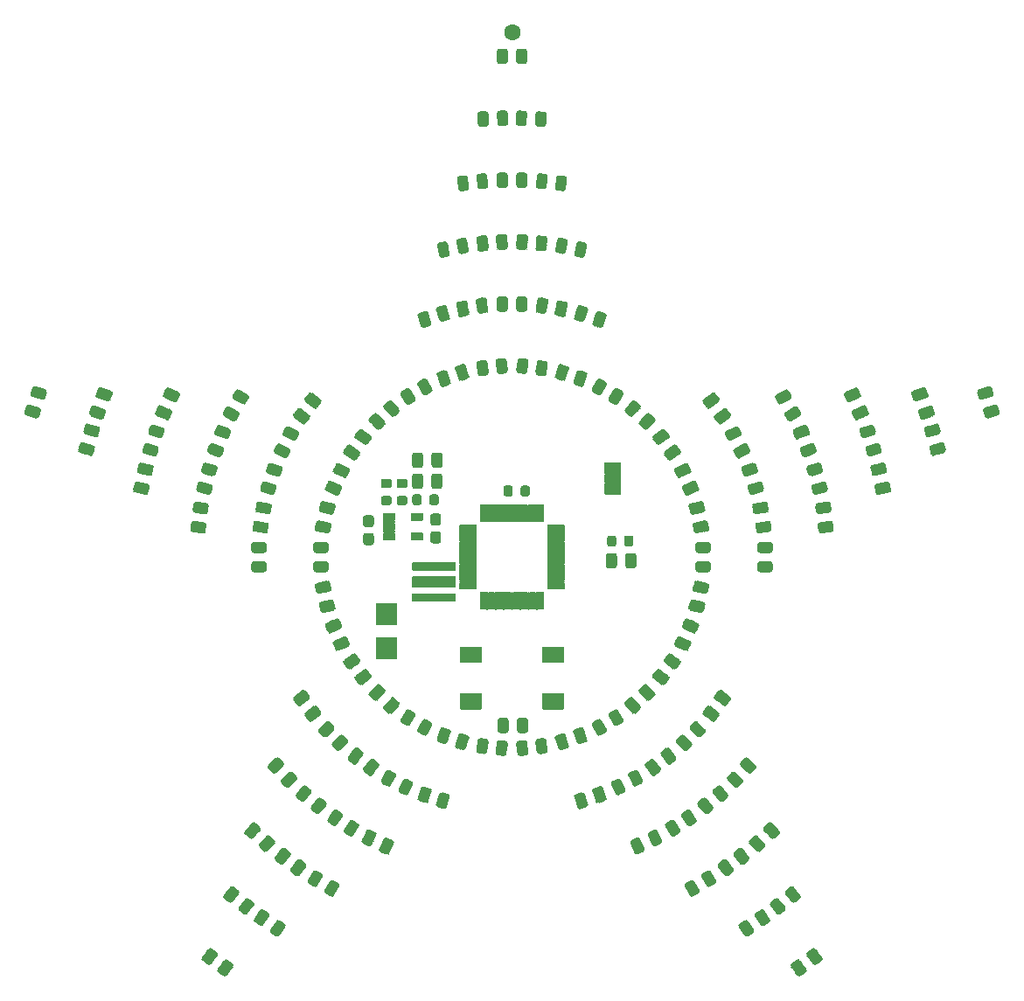
<source format=gbr>
G04 #@! TF.GenerationSoftware,KiCad,Pcbnew,(5.1.9)-1*
G04 #@! TF.CreationDate,2021-01-19T13:28:18-05:00*
G04 #@! TF.ProjectId,Star,53746172-2e6b-4696-9361-645f70636258,rev?*
G04 #@! TF.SameCoordinates,Original*
G04 #@! TF.FileFunction,Soldermask,Top*
G04 #@! TF.FilePolarity,Negative*
%FSLAX46Y46*%
G04 Gerber Fmt 4.6, Leading zero omitted, Abs format (unit mm)*
G04 Created by KiCad (PCBNEW (5.1.9)-1) date 2021-01-19 13:28:18*
%MOMM*%
%LPD*%
G01*
G04 APERTURE LIST*
%ADD10C,1.601600*%
%ADD11C,0.100000*%
G04 APERTURE END LIST*
G36*
G01*
X87565000Y-95740000D02*
X88615000Y-95740000D01*
G75*
G02*
X88685000Y-95810000I0J-70000D01*
G01*
X88685000Y-96410000D01*
G75*
G02*
X88615000Y-96480000I-70000J0D01*
G01*
X87565000Y-96480000D01*
G75*
G02*
X87495000Y-96410000I0J70000D01*
G01*
X87495000Y-95810000D01*
G75*
G02*
X87565000Y-95740000I70000J0D01*
G01*
G37*
G36*
G01*
X87565000Y-96690000D02*
X88615000Y-96690000D01*
G75*
G02*
X88685000Y-96760000I0J-70000D01*
G01*
X88685000Y-97360000D01*
G75*
G02*
X88615000Y-97430000I-70000J0D01*
G01*
X87565000Y-97430000D01*
G75*
G02*
X87495000Y-97360000I0J70000D01*
G01*
X87495000Y-96760000D01*
G75*
G02*
X87565000Y-96690000I70000J0D01*
G01*
G37*
G36*
G01*
X87565000Y-97640000D02*
X88615000Y-97640000D01*
G75*
G02*
X88685000Y-97710000I0J-70000D01*
G01*
X88685000Y-98310000D01*
G75*
G02*
X88615000Y-98380000I-70000J0D01*
G01*
X87565000Y-98380000D01*
G75*
G02*
X87495000Y-98310000I0J70000D01*
G01*
X87495000Y-97710000D01*
G75*
G02*
X87565000Y-97640000I70000J0D01*
G01*
G37*
G36*
G01*
X90265000Y-97640000D02*
X91315000Y-97640000D01*
G75*
G02*
X91385000Y-97710000I0J-70000D01*
G01*
X91385000Y-98310000D01*
G75*
G02*
X91315000Y-98380000I-70000J0D01*
G01*
X90265000Y-98380000D01*
G75*
G02*
X90195000Y-98310000I0J70000D01*
G01*
X90195000Y-97710000D01*
G75*
G02*
X90265000Y-97640000I70000J0D01*
G01*
G37*
G36*
G01*
X90265000Y-95740000D02*
X91315000Y-95740000D01*
G75*
G02*
X91385000Y-95810000I0J-70000D01*
G01*
X91385000Y-96410000D01*
G75*
G02*
X91315000Y-96480000I-70000J0D01*
G01*
X90265000Y-96480000D01*
G75*
G02*
X90195000Y-96410000I0J70000D01*
G01*
X90195000Y-95810000D01*
G75*
G02*
X90265000Y-95740000I70000J0D01*
G01*
G37*
G36*
G01*
X102924200Y-114710000D02*
X102924200Y-113210000D01*
G75*
G02*
X102975000Y-113159200I50800J0D01*
G01*
X104975000Y-113159200D01*
G75*
G02*
X105025800Y-113210000I0J-50800D01*
G01*
X105025800Y-114710000D01*
G75*
G02*
X104975000Y-114760800I-50800J0D01*
G01*
X102975000Y-114760800D01*
G75*
G02*
X102924200Y-114710000I0J50800D01*
G01*
G37*
G36*
G01*
X102924200Y-110210000D02*
X102924200Y-108710000D01*
G75*
G02*
X102975000Y-108659200I50800J0D01*
G01*
X104975000Y-108659200D01*
G75*
G02*
X105025800Y-108710000I0J-50800D01*
G01*
X105025800Y-110210000D01*
G75*
G02*
X104975000Y-110260800I-50800J0D01*
G01*
X102975000Y-110260800D01*
G75*
G02*
X102924200Y-110210000I0J50800D01*
G01*
G37*
G36*
G01*
X94974200Y-110210000D02*
X94974200Y-108710000D01*
G75*
G02*
X95025000Y-108659200I50800J0D01*
G01*
X97025000Y-108659200D01*
G75*
G02*
X97075800Y-108710000I0J-50800D01*
G01*
X97075800Y-110210000D01*
G75*
G02*
X97025000Y-110260800I-50800J0D01*
G01*
X95025000Y-110260800D01*
G75*
G02*
X94974200Y-110210000I0J50800D01*
G01*
G37*
G36*
G01*
X94974200Y-114710000D02*
X94974200Y-113210000D01*
G75*
G02*
X95025000Y-113159200I50800J0D01*
G01*
X97025000Y-113159200D01*
G75*
G02*
X97075800Y-113210000I0J-50800D01*
G01*
X97075800Y-114710000D01*
G75*
G02*
X97025000Y-114760800I-50800J0D01*
G01*
X95025000Y-114760800D01*
G75*
G02*
X94974200Y-114710000I0J50800D01*
G01*
G37*
G36*
G01*
X94490001Y-101300800D02*
X90389999Y-101300800D01*
G75*
G02*
X90339200Y-101250001I0J50799D01*
G01*
X90339200Y-100549999D01*
G75*
G02*
X90389999Y-100499200I50799J0D01*
G01*
X94490001Y-100499200D01*
G75*
G02*
X94540800Y-100549999I0J-50799D01*
G01*
X94540800Y-101250001D01*
G75*
G02*
X94490001Y-101300800I-50799J0D01*
G01*
G37*
G36*
G01*
X94490000Y-102950800D02*
X90390000Y-102950800D01*
G75*
G02*
X90339200Y-102900000I0J50800D01*
G01*
X90339200Y-101900000D01*
G75*
G02*
X90390000Y-101849200I50800J0D01*
G01*
X94490000Y-101849200D01*
G75*
G02*
X94540800Y-101900000I0J-50800D01*
G01*
X94540800Y-102900000D01*
G75*
G02*
X94490000Y-102950800I-50800J0D01*
G01*
G37*
G36*
G01*
X94490001Y-104300800D02*
X90389999Y-104300800D01*
G75*
G02*
X90339200Y-104250001I0J50799D01*
G01*
X90339200Y-103549999D01*
G75*
G02*
X90389999Y-103499200I50799J0D01*
G01*
X94490001Y-103499200D01*
G75*
G02*
X94540800Y-103549999I0J-50799D01*
G01*
X94540800Y-104250001D01*
G75*
G02*
X94490001Y-104300800I-50799J0D01*
G01*
G37*
G36*
G01*
X110500000Y-91350800D02*
X109000000Y-91350800D01*
G75*
G02*
X108949200Y-91300000I0J50800D01*
G01*
X108949200Y-90900000D01*
G75*
G02*
X109000000Y-90849200I50800J0D01*
G01*
X110500000Y-90849200D01*
G75*
G02*
X110550800Y-90900000I0J-50800D01*
G01*
X110550800Y-91300000D01*
G75*
G02*
X110500000Y-91350800I-50800J0D01*
G01*
G37*
G36*
G01*
X110500000Y-92000800D02*
X109000000Y-92000800D01*
G75*
G02*
X108949200Y-91950000I0J50800D01*
G01*
X108949200Y-91550000D01*
G75*
G02*
X109000000Y-91499200I50800J0D01*
G01*
X110500000Y-91499200D01*
G75*
G02*
X110550800Y-91550000I0J-50800D01*
G01*
X110550800Y-91950000D01*
G75*
G02*
X110500000Y-92000800I-50800J0D01*
G01*
G37*
G36*
G01*
X110500000Y-92650800D02*
X109000000Y-92650800D01*
G75*
G02*
X108949200Y-92600000I0J50800D01*
G01*
X108949200Y-92200000D01*
G75*
G02*
X109000000Y-92149200I50800J0D01*
G01*
X110500000Y-92149200D01*
G75*
G02*
X110550800Y-92200000I0J-50800D01*
G01*
X110550800Y-92600000D01*
G75*
G02*
X110500000Y-92650800I-50800J0D01*
G01*
G37*
G36*
G01*
X110500000Y-93300800D02*
X109000000Y-93300800D01*
G75*
G02*
X108949200Y-93250000I0J50800D01*
G01*
X108949200Y-92850000D01*
G75*
G02*
X109000000Y-92799200I50800J0D01*
G01*
X110500000Y-92799200D01*
G75*
G02*
X110550800Y-92850000I0J-50800D01*
G01*
X110550800Y-93250000D01*
G75*
G02*
X110500000Y-93300800I-50800J0D01*
G01*
G37*
G36*
G01*
X110500000Y-93950800D02*
X109000000Y-93950800D01*
G75*
G02*
X108949200Y-93900000I0J50800D01*
G01*
X108949200Y-93500000D01*
G75*
G02*
X109000000Y-93449200I50800J0D01*
G01*
X110500000Y-93449200D01*
G75*
G02*
X110550800Y-93500000I0J-50800D01*
G01*
X110550800Y-93900000D01*
G75*
G02*
X110500000Y-93950800I-50800J0D01*
G01*
G37*
G36*
G01*
X97475000Y-96600800D02*
X96925000Y-96600800D01*
G75*
G02*
X96874200Y-96550000I0J50800D01*
G01*
X96874200Y-94950000D01*
G75*
G02*
X96925000Y-94899200I50800J0D01*
G01*
X97475000Y-94899200D01*
G75*
G02*
X97525800Y-94950000I0J-50800D01*
G01*
X97525800Y-96550000D01*
G75*
G02*
X97475000Y-96600800I-50800J0D01*
G01*
G37*
G36*
G01*
X98275000Y-96600800D02*
X97725000Y-96600800D01*
G75*
G02*
X97674200Y-96550000I0J50800D01*
G01*
X97674200Y-94950000D01*
G75*
G02*
X97725000Y-94899200I50800J0D01*
G01*
X98275000Y-94899200D01*
G75*
G02*
X98325800Y-94950000I0J-50800D01*
G01*
X98325800Y-96550000D01*
G75*
G02*
X98275000Y-96600800I-50800J0D01*
G01*
G37*
G36*
G01*
X99075000Y-96600800D02*
X98525000Y-96600800D01*
G75*
G02*
X98474200Y-96550000I0J50800D01*
G01*
X98474200Y-94950000D01*
G75*
G02*
X98525000Y-94899200I50800J0D01*
G01*
X99075000Y-94899200D01*
G75*
G02*
X99125800Y-94950000I0J-50800D01*
G01*
X99125800Y-96550000D01*
G75*
G02*
X99075000Y-96600800I-50800J0D01*
G01*
G37*
G36*
G01*
X99875000Y-96600800D02*
X99325000Y-96600800D01*
G75*
G02*
X99274200Y-96550000I0J50800D01*
G01*
X99274200Y-94950000D01*
G75*
G02*
X99325000Y-94899200I50800J0D01*
G01*
X99875000Y-94899200D01*
G75*
G02*
X99925800Y-94950000I0J-50800D01*
G01*
X99925800Y-96550000D01*
G75*
G02*
X99875000Y-96600800I-50800J0D01*
G01*
G37*
G36*
G01*
X100675000Y-96600800D02*
X100125000Y-96600800D01*
G75*
G02*
X100074200Y-96550000I0J50800D01*
G01*
X100074200Y-94950000D01*
G75*
G02*
X100125000Y-94899200I50800J0D01*
G01*
X100675000Y-94899200D01*
G75*
G02*
X100725800Y-94950000I0J-50800D01*
G01*
X100725800Y-96550000D01*
G75*
G02*
X100675000Y-96600800I-50800J0D01*
G01*
G37*
G36*
G01*
X101475000Y-96600800D02*
X100925000Y-96600800D01*
G75*
G02*
X100874200Y-96550000I0J50800D01*
G01*
X100874200Y-94950000D01*
G75*
G02*
X100925000Y-94899200I50800J0D01*
G01*
X101475000Y-94899200D01*
G75*
G02*
X101525800Y-94950000I0J-50800D01*
G01*
X101525800Y-96550000D01*
G75*
G02*
X101475000Y-96600800I-50800J0D01*
G01*
G37*
G36*
G01*
X102275000Y-96600800D02*
X101725000Y-96600800D01*
G75*
G02*
X101674200Y-96550000I0J50800D01*
G01*
X101674200Y-94950000D01*
G75*
G02*
X101725000Y-94899200I50800J0D01*
G01*
X102275000Y-94899200D01*
G75*
G02*
X102325800Y-94950000I0J-50800D01*
G01*
X102325800Y-96550000D01*
G75*
G02*
X102275000Y-96600800I-50800J0D01*
G01*
G37*
G36*
G01*
X103075000Y-96600800D02*
X102525000Y-96600800D01*
G75*
G02*
X102474200Y-96550000I0J50800D01*
G01*
X102474200Y-94950000D01*
G75*
G02*
X102525000Y-94899200I50800J0D01*
G01*
X103075000Y-94899200D01*
G75*
G02*
X103125800Y-94950000I0J-50800D01*
G01*
X103125800Y-96550000D01*
G75*
G02*
X103075000Y-96600800I-50800J0D01*
G01*
G37*
G36*
G01*
X103399200Y-97475000D02*
X103399200Y-96925000D01*
G75*
G02*
X103450000Y-96874200I50800J0D01*
G01*
X105050000Y-96874200D01*
G75*
G02*
X105100800Y-96925000I0J-50800D01*
G01*
X105100800Y-97475000D01*
G75*
G02*
X105050000Y-97525800I-50800J0D01*
G01*
X103450000Y-97525800D01*
G75*
G02*
X103399200Y-97475000I0J50800D01*
G01*
G37*
G36*
G01*
X103399200Y-98275000D02*
X103399200Y-97725000D01*
G75*
G02*
X103450000Y-97674200I50800J0D01*
G01*
X105050000Y-97674200D01*
G75*
G02*
X105100800Y-97725000I0J-50800D01*
G01*
X105100800Y-98275000D01*
G75*
G02*
X105050000Y-98325800I-50800J0D01*
G01*
X103450000Y-98325800D01*
G75*
G02*
X103399200Y-98275000I0J50800D01*
G01*
G37*
G36*
G01*
X103399200Y-99075000D02*
X103399200Y-98525000D01*
G75*
G02*
X103450000Y-98474200I50800J0D01*
G01*
X105050000Y-98474200D01*
G75*
G02*
X105100800Y-98525000I0J-50800D01*
G01*
X105100800Y-99075000D01*
G75*
G02*
X105050000Y-99125800I-50800J0D01*
G01*
X103450000Y-99125800D01*
G75*
G02*
X103399200Y-99075000I0J50800D01*
G01*
G37*
G36*
G01*
X103399200Y-99875000D02*
X103399200Y-99325000D01*
G75*
G02*
X103450000Y-99274200I50800J0D01*
G01*
X105050000Y-99274200D01*
G75*
G02*
X105100800Y-99325000I0J-50800D01*
G01*
X105100800Y-99875000D01*
G75*
G02*
X105050000Y-99925800I-50800J0D01*
G01*
X103450000Y-99925800D01*
G75*
G02*
X103399200Y-99875000I0J50800D01*
G01*
G37*
G36*
G01*
X103399200Y-100675000D02*
X103399200Y-100125000D01*
G75*
G02*
X103450000Y-100074200I50800J0D01*
G01*
X105050000Y-100074200D01*
G75*
G02*
X105100800Y-100125000I0J-50800D01*
G01*
X105100800Y-100675000D01*
G75*
G02*
X105050000Y-100725800I-50800J0D01*
G01*
X103450000Y-100725800D01*
G75*
G02*
X103399200Y-100675000I0J50800D01*
G01*
G37*
G36*
G01*
X103399200Y-101475000D02*
X103399200Y-100925000D01*
G75*
G02*
X103450000Y-100874200I50800J0D01*
G01*
X105050000Y-100874200D01*
G75*
G02*
X105100800Y-100925000I0J-50800D01*
G01*
X105100800Y-101475000D01*
G75*
G02*
X105050000Y-101525800I-50800J0D01*
G01*
X103450000Y-101525800D01*
G75*
G02*
X103399200Y-101475000I0J50800D01*
G01*
G37*
G36*
G01*
X103399200Y-102275000D02*
X103399200Y-101725000D01*
G75*
G02*
X103450000Y-101674200I50800J0D01*
G01*
X105050000Y-101674200D01*
G75*
G02*
X105100800Y-101725000I0J-50800D01*
G01*
X105100800Y-102275000D01*
G75*
G02*
X105050000Y-102325800I-50800J0D01*
G01*
X103450000Y-102325800D01*
G75*
G02*
X103399200Y-102275000I0J50800D01*
G01*
G37*
G36*
G01*
X103399200Y-103075000D02*
X103399200Y-102525000D01*
G75*
G02*
X103450000Y-102474200I50800J0D01*
G01*
X105050000Y-102474200D01*
G75*
G02*
X105100800Y-102525000I0J-50800D01*
G01*
X105100800Y-103075000D01*
G75*
G02*
X105050000Y-103125800I-50800J0D01*
G01*
X103450000Y-103125800D01*
G75*
G02*
X103399200Y-103075000I0J50800D01*
G01*
G37*
G36*
G01*
X103075000Y-105100800D02*
X102525000Y-105100800D01*
G75*
G02*
X102474200Y-105050000I0J50800D01*
G01*
X102474200Y-103450000D01*
G75*
G02*
X102525000Y-103399200I50800J0D01*
G01*
X103075000Y-103399200D01*
G75*
G02*
X103125800Y-103450000I0J-50800D01*
G01*
X103125800Y-105050000D01*
G75*
G02*
X103075000Y-105100800I-50800J0D01*
G01*
G37*
G36*
G01*
X102275000Y-105100800D02*
X101725000Y-105100800D01*
G75*
G02*
X101674200Y-105050000I0J50800D01*
G01*
X101674200Y-103450000D01*
G75*
G02*
X101725000Y-103399200I50800J0D01*
G01*
X102275000Y-103399200D01*
G75*
G02*
X102325800Y-103450000I0J-50800D01*
G01*
X102325800Y-105050000D01*
G75*
G02*
X102275000Y-105100800I-50800J0D01*
G01*
G37*
G36*
G01*
X101475000Y-105100800D02*
X100925000Y-105100800D01*
G75*
G02*
X100874200Y-105050000I0J50800D01*
G01*
X100874200Y-103450000D01*
G75*
G02*
X100925000Y-103399200I50800J0D01*
G01*
X101475000Y-103399200D01*
G75*
G02*
X101525800Y-103450000I0J-50800D01*
G01*
X101525800Y-105050000D01*
G75*
G02*
X101475000Y-105100800I-50800J0D01*
G01*
G37*
G36*
G01*
X100675000Y-105100800D02*
X100125000Y-105100800D01*
G75*
G02*
X100074200Y-105050000I0J50800D01*
G01*
X100074200Y-103450000D01*
G75*
G02*
X100125000Y-103399200I50800J0D01*
G01*
X100675000Y-103399200D01*
G75*
G02*
X100725800Y-103450000I0J-50800D01*
G01*
X100725800Y-105050000D01*
G75*
G02*
X100675000Y-105100800I-50800J0D01*
G01*
G37*
G36*
G01*
X99875000Y-105100800D02*
X99325000Y-105100800D01*
G75*
G02*
X99274200Y-105050000I0J50800D01*
G01*
X99274200Y-103450000D01*
G75*
G02*
X99325000Y-103399200I50800J0D01*
G01*
X99875000Y-103399200D01*
G75*
G02*
X99925800Y-103450000I0J-50800D01*
G01*
X99925800Y-105050000D01*
G75*
G02*
X99875000Y-105100800I-50800J0D01*
G01*
G37*
G36*
G01*
X99075000Y-105100800D02*
X98525000Y-105100800D01*
G75*
G02*
X98474200Y-105050000I0J50800D01*
G01*
X98474200Y-103450000D01*
G75*
G02*
X98525000Y-103399200I50800J0D01*
G01*
X99075000Y-103399200D01*
G75*
G02*
X99125800Y-103450000I0J-50800D01*
G01*
X99125800Y-105050000D01*
G75*
G02*
X99075000Y-105100800I-50800J0D01*
G01*
G37*
G36*
G01*
X98275000Y-105100800D02*
X97725000Y-105100800D01*
G75*
G02*
X97674200Y-105050000I0J50800D01*
G01*
X97674200Y-103450000D01*
G75*
G02*
X97725000Y-103399200I50800J0D01*
G01*
X98275000Y-103399200D01*
G75*
G02*
X98325800Y-103450000I0J-50800D01*
G01*
X98325800Y-105050000D01*
G75*
G02*
X98275000Y-105100800I-50800J0D01*
G01*
G37*
G36*
G01*
X97475000Y-105100800D02*
X96925000Y-105100800D01*
G75*
G02*
X96874200Y-105050000I0J50800D01*
G01*
X96874200Y-103450000D01*
G75*
G02*
X96925000Y-103399200I50800J0D01*
G01*
X97475000Y-103399200D01*
G75*
G02*
X97525800Y-103450000I0J-50800D01*
G01*
X97525800Y-105050000D01*
G75*
G02*
X97475000Y-105100800I-50800J0D01*
G01*
G37*
G36*
G01*
X94899200Y-103075000D02*
X94899200Y-102525000D01*
G75*
G02*
X94950000Y-102474200I50800J0D01*
G01*
X96550000Y-102474200D01*
G75*
G02*
X96600800Y-102525000I0J-50800D01*
G01*
X96600800Y-103075000D01*
G75*
G02*
X96550000Y-103125800I-50800J0D01*
G01*
X94950000Y-103125800D01*
G75*
G02*
X94899200Y-103075000I0J50800D01*
G01*
G37*
G36*
G01*
X94899200Y-102275000D02*
X94899200Y-101725000D01*
G75*
G02*
X94950000Y-101674200I50800J0D01*
G01*
X96550000Y-101674200D01*
G75*
G02*
X96600800Y-101725000I0J-50800D01*
G01*
X96600800Y-102275000D01*
G75*
G02*
X96550000Y-102325800I-50800J0D01*
G01*
X94950000Y-102325800D01*
G75*
G02*
X94899200Y-102275000I0J50800D01*
G01*
G37*
G36*
G01*
X94899200Y-101475000D02*
X94899200Y-100925000D01*
G75*
G02*
X94950000Y-100874200I50800J0D01*
G01*
X96550000Y-100874200D01*
G75*
G02*
X96600800Y-100925000I0J-50800D01*
G01*
X96600800Y-101475000D01*
G75*
G02*
X96550000Y-101525800I-50800J0D01*
G01*
X94950000Y-101525800D01*
G75*
G02*
X94899200Y-101475000I0J50800D01*
G01*
G37*
G36*
G01*
X94899200Y-100675000D02*
X94899200Y-100125000D01*
G75*
G02*
X94950000Y-100074200I50800J0D01*
G01*
X96550000Y-100074200D01*
G75*
G02*
X96600800Y-100125000I0J-50800D01*
G01*
X96600800Y-100675000D01*
G75*
G02*
X96550000Y-100725800I-50800J0D01*
G01*
X94950000Y-100725800D01*
G75*
G02*
X94899200Y-100675000I0J50800D01*
G01*
G37*
G36*
G01*
X94899200Y-99875000D02*
X94899200Y-99325000D01*
G75*
G02*
X94950000Y-99274200I50800J0D01*
G01*
X96550000Y-99274200D01*
G75*
G02*
X96600800Y-99325000I0J-50800D01*
G01*
X96600800Y-99875000D01*
G75*
G02*
X96550000Y-99925800I-50800J0D01*
G01*
X94950000Y-99925800D01*
G75*
G02*
X94899200Y-99875000I0J50800D01*
G01*
G37*
G36*
G01*
X94899200Y-99075000D02*
X94899200Y-98525000D01*
G75*
G02*
X94950000Y-98474200I50800J0D01*
G01*
X96550000Y-98474200D01*
G75*
G02*
X96600800Y-98525000I0J-50800D01*
G01*
X96600800Y-99075000D01*
G75*
G02*
X96550000Y-99125800I-50800J0D01*
G01*
X94950000Y-99125800D01*
G75*
G02*
X94899200Y-99075000I0J50800D01*
G01*
G37*
G36*
G01*
X94899200Y-98275000D02*
X94899200Y-97725000D01*
G75*
G02*
X94950000Y-97674200I50800J0D01*
G01*
X96550000Y-97674200D01*
G75*
G02*
X96600800Y-97725000I0J-50800D01*
G01*
X96600800Y-98275000D01*
G75*
G02*
X96550000Y-98325800I-50800J0D01*
G01*
X94950000Y-98325800D01*
G75*
G02*
X94899200Y-98275000I0J50800D01*
G01*
G37*
G36*
G01*
X94899200Y-97475000D02*
X94899200Y-96925000D01*
G75*
G02*
X94950000Y-96874200I50800J0D01*
G01*
X96550000Y-96874200D01*
G75*
G02*
X96600800Y-96925000I0J-50800D01*
G01*
X96600800Y-97475000D01*
G75*
G02*
X96550000Y-97525800I-50800J0D01*
G01*
X94950000Y-97525800D01*
G75*
G02*
X94899200Y-97475000I0J50800D01*
G01*
G37*
G36*
G01*
X92872900Y-96955800D02*
X92347100Y-96955800D01*
G75*
G02*
X92084200Y-96692900I0J262900D01*
G01*
X92084200Y-96042100D01*
G75*
G02*
X92347100Y-95779200I262900J0D01*
G01*
X92872900Y-95779200D01*
G75*
G02*
X93135800Y-96042100I0J-262900D01*
G01*
X93135800Y-96692900D01*
G75*
G02*
X92872900Y-96955800I-262900J0D01*
G01*
G37*
G36*
G01*
X92872900Y-98680800D02*
X92347100Y-98680800D01*
G75*
G02*
X92084200Y-98417900I0J262900D01*
G01*
X92084200Y-97767100D01*
G75*
G02*
X92347100Y-97504200I262900J0D01*
G01*
X92872900Y-97504200D01*
G75*
G02*
X93135800Y-97767100I0J-262900D01*
G01*
X93135800Y-98417900D01*
G75*
G02*
X92872900Y-98680800I-262900J0D01*
G01*
G37*
G36*
G01*
X86362900Y-97113300D02*
X85837100Y-97113300D01*
G75*
G02*
X85574200Y-96850400I0J262900D01*
G01*
X85574200Y-96199600D01*
G75*
G02*
X85837100Y-95936700I262900J0D01*
G01*
X86362900Y-95936700D01*
G75*
G02*
X86625800Y-96199600I0J-262900D01*
G01*
X86625800Y-96850400D01*
G75*
G02*
X86362900Y-97113300I-262900J0D01*
G01*
G37*
G36*
G01*
X86362900Y-98838300D02*
X85837100Y-98838300D01*
G75*
G02*
X85574200Y-98575400I0J262900D01*
G01*
X85574200Y-97924600D01*
G75*
G02*
X85837100Y-97661700I262900J0D01*
G01*
X86362900Y-97661700D01*
G75*
G02*
X86625800Y-97924600I0J-262900D01*
G01*
X86625800Y-98575400D01*
G75*
G02*
X86362900Y-98838300I-262900J0D01*
G01*
G37*
G36*
G01*
X91336542Y-84196051D02*
X90854892Y-83361809D01*
G75*
G02*
X90953408Y-82994143I233091J134575D01*
G01*
X91419590Y-82724993D01*
G75*
G02*
X91787256Y-82823509I134575J-233091D01*
G01*
X92268906Y-83657751D01*
G75*
G02*
X92170390Y-84025417I-233091J-134575D01*
G01*
X91704208Y-84294567D01*
G75*
G02*
X91336542Y-84196051I-134575J233091D01*
G01*
G37*
G36*
G01*
X89712744Y-85133551D02*
X89231094Y-84299309D01*
G75*
G02*
X89329610Y-83931643I233091J134575D01*
G01*
X89795792Y-83662493D01*
G75*
G02*
X90163458Y-83761009I134575J-233091D01*
G01*
X90645108Y-84595251D01*
G75*
G02*
X90546592Y-84962917I-233091J-134575D01*
G01*
X90080410Y-85232067D01*
G75*
G02*
X89712744Y-85133551I-134575J233091D01*
G01*
G37*
G36*
G01*
X94808499Y-82744717D02*
X94510823Y-81828565D01*
G75*
G02*
X94683628Y-81489416I255977J83172D01*
G01*
X95195582Y-81323072D01*
G75*
G02*
X95534731Y-81495877I83172J-255977D01*
G01*
X95832407Y-82412029D01*
G75*
G02*
X95659602Y-82751178I-255977J-83172D01*
G01*
X95147648Y-82917522D01*
G75*
G02*
X94808499Y-82744717I-83172J255977D01*
G01*
G37*
G36*
G01*
X93025269Y-83324123D02*
X92727593Y-82407971D01*
G75*
G02*
X92900398Y-82068822I255977J83172D01*
G01*
X93412352Y-81902478D01*
G75*
G02*
X93751501Y-82075283I83172J-255977D01*
G01*
X94049177Y-82991435D01*
G75*
G02*
X93876372Y-83330584I-255977J-83172D01*
G01*
X93364418Y-83496928D01*
G75*
G02*
X93025269Y-83324123I-83172J255977D01*
G01*
G37*
G36*
G01*
X98517359Y-82037284D02*
X98416666Y-81079261D01*
G75*
G02*
X98656208Y-80783451I267676J28134D01*
G01*
X99191559Y-80727184D01*
G75*
G02*
X99487369Y-80966726I28134J-267676D01*
G01*
X99588062Y-81924749D01*
G75*
G02*
X99348520Y-82220559I-267676J-28134D01*
G01*
X98813169Y-82276826D01*
G75*
G02*
X98517359Y-82037284I-28134J267676D01*
G01*
G37*
G36*
G01*
X96652631Y-82233274D02*
X96551938Y-81275251D01*
G75*
G02*
X96791480Y-80979441I267676J28134D01*
G01*
X97326831Y-80923174D01*
G75*
G02*
X97622641Y-81162716I28134J-267676D01*
G01*
X97723334Y-82120739D01*
G75*
G02*
X97483792Y-82416549I-267676J-28134D01*
G01*
X96948441Y-82472816D01*
G75*
G02*
X96652631Y-82233274I-28134J267676D01*
G01*
G37*
G36*
G01*
X102280442Y-82122084D02*
X102381135Y-81164061D01*
G75*
G02*
X102676945Y-80924519I267676J-28134D01*
G01*
X103212296Y-80980786D01*
G75*
G02*
X103451838Y-81276596I-28134J-267676D01*
G01*
X103351145Y-82234619D01*
G75*
G02*
X103055335Y-82474161I-267676J28134D01*
G01*
X102519984Y-82417894D01*
G75*
G02*
X102280442Y-82122084I28134J267676D01*
G01*
G37*
G36*
G01*
X100415714Y-81926094D02*
X100516407Y-80968071D01*
G75*
G02*
X100812217Y-80728529I267676J-28134D01*
G01*
X101347568Y-80784796D01*
G75*
G02*
X101587110Y-81080606I-28134J-267676D01*
G01*
X101486417Y-82038629D01*
G75*
G02*
X101190607Y-82278171I-267676J28134D01*
G01*
X100655256Y-82221904D01*
G75*
G02*
X100415714Y-81926094I28134J267676D01*
G01*
G37*
G36*
G01*
X105950823Y-82991435D02*
X106248499Y-82075283D01*
G75*
G02*
X106587648Y-81902478I255977J-83172D01*
G01*
X107099602Y-82068822D01*
G75*
G02*
X107272407Y-82407971I-83172J-255977D01*
G01*
X106974731Y-83324123D01*
G75*
G02*
X106635582Y-83496928I-255977J83172D01*
G01*
X106123628Y-83330584D01*
G75*
G02*
X105950823Y-82991435I83172J255977D01*
G01*
G37*
G36*
G01*
X104167593Y-82412029D02*
X104465269Y-81495877D01*
G75*
G02*
X104804418Y-81323072I255977J-83172D01*
G01*
X105316372Y-81489416D01*
G75*
G02*
X105489177Y-81828565I-83172J-255977D01*
G01*
X105191501Y-82744717D01*
G75*
G02*
X104852352Y-82917522I-255977J83172D01*
G01*
X104340398Y-82751178D01*
G75*
G02*
X104167593Y-82412029I83172J255977D01*
G01*
G37*
G36*
G01*
X109354892Y-84595251D02*
X109836542Y-83761009D01*
G75*
G02*
X110204208Y-83662493I233091J-134575D01*
G01*
X110670390Y-83931643D01*
G75*
G02*
X110768906Y-84299309I-134575J-233091D01*
G01*
X110287256Y-85133551D01*
G75*
G02*
X109919590Y-85232067I-233091J134575D01*
G01*
X109453408Y-84962917D01*
G75*
G02*
X109354892Y-84595251I134575J233091D01*
G01*
G37*
G36*
G01*
X107731094Y-83657751D02*
X108212744Y-82823509D01*
G75*
G02*
X108580410Y-82724993I233091J-134575D01*
G01*
X109046592Y-82994143D01*
G75*
G02*
X109145108Y-83361809I-134575J-233091D01*
G01*
X108663458Y-84196051D01*
G75*
G02*
X108295792Y-84294567I-233091J134575D01*
G01*
X107829610Y-84025417D01*
G75*
G02*
X107731094Y-83657751I134575J233091D01*
G01*
G37*
G36*
G01*
X112353293Y-86876872D02*
X112997866Y-86161001D01*
G75*
G02*
X113377980Y-86141081I200017J-180097D01*
G01*
X113778015Y-86501274D01*
G75*
G02*
X113797935Y-86881388I-180097J-200017D01*
G01*
X113153362Y-87597259D01*
G75*
G02*
X112773248Y-87617179I-200017J180097D01*
G01*
X112373213Y-87256986D01*
G75*
G02*
X112353293Y-86876872I180097J200017D01*
G01*
G37*
G36*
G01*
X110959897Y-85622252D02*
X111604470Y-84906381D01*
G75*
G02*
X111984584Y-84886461I200017J-180097D01*
G01*
X112384619Y-85246654D01*
G75*
G02*
X112404539Y-85626768I-180097J-200017D01*
G01*
X111759966Y-86342639D01*
G75*
G02*
X111379852Y-86362559I-200017J180097D01*
G01*
X110979817Y-86002366D01*
G75*
G02*
X110959897Y-85622252I180097J200017D01*
G01*
G37*
G36*
G01*
X114811796Y-89732038D02*
X115591122Y-89165824D01*
G75*
G02*
X115967071Y-89225369I158202J-217747D01*
G01*
X116283475Y-89660863D01*
G75*
G02*
X116223930Y-90036812I-217747J-158202D01*
G01*
X115444604Y-90603026D01*
G75*
G02*
X115068655Y-90543481I-158202J217747D01*
G01*
X114752251Y-90107987D01*
G75*
G02*
X114811796Y-89732038I217747J158202D01*
G01*
G37*
G36*
G01*
X113709698Y-88215132D02*
X114489024Y-87648918D01*
G75*
G02*
X114864973Y-87708463I158202J-217747D01*
G01*
X115181377Y-88143957D01*
G75*
G02*
X115121832Y-88519906I-217747J-158202D01*
G01*
X114342506Y-89086120D01*
G75*
G02*
X113966557Y-89026575I-158202J217747D01*
G01*
X113650153Y-88591081D01*
G75*
G02*
X113709698Y-88215132I217747J158202D01*
G01*
G37*
G36*
G01*
X116622361Y-93030592D02*
X117502379Y-92638783D01*
G75*
G02*
X117857733Y-92775191I109473J-245881D01*
G01*
X118076679Y-93266952D01*
G75*
G02*
X117940271Y-93622306I-245881J-109473D01*
G01*
X117060253Y-94014115D01*
G75*
G02*
X116704899Y-93877707I-109473J245881D01*
G01*
X116485953Y-93385946D01*
G75*
G02*
X116622361Y-93030592I245881J109473D01*
G01*
G37*
G36*
G01*
X115859729Y-91317694D02*
X116739747Y-90925885D01*
G75*
G02*
X117095101Y-91062293I109473J-245881D01*
G01*
X117314047Y-91554054D01*
G75*
G02*
X117177639Y-91909408I-245881J-109473D01*
G01*
X116297621Y-92301217D01*
G75*
G02*
X115942267Y-92164809I-109473J245881D01*
G01*
X115723321Y-91673048D01*
G75*
G02*
X115859729Y-91317694I245881J109473D01*
G01*
G37*
G36*
G01*
X117707605Y-96644250D02*
X118649854Y-96443969D01*
G75*
G02*
X118969081Y-96651278I55959J-263268D01*
G01*
X119081000Y-97177815D01*
G75*
G02*
X118873691Y-97497042I-263268J-55959D01*
G01*
X117931442Y-97697323D01*
G75*
G02*
X117612215Y-97490014I-55959J263268D01*
G01*
X117500296Y-96963477D01*
G75*
G02*
X117707605Y-96644250I263268J55959D01*
G01*
G37*
G36*
G01*
X117317771Y-94810224D02*
X118260020Y-94609943D01*
G75*
G02*
X118579247Y-94817252I55959J-263268D01*
G01*
X118691166Y-95343789D01*
G75*
G02*
X118483857Y-95663016I-263268J-55959D01*
G01*
X117541608Y-95863297D01*
G75*
G02*
X117222381Y-95655988I-55959J263268D01*
G01*
X117110462Y-95129451D01*
G75*
G02*
X117317771Y-94810224I263268J55959D01*
G01*
G37*
G36*
G01*
X118018350Y-100399200D02*
X118981650Y-100399200D01*
G75*
G02*
X119250800Y-100668350I0J-269150D01*
G01*
X119250800Y-101206650D01*
G75*
G02*
X118981650Y-101475800I-269150J0D01*
G01*
X118018350Y-101475800D01*
G75*
G02*
X117749200Y-101206650I0J269150D01*
G01*
X117749200Y-100668350D01*
G75*
G02*
X118018350Y-100399200I269150J0D01*
G01*
G37*
G36*
G01*
X118018350Y-98524200D02*
X118981650Y-98524200D01*
G75*
G02*
X119250800Y-98793350I0J-269150D01*
G01*
X119250800Y-99331650D01*
G75*
G02*
X118981650Y-99600800I-269150J0D01*
G01*
X118018350Y-99600800D01*
G75*
G02*
X117749200Y-99331650I0J269150D01*
G01*
X117749200Y-98793350D01*
G75*
G02*
X118018350Y-98524200I269150J0D01*
G01*
G37*
G36*
G01*
X117541608Y-104136702D02*
X118483857Y-104336983D01*
G75*
G02*
X118691166Y-104656210I-55959J-263268D01*
G01*
X118579247Y-105182747D01*
G75*
G02*
X118260020Y-105390056I-263268J55959D01*
G01*
X117317771Y-105189775D01*
G75*
G02*
X117110462Y-104870548I55959J263268D01*
G01*
X117222381Y-104344011D01*
G75*
G02*
X117541608Y-104136702I263268J-55959D01*
G01*
G37*
G36*
G01*
X117931442Y-102302676D02*
X118873691Y-102502957D01*
G75*
G02*
X119081000Y-102822184I-55959J-263268D01*
G01*
X118969081Y-103348721D01*
G75*
G02*
X118649854Y-103556030I-263268J55959D01*
G01*
X117707605Y-103355749D01*
G75*
G02*
X117500296Y-103036522I55959J263268D01*
G01*
X117612215Y-102509985D01*
G75*
G02*
X117931442Y-102302676I263268J-55959D01*
G01*
G37*
G36*
G01*
X116298212Y-107693410D02*
X117178230Y-108085219D01*
G75*
G02*
X117314638Y-108440573I-109473J-245881D01*
G01*
X117095692Y-108932334D01*
G75*
G02*
X116740338Y-109068742I-245881J109473D01*
G01*
X115860320Y-108676933D01*
G75*
G02*
X115723912Y-108321579I109473J245881D01*
G01*
X115942858Y-107829818D01*
G75*
G02*
X116298212Y-107693410I245881J-109473D01*
G01*
G37*
G36*
G01*
X117060844Y-105980512D02*
X117940862Y-106372321D01*
G75*
G02*
X118077270Y-106727675I-109473J-245881D01*
G01*
X117858324Y-107219436D01*
G75*
G02*
X117502970Y-107355844I-245881J109473D01*
G01*
X116622952Y-106964035D01*
G75*
G02*
X116486544Y-106608681I109473J245881D01*
G01*
X116705490Y-106116920D01*
G75*
G02*
X117060844Y-105980512I245881J-109473D01*
G01*
G37*
G36*
G01*
X114336741Y-110911399D02*
X115116067Y-111477613D01*
G75*
G02*
X115175612Y-111853562I-158202J-217747D01*
G01*
X114859208Y-112289056D01*
G75*
G02*
X114483259Y-112348601I-217747J158202D01*
G01*
X113703933Y-111782387D01*
G75*
G02*
X113644388Y-111406438I158202J217747D01*
G01*
X113960792Y-110970944D01*
G75*
G02*
X114336741Y-110911399I217747J-158202D01*
G01*
G37*
G36*
G01*
X115438839Y-109394493D02*
X116218165Y-109960707D01*
G75*
G02*
X116277710Y-110336656I-158202J-217747D01*
G01*
X115961306Y-110772150D01*
G75*
G02*
X115585357Y-110831695I-217747J158202D01*
G01*
X114806031Y-110265481D01*
G75*
G02*
X114746486Y-109889532I158202J217747D01*
G01*
X115062890Y-109454038D01*
G75*
G02*
X115438839Y-109394493I217747J-158202D01*
G01*
G37*
G36*
G01*
X111761050Y-113659181D02*
X112405623Y-114375052D01*
G75*
G02*
X112385703Y-114755166I-200017J-180097D01*
G01*
X111985668Y-115115359D01*
G75*
G02*
X111605554Y-115095439I-180097J200017D01*
G01*
X110960981Y-114379568D01*
G75*
G02*
X110980901Y-113999454I200017J180097D01*
G01*
X111380936Y-113639261D01*
G75*
G02*
X111761050Y-113659181I180097J-200017D01*
G01*
G37*
G36*
G01*
X113154446Y-112404561D02*
X113799019Y-113120432D01*
G75*
G02*
X113779099Y-113500546I-200017J-180097D01*
G01*
X113379064Y-113860739D01*
G75*
G02*
X112998950Y-113840819I-180097J200017D01*
G01*
X112354377Y-113124948D01*
G75*
G02*
X112374297Y-112744834I200017J180097D01*
G01*
X112774332Y-112384641D01*
G75*
G02*
X113154446Y-112404561I180097J-200017D01*
G01*
G37*
G36*
G01*
X108661560Y-115801229D02*
X109143210Y-116635471D01*
G75*
G02*
X109044694Y-117003137I-233091J-134575D01*
G01*
X108578512Y-117272287D01*
G75*
G02*
X108210846Y-117173771I-134575J233091D01*
G01*
X107729196Y-116339529D01*
G75*
G02*
X107827712Y-115971863I233091J134575D01*
G01*
X108293894Y-115702713D01*
G75*
G02*
X108661560Y-115801229I134575J-233091D01*
G01*
G37*
G36*
G01*
X110285358Y-114863729D02*
X110767008Y-115697971D01*
G75*
G02*
X110668492Y-116065637I-233091J-134575D01*
G01*
X110202310Y-116334787D01*
G75*
G02*
X109834644Y-116236271I-134575J233091D01*
G01*
X109352994Y-115402029D01*
G75*
G02*
X109451510Y-115034363I233091J134575D01*
G01*
X109917692Y-114765213D01*
G75*
G02*
X110285358Y-114863729I134575J-233091D01*
G01*
G37*
G36*
G01*
X105188316Y-117259828D02*
X105485992Y-118175980D01*
G75*
G02*
X105313187Y-118515129I-255977J-83172D01*
G01*
X104801233Y-118681473D01*
G75*
G02*
X104462084Y-118508668I-83172J255977D01*
G01*
X104164408Y-117592516D01*
G75*
G02*
X104337213Y-117253367I255977J83172D01*
G01*
X104849167Y-117087023D01*
G75*
G02*
X105188316Y-117259828I83172J-255977D01*
G01*
G37*
G36*
G01*
X106971546Y-116680422D02*
X107269222Y-117596574D01*
G75*
G02*
X107096417Y-117935723I-255977J-83172D01*
G01*
X106584463Y-118102067D01*
G75*
G02*
X106245314Y-117929262I-83172J255977D01*
G01*
X105947638Y-117013110D01*
G75*
G02*
X106120443Y-116673961I255977J83172D01*
G01*
X106632397Y-116507617D01*
G75*
G02*
X106971546Y-116680422I83172J-255977D01*
G01*
G37*
G36*
G01*
X101486418Y-117961371D02*
X101587111Y-118919394D01*
G75*
G02*
X101347569Y-119215204I-267676J-28134D01*
G01*
X100812218Y-119271471D01*
G75*
G02*
X100516408Y-119031929I-28134J267676D01*
G01*
X100415715Y-118073906D01*
G75*
G02*
X100655257Y-117778096I267676J28134D01*
G01*
X101190608Y-117721829D01*
G75*
G02*
X101486418Y-117961371I28134J-267676D01*
G01*
G37*
G36*
G01*
X103351146Y-117765381D02*
X103451839Y-118723404D01*
G75*
G02*
X103212297Y-119019214I-267676J-28134D01*
G01*
X102676946Y-119075481D01*
G75*
G02*
X102381136Y-118835939I-28134J267676D01*
G01*
X102280443Y-117877916D01*
G75*
G02*
X102519985Y-117582106I267676J28134D01*
G01*
X103055336Y-117525839D01*
G75*
G02*
X103351146Y-117765381I28134J-267676D01*
G01*
G37*
G36*
G01*
X97719558Y-117877916D02*
X97618865Y-118835939D01*
G75*
G02*
X97323055Y-119075481I-267676J28134D01*
G01*
X96787704Y-119019214D01*
G75*
G02*
X96548162Y-118723404I28134J267676D01*
G01*
X96648855Y-117765381D01*
G75*
G02*
X96944665Y-117525839I267676J-28134D01*
G01*
X97480016Y-117582106D01*
G75*
G02*
X97719558Y-117877916I-28134J-267676D01*
G01*
G37*
G36*
G01*
X99584286Y-118073906D02*
X99483593Y-119031929D01*
G75*
G02*
X99187783Y-119271471I-267676J28134D01*
G01*
X98652432Y-119215204D01*
G75*
G02*
X98412890Y-118919394I28134J267676D01*
G01*
X98513583Y-117961371D01*
G75*
G02*
X98809393Y-117721829I267676J-28134D01*
G01*
X99344744Y-117778096D01*
G75*
G02*
X99584286Y-118073906I-28134J-267676D01*
G01*
G37*
G36*
G01*
X94052363Y-117013111D02*
X93754687Y-117929263D01*
G75*
G02*
X93415538Y-118102068I-255977J83172D01*
G01*
X92903584Y-117935724D01*
G75*
G02*
X92730779Y-117596575I83172J255977D01*
G01*
X93028455Y-116680423D01*
G75*
G02*
X93367604Y-116507618I255977J-83172D01*
G01*
X93879558Y-116673962D01*
G75*
G02*
X94052363Y-117013111I-83172J-255977D01*
G01*
G37*
G36*
G01*
X95835593Y-117592517D02*
X95537917Y-118508669D01*
G75*
G02*
X95198768Y-118681474I-255977J83172D01*
G01*
X94686814Y-118515130D01*
G75*
G02*
X94514009Y-118175981I83172J255977D01*
G01*
X94811685Y-117259829D01*
G75*
G02*
X95150834Y-117087024I255977J-83172D01*
G01*
X95662788Y-117253368D01*
G75*
G02*
X95835593Y-117592517I-83172J-255977D01*
G01*
G37*
G36*
G01*
X90643209Y-115404530D02*
X90161559Y-116238772D01*
G75*
G02*
X89793893Y-116337288I-233091J134575D01*
G01*
X89327711Y-116068138D01*
G75*
G02*
X89229195Y-115700472I134575J233091D01*
G01*
X89710845Y-114866230D01*
G75*
G02*
X90078511Y-114767714I233091J-134575D01*
G01*
X90544693Y-115036864D01*
G75*
G02*
X90643209Y-115404530I-134575J-233091D01*
G01*
G37*
G36*
G01*
X92267007Y-116342030D02*
X91785357Y-117176272D01*
G75*
G02*
X91417691Y-117274788I-233091J134575D01*
G01*
X90951509Y-117005638D01*
G75*
G02*
X90852993Y-116637972I134575J233091D01*
G01*
X91334643Y-115803730D01*
G75*
G02*
X91702309Y-115705214I233091J-134575D01*
G01*
X92168491Y-115974364D01*
G75*
G02*
X92267007Y-116342030I-134575J-233091D01*
G01*
G37*
G36*
G01*
X87646707Y-113123128D02*
X87002134Y-113838999D01*
G75*
G02*
X86622020Y-113858919I-200017J180097D01*
G01*
X86221985Y-113498726D01*
G75*
G02*
X86202065Y-113118612I180097J200017D01*
G01*
X86846638Y-112402741D01*
G75*
G02*
X87226752Y-112382821I200017J-180097D01*
G01*
X87626787Y-112743014D01*
G75*
G02*
X87646707Y-113123128I-180097J-200017D01*
G01*
G37*
G36*
G01*
X89040103Y-114377748D02*
X88395530Y-115093619D01*
G75*
G02*
X88015416Y-115113539I-200017J180097D01*
G01*
X87615381Y-114753346D01*
G75*
G02*
X87595461Y-114373232I180097J200017D01*
G01*
X88240034Y-113657361D01*
G75*
G02*
X88620148Y-113637441I200017J-180097D01*
G01*
X89020183Y-113997634D01*
G75*
G02*
X89040103Y-114377748I-180097J-200017D01*
G01*
G37*
G36*
G01*
X85188204Y-110267962D02*
X84408878Y-110834176D01*
G75*
G02*
X84032929Y-110774631I-158202J217747D01*
G01*
X83716525Y-110339137D01*
G75*
G02*
X83776070Y-109963188I217747J158202D01*
G01*
X84555396Y-109396974D01*
G75*
G02*
X84931345Y-109456519I158202J-217747D01*
G01*
X85247749Y-109892013D01*
G75*
G02*
X85188204Y-110267962I-217747J-158202D01*
G01*
G37*
G36*
G01*
X86290302Y-111784868D02*
X85510976Y-112351082D01*
G75*
G02*
X85135027Y-112291537I-158202J217747D01*
G01*
X84818623Y-111856043D01*
G75*
G02*
X84878168Y-111480094I217747J158202D01*
G01*
X85657494Y-110913880D01*
G75*
G02*
X86033443Y-110973425I158202J-217747D01*
G01*
X86349847Y-111408919D01*
G75*
G02*
X86290302Y-111784868I-217747J-158202D01*
G01*
G37*
G36*
G01*
X83377048Y-106964036D02*
X82497030Y-107355845D01*
G75*
G02*
X82141676Y-107219437I-109473J245881D01*
G01*
X81922730Y-106727676D01*
G75*
G02*
X82059138Y-106372322I245881J109473D01*
G01*
X82939156Y-105980513D01*
G75*
G02*
X83294510Y-106116921I109473J-245881D01*
G01*
X83513456Y-106608682D01*
G75*
G02*
X83377048Y-106964036I-245881J-109473D01*
G01*
G37*
G36*
G01*
X84139680Y-108676934D02*
X83259662Y-109068743D01*
G75*
G02*
X82904308Y-108932335I-109473J245881D01*
G01*
X82685362Y-108440574D01*
G75*
G02*
X82821770Y-108085220I245881J109473D01*
G01*
X83701788Y-107693411D01*
G75*
G02*
X84057142Y-107829819I109473J-245881D01*
G01*
X84276088Y-108321580D01*
G75*
G02*
X84139680Y-108676934I-245881J-109473D01*
G01*
G37*
G36*
G01*
X82292395Y-103355750D02*
X81350146Y-103556031D01*
G75*
G02*
X81030919Y-103348722I-55959J263268D01*
G01*
X80919000Y-102822185D01*
G75*
G02*
X81126309Y-102502958I263268J55959D01*
G01*
X82068558Y-102302677D01*
G75*
G02*
X82387785Y-102509986I55959J-263268D01*
G01*
X82499704Y-103036523D01*
G75*
G02*
X82292395Y-103355750I-263268J-55959D01*
G01*
G37*
G36*
G01*
X82682229Y-105189776D02*
X81739980Y-105390057D01*
G75*
G02*
X81420753Y-105182748I-55959J263268D01*
G01*
X81308834Y-104656211D01*
G75*
G02*
X81516143Y-104336984I263268J55959D01*
G01*
X82458392Y-104136703D01*
G75*
G02*
X82777619Y-104344012I55959J-263268D01*
G01*
X82889538Y-104870549D01*
G75*
G02*
X82682229Y-105189776I-263268J-55959D01*
G01*
G37*
G36*
G01*
X81981650Y-99603300D02*
X81018350Y-99603300D01*
G75*
G02*
X80749200Y-99334150I0J269150D01*
G01*
X80749200Y-98795850D01*
G75*
G02*
X81018350Y-98526700I269150J0D01*
G01*
X81981650Y-98526700D01*
G75*
G02*
X82250800Y-98795850I0J-269150D01*
G01*
X82250800Y-99334150D01*
G75*
G02*
X81981650Y-99603300I-269150J0D01*
G01*
G37*
G36*
G01*
X81981650Y-101478300D02*
X81018350Y-101478300D01*
G75*
G02*
X80749200Y-101209150I0J269150D01*
G01*
X80749200Y-100670850D01*
G75*
G02*
X81018350Y-100401700I269150J0D01*
G01*
X81981650Y-100401700D01*
G75*
G02*
X82250800Y-100670850I0J-269150D01*
G01*
X82250800Y-101209150D01*
G75*
G02*
X81981650Y-101478300I-269150J0D01*
G01*
G37*
G36*
G01*
X82458392Y-95863298D02*
X81516143Y-95663017D01*
G75*
G02*
X81308834Y-95343790I55959J263268D01*
G01*
X81420753Y-94817253D01*
G75*
G02*
X81739980Y-94609944I263268J-55959D01*
G01*
X82682229Y-94810225D01*
G75*
G02*
X82889538Y-95129452I-55959J-263268D01*
G01*
X82777619Y-95655989D01*
G75*
G02*
X82458392Y-95863298I-263268J55959D01*
G01*
G37*
G36*
G01*
X82068558Y-97697324D02*
X81126309Y-97497043D01*
G75*
G02*
X80919000Y-97177816I55959J263268D01*
G01*
X81030919Y-96651279D01*
G75*
G02*
X81350146Y-96443970I263268J-55959D01*
G01*
X82292395Y-96644251D01*
G75*
G02*
X82499704Y-96963478I-55959J-263268D01*
G01*
X82387785Y-97490015D01*
G75*
G02*
X82068558Y-97697324I-263268J55959D01*
G01*
G37*
G36*
G01*
X83702379Y-92301217D02*
X82822361Y-91909408D01*
G75*
G02*
X82685953Y-91554054I109473J245881D01*
G01*
X82904899Y-91062293D01*
G75*
G02*
X83260253Y-90925885I245881J-109473D01*
G01*
X84140271Y-91317694D01*
G75*
G02*
X84276679Y-91673048I-109473J-245881D01*
G01*
X84057733Y-92164809D01*
G75*
G02*
X83702379Y-92301217I-245881J109473D01*
G01*
G37*
G36*
G01*
X82939747Y-94014115D02*
X82059729Y-93622306D01*
G75*
G02*
X81923321Y-93266952I109473J245881D01*
G01*
X82142267Y-92775191D01*
G75*
G02*
X82497621Y-92638783I245881J-109473D01*
G01*
X83377639Y-93030592D01*
G75*
G02*
X83514047Y-93385946I-109473J-245881D01*
G01*
X83295101Y-93877707D01*
G75*
G02*
X82939747Y-94014115I-245881J109473D01*
G01*
G37*
G36*
G01*
X85657493Y-89086121D02*
X84878167Y-88519907D01*
G75*
G02*
X84818622Y-88143958I158202J217747D01*
G01*
X85135026Y-87708464D01*
G75*
G02*
X85510975Y-87648919I217747J-158202D01*
G01*
X86290301Y-88215133D01*
G75*
G02*
X86349846Y-88591082I-158202J-217747D01*
G01*
X86033442Y-89026576D01*
G75*
G02*
X85657493Y-89086121I-217747J158202D01*
G01*
G37*
G36*
G01*
X84555395Y-90603027D02*
X83776069Y-90036813D01*
G75*
G02*
X83716524Y-89660864I158202J217747D01*
G01*
X84032928Y-89225370D01*
G75*
G02*
X84408877Y-89165825I217747J-158202D01*
G01*
X85188203Y-89732039D01*
G75*
G02*
X85247748Y-90107988I-158202J-217747D01*
G01*
X84931344Y-90543482D01*
G75*
G02*
X84555395Y-90603027I-217747J158202D01*
G01*
G37*
G36*
G01*
X88240033Y-86342640D02*
X87595460Y-85626769D01*
G75*
G02*
X87615380Y-85246655I200017J180097D01*
G01*
X88015415Y-84886462D01*
G75*
G02*
X88395529Y-84906382I180097J-200017D01*
G01*
X89040102Y-85622253D01*
G75*
G02*
X89020182Y-86002367I-200017J-180097D01*
G01*
X88620147Y-86362560D01*
G75*
G02*
X88240033Y-86342640I-180097J200017D01*
G01*
G37*
G36*
G01*
X86846637Y-87597260D02*
X86202064Y-86881389D01*
G75*
G02*
X86221984Y-86501275I200017J180097D01*
G01*
X86622019Y-86141082D01*
G75*
G02*
X87002133Y-86161002I180097J-200017D01*
G01*
X87646706Y-86876873D01*
G75*
G02*
X87626786Y-87256987I-200017J-180097D01*
G01*
X87226751Y-87617180D01*
G75*
G02*
X86846637Y-87597260I-180097J200017D01*
G01*
G37*
G36*
G01*
X92957583Y-77033832D02*
X92659907Y-76117680D01*
G75*
G02*
X92832712Y-75778531I255977J83172D01*
G01*
X93344666Y-75612187D01*
G75*
G02*
X93683815Y-75784992I83172J-255977D01*
G01*
X93981491Y-76701144D01*
G75*
G02*
X93808686Y-77040293I-255977J-83172D01*
G01*
X93296732Y-77206637D01*
G75*
G02*
X92957583Y-77033832I-83172J255977D01*
G01*
G37*
G36*
G01*
X91174353Y-77613238D02*
X90876677Y-76697086D01*
G75*
G02*
X91049482Y-76357937I255977J83172D01*
G01*
X91561436Y-76191593D01*
G75*
G02*
X91900585Y-76364398I83172J-255977D01*
G01*
X92198261Y-77280550D01*
G75*
G02*
X92025456Y-77619699I-255977J-83172D01*
G01*
X91513502Y-77786043D01*
G75*
G02*
X91174353Y-77613238I-83172J255977D01*
G01*
G37*
G36*
G01*
X96636988Y-76214907D02*
X96486295Y-75263467D01*
G75*
G02*
X96710027Y-74955527I265836J42104D01*
G01*
X97241700Y-74871319D01*
G75*
G02*
X97549640Y-75095051I42104J-265836D01*
G01*
X97700333Y-76046491D01*
G75*
G02*
X97476601Y-76354431I-265836J-42104D01*
G01*
X96944928Y-76438639D01*
G75*
G02*
X96636988Y-76214907I-42104J265836D01*
G01*
G37*
G36*
G01*
X94785072Y-76508221D02*
X94634379Y-75556781D01*
G75*
G02*
X94858111Y-75248841I265836J42104D01*
G01*
X95389784Y-75164633D01*
G75*
G02*
X95697724Y-75388365I42104J-265836D01*
G01*
X95848417Y-76339805D01*
G75*
G02*
X95624685Y-76647745I-265836J-42104D01*
G01*
X95093012Y-76731953D01*
G75*
G02*
X94785072Y-76508221I-42104J265836D01*
G01*
G37*
G36*
G01*
X100399200Y-75981650D02*
X100399200Y-75018350D01*
G75*
G02*
X100668350Y-74749200I269150J0D01*
G01*
X101206650Y-74749200D01*
G75*
G02*
X101475800Y-75018350I0J-269150D01*
G01*
X101475800Y-75981650D01*
G75*
G02*
X101206650Y-76250800I-269150J0D01*
G01*
X100668350Y-76250800D01*
G75*
G02*
X100399200Y-75981650I0J269150D01*
G01*
G37*
G36*
G01*
X98524200Y-75981650D02*
X98524200Y-75018350D01*
G75*
G02*
X98793350Y-74749200I269150J0D01*
G01*
X99331650Y-74749200D01*
G75*
G02*
X99600800Y-75018350I0J-269150D01*
G01*
X99600800Y-75981650D01*
G75*
G02*
X99331650Y-76250800I-269150J0D01*
G01*
X98793350Y-76250800D01*
G75*
G02*
X98524200Y-75981650I0J269150D01*
G01*
G37*
G36*
G01*
X104148939Y-76338169D02*
X104299632Y-75386729D01*
G75*
G02*
X104607572Y-75162997I265836J-42104D01*
G01*
X105139245Y-75247205D01*
G75*
G02*
X105362977Y-75555145I-42104J-265836D01*
G01*
X105212284Y-76506585D01*
G75*
G02*
X104904344Y-76730317I-265836J42104D01*
G01*
X104372671Y-76646109D01*
G75*
G02*
X104148939Y-76338169I42104J265836D01*
G01*
G37*
G36*
G01*
X102297023Y-76044855D02*
X102447716Y-75093415D01*
G75*
G02*
X102755656Y-74869683I265836J-42104D01*
G01*
X103287329Y-74953891D01*
G75*
G02*
X103511061Y-75261831I-42104J-265836D01*
G01*
X103360368Y-76213271D01*
G75*
G02*
X103052428Y-76437003I-265836J42104D01*
G01*
X102520755Y-76352795D01*
G75*
G02*
X102297023Y-76044855I42104J265836D01*
G01*
G37*
G36*
G01*
X107801739Y-77280550D02*
X108099415Y-76364398D01*
G75*
G02*
X108438564Y-76191593I255977J-83172D01*
G01*
X108950518Y-76357937D01*
G75*
G02*
X109123323Y-76697086I-83172J-255977D01*
G01*
X108825647Y-77613238D01*
G75*
G02*
X108486498Y-77786043I-255977J83172D01*
G01*
X107974544Y-77619699D01*
G75*
G02*
X107801739Y-77280550I83172J255977D01*
G01*
G37*
G36*
G01*
X106018509Y-76701144D02*
X106316185Y-75784992D01*
G75*
G02*
X106655334Y-75612187I255977J-83172D01*
G01*
X107167288Y-75778531D01*
G75*
G02*
X107340093Y-76117680I-83172J-255977D01*
G01*
X107042417Y-77033832D01*
G75*
G02*
X106703268Y-77206637I-255977J83172D01*
G01*
X106191314Y-77040293D01*
G75*
G02*
X106018509Y-76701144I83172J255977D01*
G01*
G37*
G36*
G01*
X119665898Y-86205327D02*
X120445224Y-85639113D01*
G75*
G02*
X120821173Y-85698658I158202J-217747D01*
G01*
X121137577Y-86134152D01*
G75*
G02*
X121078032Y-86510101I-217747J-158202D01*
G01*
X120298706Y-87076315D01*
G75*
G02*
X119922757Y-87016770I-158202J217747D01*
G01*
X119606353Y-86581276D01*
G75*
G02*
X119665898Y-86205327I217747J158202D01*
G01*
G37*
G36*
G01*
X118563800Y-84688421D02*
X119343126Y-84122207D01*
G75*
G02*
X119719075Y-84181752I158202J-217747D01*
G01*
X120035479Y-84617246D01*
G75*
G02*
X119975934Y-84993195I-217747J-158202D01*
G01*
X119196608Y-85559409D01*
G75*
G02*
X118820659Y-85499864I-158202J217747D01*
G01*
X118504255Y-85064370D01*
G75*
G02*
X118563800Y-84688421I217747J158202D01*
G01*
G37*
G36*
G01*
X121581739Y-89451588D02*
X122440046Y-89014259D01*
G75*
G02*
X122802052Y-89131881I122192J-239814D01*
G01*
X123046435Y-89611510D01*
G75*
G02*
X122928813Y-89973516I-239814J-122192D01*
G01*
X122070506Y-90410845D01*
G75*
G02*
X121708500Y-90293223I-122192J239814D01*
G01*
X121464117Y-89813594D01*
G75*
G02*
X121581739Y-89451588I239814J122192D01*
G01*
G37*
G36*
G01*
X120730507Y-87780950D02*
X121588814Y-87343621D01*
G75*
G02*
X121950820Y-87461243I122192J-239814D01*
G01*
X122195203Y-87940872D01*
G75*
G02*
X122077581Y-88302878I-239814J-122192D01*
G01*
X121219274Y-88740207D01*
G75*
G02*
X120857268Y-88622585I-122192J239814D01*
G01*
X120612885Y-88142956D01*
G75*
G02*
X120730507Y-87780950I239814J122192D01*
G01*
G37*
G36*
G01*
X122965283Y-92958499D02*
X123881435Y-92660823D01*
G75*
G02*
X124220584Y-92833628I83172J-255977D01*
G01*
X124386928Y-93345582D01*
G75*
G02*
X124214123Y-93684731I-255977J-83172D01*
G01*
X123297971Y-93982407D01*
G75*
G02*
X122958822Y-93809602I-83172J255977D01*
G01*
X122792478Y-93297648D01*
G75*
G02*
X122965283Y-92958499I255977J83172D01*
G01*
G37*
G36*
G01*
X122385877Y-91175269D02*
X123302029Y-90877593D01*
G75*
G02*
X123641178Y-91050398I83172J-255977D01*
G01*
X123807522Y-91562352D01*
G75*
G02*
X123634717Y-91901501I-255977J-83172D01*
G01*
X122718565Y-92199177D01*
G75*
G02*
X122379416Y-92026372I-83172J255977D01*
G01*
X122213072Y-91514418D01*
G75*
G02*
X122385877Y-91175269I255977J83172D01*
G01*
G37*
G36*
G01*
X123786729Y-96639632D02*
X124738169Y-96488939D01*
G75*
G02*
X125046109Y-96712671I42104J-265836D01*
G01*
X125130317Y-97244344D01*
G75*
G02*
X124906585Y-97552284I-265836J-42104D01*
G01*
X123955145Y-97702977D01*
G75*
G02*
X123647205Y-97479245I-42104J265836D01*
G01*
X123562997Y-96947572D01*
G75*
G02*
X123786729Y-96639632I265836J42104D01*
G01*
G37*
G36*
G01*
X123493415Y-94787716D02*
X124444855Y-94637023D01*
G75*
G02*
X124752795Y-94860755I42104J-265836D01*
G01*
X124837003Y-95392428D01*
G75*
G02*
X124613271Y-95700368I-265836J-42104D01*
G01*
X123661831Y-95851061D01*
G75*
G02*
X123353891Y-95627329I-42104J265836D01*
G01*
X123269683Y-95095656D01*
G75*
G02*
X123493415Y-94787716I265836J42104D01*
G01*
G37*
G36*
G01*
X124018350Y-100399200D02*
X124981650Y-100399200D01*
G75*
G02*
X125250800Y-100668350I0J-269150D01*
G01*
X125250800Y-101206650D01*
G75*
G02*
X124981650Y-101475800I-269150J0D01*
G01*
X124018350Y-101475800D01*
G75*
G02*
X123749200Y-101206650I0J269150D01*
G01*
X123749200Y-100668350D01*
G75*
G02*
X124018350Y-100399200I269150J0D01*
G01*
G37*
G36*
G01*
X124018350Y-98524200D02*
X124981650Y-98524200D01*
G75*
G02*
X125250800Y-98793350I0J-269150D01*
G01*
X125250800Y-99331650D01*
G75*
G02*
X124981650Y-99600800I-269150J0D01*
G01*
X124018350Y-99600800D01*
G75*
G02*
X123749200Y-99331650I0J269150D01*
G01*
X123749200Y-98793350D01*
G75*
G02*
X124018350Y-98524200I269150J0D01*
G01*
G37*
G36*
G01*
X119195692Y-114439852D02*
X119975018Y-115006066D01*
G75*
G02*
X120034563Y-115382015I-158202J-217747D01*
G01*
X119718159Y-115817509D01*
G75*
G02*
X119342210Y-115877054I-217747J158202D01*
G01*
X118562884Y-115310840D01*
G75*
G02*
X118503339Y-114934891I158202J217747D01*
G01*
X118819743Y-114499397D01*
G75*
G02*
X119195692Y-114439852I217747J-158202D01*
G01*
G37*
G36*
G01*
X120297790Y-112922946D02*
X121077116Y-113489160D01*
G75*
G02*
X121136661Y-113865109I-158202J-217747D01*
G01*
X120820257Y-114300603D01*
G75*
G02*
X120444308Y-114360148I-217747J158202D01*
G01*
X119664982Y-113793934D01*
G75*
G02*
X119605437Y-113417985I158202J217747D01*
G01*
X119921841Y-112982491D01*
G75*
G02*
X120297790Y-112922946I217747J-158202D01*
G01*
G37*
G36*
G01*
X116700057Y-117268787D02*
X117381213Y-117949943D01*
G75*
G02*
X117381213Y-118330579I-190318J-190318D01*
G01*
X117000577Y-118711215D01*
G75*
G02*
X116619941Y-118711215I-190318J190318D01*
G01*
X115938785Y-118030059D01*
G75*
G02*
X115938785Y-117649423I190318J190318D01*
G01*
X116319421Y-117268787D01*
G75*
G02*
X116700057Y-117268787I190318J-190318D01*
G01*
G37*
G36*
G01*
X118025883Y-115942961D02*
X118707039Y-116624117D01*
G75*
G02*
X118707039Y-117004753I-190318J-190318D01*
G01*
X118326403Y-117385389D01*
G75*
G02*
X117945767Y-117385389I-190318J190318D01*
G01*
X117264611Y-116704233D01*
G75*
G02*
X117264611Y-116323597I190318J190318D01*
G01*
X117645247Y-115942961D01*
G75*
G02*
X118025883Y-115942961I190318J-190318D01*
G01*
G37*
G36*
G01*
X113793934Y-119664982D02*
X114360148Y-120444308D01*
G75*
G02*
X114300603Y-120820257I-217747J-158202D01*
G01*
X113865109Y-121136661D01*
G75*
G02*
X113489160Y-121077116I-158202J217747D01*
G01*
X112922946Y-120297790D01*
G75*
G02*
X112982491Y-119921841I217747J158202D01*
G01*
X113417985Y-119605437D01*
G75*
G02*
X113793934Y-119664982I158202J-217747D01*
G01*
G37*
G36*
G01*
X115310840Y-118562884D02*
X115877054Y-119342210D01*
G75*
G02*
X115817509Y-119718159I-217747J-158202D01*
G01*
X115382015Y-120034563D01*
G75*
G02*
X115006066Y-119975018I-158202J217747D01*
G01*
X114439852Y-119195692D01*
G75*
G02*
X114499397Y-118819743I217747J158202D01*
G01*
X114934891Y-118503339D01*
G75*
G02*
X115310840Y-118562884I158202J-217747D01*
G01*
G37*
G36*
G01*
X110548412Y-121581739D02*
X110985741Y-122440046D01*
G75*
G02*
X110868119Y-122802052I-239814J-122192D01*
G01*
X110388490Y-123046435D01*
G75*
G02*
X110026484Y-122928813I-122192J239814D01*
G01*
X109589155Y-122070506D01*
G75*
G02*
X109706777Y-121708500I239814J122192D01*
G01*
X110186406Y-121464117D01*
G75*
G02*
X110548412Y-121581739I122192J-239814D01*
G01*
G37*
G36*
G01*
X112219050Y-120730507D02*
X112656379Y-121588814D01*
G75*
G02*
X112538757Y-121950820I-239814J-122192D01*
G01*
X112059128Y-122195203D01*
G75*
G02*
X111697122Y-122077581I-122192J239814D01*
G01*
X111259793Y-121219274D01*
G75*
G02*
X111377415Y-120857268I239814J122192D01*
G01*
X111857044Y-120612885D01*
G75*
G02*
X112219050Y-120730507I122192J-239814D01*
G01*
G37*
G36*
G01*
X107041501Y-122965283D02*
X107339177Y-123881435D01*
G75*
G02*
X107166372Y-124220584I-255977J-83172D01*
G01*
X106654418Y-124386928D01*
G75*
G02*
X106315269Y-124214123I-83172J255977D01*
G01*
X106017593Y-123297971D01*
G75*
G02*
X106190398Y-122958822I255977J83172D01*
G01*
X106702352Y-122792478D01*
G75*
G02*
X107041501Y-122965283I83172J-255977D01*
G01*
G37*
G36*
G01*
X108824731Y-122385877D02*
X109122407Y-123302029D01*
G75*
G02*
X108949602Y-123641178I-255977J-83172D01*
G01*
X108437648Y-123807522D01*
G75*
G02*
X108098499Y-123634717I-83172J255977D01*
G01*
X107800823Y-122718565D01*
G75*
G02*
X107973628Y-122379416I255977J83172D01*
G01*
X108485582Y-122213072D01*
G75*
G02*
X108824731Y-122385877I83172J-255977D01*
G01*
G37*
G36*
G01*
X92199177Y-122718565D02*
X91901501Y-123634717D01*
G75*
G02*
X91562352Y-123807522I-255977J83172D01*
G01*
X91050398Y-123641178D01*
G75*
G02*
X90877593Y-123302029I83172J255977D01*
G01*
X91175269Y-122385877D01*
G75*
G02*
X91514418Y-122213072I255977J-83172D01*
G01*
X92026372Y-122379416D01*
G75*
G02*
X92199177Y-122718565I-83172J-255977D01*
G01*
G37*
G36*
G01*
X93982407Y-123297971D02*
X93684731Y-124214123D01*
G75*
G02*
X93345582Y-124386928I-255977J83172D01*
G01*
X92833628Y-124220584D01*
G75*
G02*
X92660823Y-123881435I83172J255977D01*
G01*
X92958499Y-122965283D01*
G75*
G02*
X93297648Y-122792478I255977J-83172D01*
G01*
X93809602Y-122958822D01*
G75*
G02*
X93982407Y-123297971I-83172J-255977D01*
G01*
G37*
G36*
G01*
X88740207Y-121219274D02*
X88302878Y-122077581D01*
G75*
G02*
X87940872Y-122195203I-239814J122192D01*
G01*
X87461243Y-121950820D01*
G75*
G02*
X87343621Y-121588814I122192J239814D01*
G01*
X87780950Y-120730507D01*
G75*
G02*
X88142956Y-120612885I239814J-122192D01*
G01*
X88622585Y-120857268D01*
G75*
G02*
X88740207Y-121219274I-122192J-239814D01*
G01*
G37*
G36*
G01*
X90410845Y-122070506D02*
X89973516Y-122928813D01*
G75*
G02*
X89611510Y-123046435I-239814J122192D01*
G01*
X89131881Y-122802052D01*
G75*
G02*
X89014259Y-122440046I122192J239814D01*
G01*
X89451588Y-121581739D01*
G75*
G02*
X89813594Y-121464117I239814J-122192D01*
G01*
X90293223Y-121708500D01*
G75*
G02*
X90410845Y-122070506I-122192J-239814D01*
G01*
G37*
G36*
G01*
X85559409Y-119196608D02*
X84993195Y-119975934D01*
G75*
G02*
X84617246Y-120035479I-217747J158202D01*
G01*
X84181752Y-119719075D01*
G75*
G02*
X84122207Y-119343126I158202J217747D01*
G01*
X84688421Y-118563800D01*
G75*
G02*
X85064370Y-118504255I217747J-158202D01*
G01*
X85499864Y-118820659D01*
G75*
G02*
X85559409Y-119196608I-158202J-217747D01*
G01*
G37*
G36*
G01*
X87076315Y-120298706D02*
X86510101Y-121078032D01*
G75*
G02*
X86134152Y-121137577I-217747J158202D01*
G01*
X85698658Y-120821173D01*
G75*
G02*
X85639113Y-120445224I158202J217747D01*
G01*
X86205327Y-119665898D01*
G75*
G02*
X86581276Y-119606353I217747J-158202D01*
G01*
X87016770Y-119922757D01*
G75*
G02*
X87076315Y-120298706I-158202J-217747D01*
G01*
G37*
G36*
G01*
X82734185Y-116701261D02*
X82053029Y-117382417D01*
G75*
G02*
X81672393Y-117382417I-190318J190318D01*
G01*
X81291757Y-117001781D01*
G75*
G02*
X81291757Y-116621145I190318J190318D01*
G01*
X81972913Y-115939989D01*
G75*
G02*
X82353549Y-115939989I190318J-190318D01*
G01*
X82734185Y-116320625D01*
G75*
G02*
X82734185Y-116701261I-190318J-190318D01*
G01*
G37*
G36*
G01*
X84060011Y-118027087D02*
X83378855Y-118708243D01*
G75*
G02*
X82998219Y-118708243I-190318J190318D01*
G01*
X82617583Y-118327607D01*
G75*
G02*
X82617583Y-117946971I190318J190318D01*
G01*
X83298739Y-117265815D01*
G75*
G02*
X83679375Y-117265815I190318J-190318D01*
G01*
X84060011Y-117646451D01*
G75*
G02*
X84060011Y-118027087I-190318J-190318D01*
G01*
G37*
G36*
G01*
X80335018Y-113793934D02*
X79555692Y-114360148D01*
G75*
G02*
X79179743Y-114300603I-158202J217747D01*
G01*
X78863339Y-113865109D01*
G75*
G02*
X78922884Y-113489160I217747J158202D01*
G01*
X79702210Y-112922946D01*
G75*
G02*
X80078159Y-112982491I158202J-217747D01*
G01*
X80394563Y-113417985D01*
G75*
G02*
X80335018Y-113793934I-217747J-158202D01*
G01*
G37*
G36*
G01*
X81437116Y-115310840D02*
X80657790Y-115877054D01*
G75*
G02*
X80281841Y-115817509I-158202J217747D01*
G01*
X79965437Y-115382015D01*
G75*
G02*
X80024982Y-115006066I217747J158202D01*
G01*
X80804308Y-114439852D01*
G75*
G02*
X81180257Y-114499397I158202J-217747D01*
G01*
X81496661Y-114934891D01*
G75*
G02*
X81437116Y-115310840I-217747J-158202D01*
G01*
G37*
G36*
G01*
X75981650Y-99600800D02*
X75018350Y-99600800D01*
G75*
G02*
X74749200Y-99331650I0J269150D01*
G01*
X74749200Y-98793350D01*
G75*
G02*
X75018350Y-98524200I269150J0D01*
G01*
X75981650Y-98524200D01*
G75*
G02*
X76250800Y-98793350I0J-269150D01*
G01*
X76250800Y-99331650D01*
G75*
G02*
X75981650Y-99600800I-269150J0D01*
G01*
G37*
G36*
G01*
X75981650Y-101475800D02*
X75018350Y-101475800D01*
G75*
G02*
X74749200Y-101206650I0J269150D01*
G01*
X74749200Y-100668350D01*
G75*
G02*
X75018350Y-100399200I269150J0D01*
G01*
X75981650Y-100399200D01*
G75*
G02*
X76250800Y-100668350I0J-269150D01*
G01*
X76250800Y-101206650D01*
G75*
G02*
X75981650Y-101475800I-269150J0D01*
G01*
G37*
G36*
G01*
X76339805Y-95848417D02*
X75388365Y-95697724D01*
G75*
G02*
X75164633Y-95389784I42104J265836D01*
G01*
X75248841Y-94858111D01*
G75*
G02*
X75556781Y-94634379I265836J-42104D01*
G01*
X76508221Y-94785072D01*
G75*
G02*
X76731953Y-95093012I-42104J-265836D01*
G01*
X76647745Y-95624685D01*
G75*
G02*
X76339805Y-95848417I-265836J42104D01*
G01*
G37*
G36*
G01*
X76046491Y-97700333D02*
X75095051Y-97549640D01*
G75*
G02*
X74871319Y-97241700I42104J265836D01*
G01*
X74955527Y-96710027D01*
G75*
G02*
X75263467Y-96486295I265836J-42104D01*
G01*
X76214907Y-96636988D01*
G75*
G02*
X76438639Y-96944928I-42104J-265836D01*
G01*
X76354431Y-97476601D01*
G75*
G02*
X76046491Y-97700333I-265836J42104D01*
G01*
G37*
G36*
G01*
X77280550Y-92198261D02*
X76364398Y-91900585D01*
G75*
G02*
X76191593Y-91561436I83172J255977D01*
G01*
X76357937Y-91049482D01*
G75*
G02*
X76697086Y-90876677I255977J-83172D01*
G01*
X77613238Y-91174353D01*
G75*
G02*
X77786043Y-91513502I-83172J-255977D01*
G01*
X77619699Y-92025456D01*
G75*
G02*
X77280550Y-92198261I-255977J83172D01*
G01*
G37*
G36*
G01*
X76701144Y-93981491D02*
X75784992Y-93683815D01*
G75*
G02*
X75612187Y-93344666I83172J255977D01*
G01*
X75778531Y-92832712D01*
G75*
G02*
X76117680Y-92659907I255977J-83172D01*
G01*
X77033832Y-92957583D01*
G75*
G02*
X77206637Y-93296732I-83172J-255977D01*
G01*
X77040293Y-93808686D01*
G75*
G02*
X76701144Y-93981491I-255977J83172D01*
G01*
G37*
G36*
G01*
X78780726Y-88740207D02*
X77922419Y-88302878D01*
G75*
G02*
X77804797Y-87940872I122192J239814D01*
G01*
X78049180Y-87461243D01*
G75*
G02*
X78411186Y-87343621I239814J-122192D01*
G01*
X79269493Y-87780950D01*
G75*
G02*
X79387115Y-88142956I-122192J-239814D01*
G01*
X79142732Y-88622585D01*
G75*
G02*
X78780726Y-88740207I-239814J122192D01*
G01*
G37*
G36*
G01*
X77929494Y-90410845D02*
X77071187Y-89973516D01*
G75*
G02*
X76953565Y-89611510I122192J239814D01*
G01*
X77197948Y-89131881D01*
G75*
G02*
X77559954Y-89014259I239814J-122192D01*
G01*
X78418261Y-89451588D01*
G75*
G02*
X78535883Y-89813594I-122192J-239814D01*
G01*
X78291500Y-90293223D01*
G75*
G02*
X77929494Y-90410845I-239814J122192D01*
G01*
G37*
G36*
G01*
X80803392Y-85559409D02*
X80024066Y-84993195D01*
G75*
G02*
X79964521Y-84617246I158202J217747D01*
G01*
X80280925Y-84181752D01*
G75*
G02*
X80656874Y-84122207I217747J-158202D01*
G01*
X81436200Y-84688421D01*
G75*
G02*
X81495745Y-85064370I-158202J-217747D01*
G01*
X81179341Y-85499864D01*
G75*
G02*
X80803392Y-85559409I-217747J158202D01*
G01*
G37*
G36*
G01*
X79701294Y-87076315D02*
X78921968Y-86510101D01*
G75*
G02*
X78862423Y-86134152I158202J217747D01*
G01*
X79178827Y-85698658D01*
G75*
G02*
X79554776Y-85639113I217747J-158202D01*
G01*
X80334102Y-86205327D01*
G75*
G02*
X80393647Y-86581276I-158202J-217747D01*
G01*
X80077243Y-87016770D01*
G75*
G02*
X79701294Y-87076315I-217747J158202D01*
G01*
G37*
G36*
G01*
X94763768Y-70436630D02*
X94579962Y-69491029D01*
G75*
G02*
X94792811Y-69175468I264205J51356D01*
G01*
X95321221Y-69072755D01*
G75*
G02*
X95636782Y-69285604I51356J-264205D01*
G01*
X95820588Y-70231205D01*
G75*
G02*
X95607739Y-70546766I-264205J-51356D01*
G01*
X95079329Y-70649479D01*
G75*
G02*
X94763768Y-70436630I-51356J264205D01*
G01*
G37*
G36*
G01*
X92923218Y-70794396D02*
X92739412Y-69848795D01*
G75*
G02*
X92952261Y-69533234I264205J51356D01*
G01*
X93480671Y-69430521D01*
G75*
G02*
X93796232Y-69643370I51356J-264205D01*
G01*
X93980038Y-70588971D01*
G75*
G02*
X93767189Y-70904532I-264205J-51356D01*
G01*
X93238779Y-71007245D01*
G75*
G02*
X92923218Y-70794396I-51356J264205D01*
G01*
G37*
G36*
G01*
X98512748Y-70016566D02*
X98453940Y-69055063D01*
G75*
G02*
X98706157Y-68769984I268648J16431D01*
G01*
X99243453Y-68737121D01*
G75*
G02*
X99528532Y-68989338I16431J-268648D01*
G01*
X99587340Y-69950841D01*
G75*
G02*
X99335123Y-70235920I-268648J-16431D01*
G01*
X98797827Y-70268783D01*
G75*
G02*
X98512748Y-70016566I-16431J268648D01*
G01*
G37*
G36*
G01*
X96641246Y-70131032D02*
X96582438Y-69169529D01*
G75*
G02*
X96834655Y-68884450I268648J16431D01*
G01*
X97371951Y-68851587D01*
G75*
G02*
X97657030Y-69103804I16431J-268648D01*
G01*
X97715838Y-70065307D01*
G75*
G02*
X97463621Y-70350386I-268648J-16431D01*
G01*
X96926325Y-70383249D01*
G75*
G02*
X96641246Y-70131032I-16431J268648D01*
G01*
G37*
G36*
G01*
X102289051Y-70065122D02*
X102347859Y-69103619D01*
G75*
G02*
X102632938Y-68851402I268648J-16431D01*
G01*
X103170234Y-68884265D01*
G75*
G02*
X103422451Y-69169344I-16431J-268648D01*
G01*
X103363643Y-70130847D01*
G75*
G02*
X103078564Y-70383064I-268648J16431D01*
G01*
X102541268Y-70350201D01*
G75*
G02*
X102289051Y-70065122I16431J268648D01*
G01*
G37*
G36*
G01*
X100417549Y-69950656D02*
X100476357Y-68989153D01*
G75*
G02*
X100761436Y-68736936I268648J-16431D01*
G01*
X101298732Y-68769799D01*
G75*
G02*
X101550949Y-69054878I-16431J-268648D01*
G01*
X101492141Y-70016381D01*
G75*
G02*
X101207062Y-70268598I-268648J16431D01*
G01*
X100669766Y-70235735D01*
G75*
G02*
X100417549Y-69950656I16431J268648D01*
G01*
G37*
G36*
G01*
X106015092Y-70589210D02*
X106198898Y-69643609D01*
G75*
G02*
X106514459Y-69430760I264205J-51356D01*
G01*
X107042869Y-69533473D01*
G75*
G02*
X107255718Y-69849034I-51356J-264205D01*
G01*
X107071912Y-70794635D01*
G75*
G02*
X106756351Y-71007484I-264205J51356D01*
G01*
X106227941Y-70904771D01*
G75*
G02*
X106015092Y-70589210I51356J264205D01*
G01*
G37*
G36*
G01*
X104174542Y-70231444D02*
X104358348Y-69285843D01*
G75*
G02*
X104673909Y-69072994I264205J-51356D01*
G01*
X105202319Y-69175707D01*
G75*
G02*
X105415168Y-69491268I-51356J-264205D01*
G01*
X105231362Y-70436869D01*
G75*
G02*
X104915801Y-70649718I-264205J51356D01*
G01*
X104387391Y-70547005D01*
G75*
G02*
X104174542Y-70231444I51356J264205D01*
G01*
G37*
G36*
G01*
X126499628Y-85889170D02*
X127342149Y-85422153D01*
G75*
G02*
X127708040Y-85527070I130487J-235404D01*
G01*
X127969013Y-85997877D01*
G75*
G02*
X127864096Y-86363768I-235404J-130487D01*
G01*
X127021575Y-86830785D01*
G75*
G02*
X126655684Y-86725868I-130487J235404D01*
G01*
X126394711Y-86255061D01*
G75*
G02*
X126499628Y-85889170I235404J130487D01*
G01*
G37*
G36*
G01*
X125590610Y-84249258D02*
X126433131Y-83782241D01*
G75*
G02*
X126799022Y-83887158I130487J-235404D01*
G01*
X127059995Y-84357965D01*
G75*
G02*
X126955078Y-84723856I-235404J-130487D01*
G01*
X126112557Y-85190873D01*
G75*
G02*
X125746666Y-85085956I-130487J235404D01*
G01*
X125485693Y-84615149D01*
G75*
G02*
X125590610Y-84249258I235404J130487D01*
G01*
G37*
G36*
G01*
X128056355Y-89320148D02*
X128952626Y-88967098D01*
G75*
G02*
X129301692Y-89118876I98644J-250422D01*
G01*
X129498979Y-89619720D01*
G75*
G02*
X129347201Y-89968786I-250422J-98644D01*
G01*
X128450930Y-90321836D01*
G75*
G02*
X128101864Y-90170058I-98644J250422D01*
G01*
X127904577Y-89669214D01*
G75*
G02*
X128056355Y-89320148I250422J98644D01*
G01*
G37*
G36*
G01*
X127369165Y-87575616D02*
X128265436Y-87222566D01*
G75*
G02*
X128614502Y-87374344I98644J-250422D01*
G01*
X128811789Y-87875188D01*
G75*
G02*
X128660011Y-88224254I-250422J-98644D01*
G01*
X127763740Y-88577304D01*
G75*
G02*
X127414674Y-88425526I-98644J250422D01*
G01*
X127217387Y-87924682D01*
G75*
G02*
X127369165Y-87575616I250422J98644D01*
G01*
G37*
G36*
G01*
X129175429Y-92922038D02*
X130108046Y-92680847D01*
G75*
G02*
X130436013Y-92874034I67390J-260577D01*
G01*
X130570792Y-93395187D01*
G75*
G02*
X130377605Y-93723154I-260577J-67390D01*
G01*
X129444988Y-93964345D01*
G75*
G02*
X129117021Y-93771158I-67390J260577D01*
G01*
X128982242Y-93250005D01*
G75*
G02*
X129175429Y-92922038I260577J67390D01*
G01*
G37*
G36*
G01*
X128705967Y-91106762D02*
X129638584Y-90865571D01*
G75*
G02*
X129966551Y-91058758I67390J-260577D01*
G01*
X130101330Y-91579911D01*
G75*
G02*
X129908143Y-91907878I-260577J-67390D01*
G01*
X128975526Y-92149069D01*
G75*
G02*
X128647559Y-91955882I-67390J260577D01*
G01*
X128512780Y-91434729D01*
G75*
G02*
X128705967Y-91106762I260577J67390D01*
G01*
G37*
G36*
G01*
X129830089Y-96632259D02*
X130786209Y-96514862D01*
G75*
G02*
X131086154Y-96749205I32801J-267144D01*
G01*
X131151756Y-97283492D01*
G75*
G02*
X130917413Y-97583437I-267144J-32801D01*
G01*
X129961293Y-97700834D01*
G75*
G02*
X129661348Y-97466491I-32801J267144D01*
G01*
X129595746Y-96932204D01*
G75*
G02*
X129830089Y-96632259I267144J32801D01*
G01*
G37*
G36*
G01*
X129601583Y-94771235D02*
X130557703Y-94653838D01*
G75*
G02*
X130857648Y-94888181I32801J-267144D01*
G01*
X130923250Y-95422468D01*
G75*
G02*
X130688907Y-95722413I-267144J-32801D01*
G01*
X129732787Y-95839810D01*
G75*
G02*
X129432842Y-95605467I-32801J267144D01*
G01*
X129367240Y-95071180D01*
G75*
G02*
X129601583Y-94771235I267144J32801D01*
G01*
G37*
G36*
G01*
X121609033Y-120842158D02*
X122313546Y-121499127D01*
G75*
G02*
X122326830Y-121879531I-183560J-196844D01*
G01*
X121959711Y-122273218D01*
G75*
G02*
X121579307Y-122286502I-196844J183560D01*
G01*
X120874794Y-121629533D01*
G75*
G02*
X120861510Y-121249129I183560J196844D01*
G01*
X121228629Y-120855442D01*
G75*
G02*
X121609033Y-120842158I196844J-183560D01*
G01*
G37*
G36*
G01*
X122887779Y-119470870D02*
X123592292Y-120127839D01*
G75*
G02*
X123605576Y-120508243I-183560J-196844D01*
G01*
X123238457Y-120901930D01*
G75*
G02*
X122858053Y-120915214I-196844J183560D01*
G01*
X122153540Y-120258245D01*
G75*
G02*
X122140256Y-119877841I183560J196844D01*
G01*
X122507375Y-119484154D01*
G75*
G02*
X122887779Y-119470870I196844J-183560D01*
G01*
G37*
G36*
G01*
X118827033Y-123382924D02*
X119439767Y-124126230D01*
G75*
G02*
X119403284Y-124505113I-207683J-171200D01*
G01*
X118987918Y-124847513D01*
G75*
G02*
X118609035Y-124811030I-171200J207683D01*
G01*
X117996301Y-124067724D01*
G75*
G02*
X118032784Y-123688841I207683J171200D01*
G01*
X118448150Y-123346441D01*
G75*
G02*
X118827033Y-123382924I171200J-207683D01*
G01*
G37*
G36*
G01*
X120273829Y-122190278D02*
X120886563Y-122933584D01*
G75*
G02*
X120850080Y-123312467I-207683J-171200D01*
G01*
X120434714Y-123654867D01*
G75*
G02*
X120055831Y-123618384I-171200J207683D01*
G01*
X119443097Y-122875078D01*
G75*
G02*
X119479580Y-122496195I207683J171200D01*
G01*
X119894946Y-122153795D01*
G75*
G02*
X120273829Y-122190278I171200J-207683D01*
G01*
G37*
G36*
G01*
X115747245Y-125560271D02*
X116264826Y-126372710D01*
G75*
G02*
X116182441Y-126744323I-226999J-144614D01*
G01*
X115728444Y-127033552D01*
G75*
G02*
X115356831Y-126951167I-144614J226999D01*
G01*
X114839250Y-126138728D01*
G75*
G02*
X114921635Y-125767115I226999J144614D01*
G01*
X115375632Y-125477886D01*
G75*
G02*
X115747245Y-125560271I144614J-226999D01*
G01*
G37*
G36*
G01*
X117328603Y-124552835D02*
X117846184Y-125365274D01*
G75*
G02*
X117763799Y-125736887I-226999J-144614D01*
G01*
X117309802Y-126026116D01*
G75*
G02*
X116938189Y-125943731I-144614J226999D01*
G01*
X116420608Y-125131292D01*
G75*
G02*
X116502993Y-124759679I226999J144614D01*
G01*
X116956990Y-124470450D01*
G75*
G02*
X117328603Y-124552835I144614J-226999D01*
G01*
G37*
G36*
G01*
X112420916Y-127329411D02*
X112828024Y-128202457D01*
G75*
G02*
X112697839Y-128560138I-243933J-113748D01*
G01*
X112209973Y-128787634D01*
G75*
G02*
X111852292Y-128657449I-113748J243933D01*
G01*
X111445184Y-127784403D01*
G75*
G02*
X111575369Y-127426722I243933J113748D01*
G01*
X112063235Y-127199226D01*
G75*
G02*
X112420916Y-127329411I113748J-243933D01*
G01*
G37*
G36*
G01*
X114120244Y-126537001D02*
X114527352Y-127410047D01*
G75*
G02*
X114397167Y-127767728I-243933J-113748D01*
G01*
X113909301Y-127995224D01*
G75*
G02*
X113551620Y-127865039I-113748J243933D01*
G01*
X113144512Y-126991993D01*
G75*
G02*
X113274697Y-126634312I243933J113748D01*
G01*
X113762563Y-126406816D01*
G75*
G02*
X114120244Y-126537001I113748J-243933D01*
G01*
G37*
G36*
G01*
X86860775Y-126990635D02*
X86446064Y-127860095D01*
G75*
G02*
X86087261Y-127987154I-242931J115872D01*
G01*
X85601400Y-127755410D01*
G75*
G02*
X85474341Y-127396607I115872J242931D01*
G01*
X85889052Y-126527147D01*
G75*
G02*
X86247855Y-126400088I242931J-115872D01*
G01*
X86733716Y-126631832D01*
G75*
G02*
X86860775Y-126990635I-115872J-242931D01*
G01*
G37*
G36*
G01*
X88553123Y-127797843D02*
X88138412Y-128667303D01*
G75*
G02*
X87779609Y-128794362I-242931J115872D01*
G01*
X87293748Y-128562618D01*
G75*
G02*
X87166689Y-128203815I115872J242931D01*
G01*
X87581400Y-127334355D01*
G75*
G02*
X87940203Y-127207296I242931J-115872D01*
G01*
X88426064Y-127439040D01*
G75*
G02*
X88553123Y-127797843I-115872J-242931D01*
G01*
G37*
G36*
G01*
X83579392Y-125131293D02*
X83061811Y-125943732D01*
G75*
G02*
X82690198Y-126026117I-226999J144614D01*
G01*
X82236201Y-125736888D01*
G75*
G02*
X82153816Y-125365275I144614J226999D01*
G01*
X82671397Y-124552836D01*
G75*
G02*
X83043010Y-124470451I226999J-144614D01*
G01*
X83497007Y-124759680D01*
G75*
G02*
X83579392Y-125131293I-144614J-226999D01*
G01*
G37*
G36*
G01*
X85160750Y-126138729D02*
X84643169Y-126951168D01*
G75*
G02*
X84271556Y-127033553I-226999J144614D01*
G01*
X83817559Y-126744324D01*
G75*
G02*
X83735174Y-126372711I144614J226999D01*
G01*
X84252755Y-125560272D01*
G75*
G02*
X84624368Y-125477887I226999J-144614D01*
G01*
X85078365Y-125767116D01*
G75*
G02*
X85160750Y-126138729I-144614J-226999D01*
G01*
G37*
G36*
G01*
X80556904Y-122875078D02*
X79944170Y-123618384D01*
G75*
G02*
X79565287Y-123654867I-207683J171200D01*
G01*
X79149921Y-123312467D01*
G75*
G02*
X79113438Y-122933584I171200J207683D01*
G01*
X79726172Y-122190278D01*
G75*
G02*
X80105055Y-122153795I207683J-171200D01*
G01*
X80520421Y-122496195D01*
G75*
G02*
X80556904Y-122875078I-171200J-207683D01*
G01*
G37*
G36*
G01*
X82003700Y-124067724D02*
X81390966Y-124811030D01*
G75*
G02*
X81012083Y-124847513I-207683J171200D01*
G01*
X80596717Y-124505113D01*
G75*
G02*
X80560234Y-124126230I171200J207683D01*
G01*
X81172968Y-123382924D01*
G75*
G02*
X81551851Y-123346441I207683J-171200D01*
G01*
X81967217Y-123688841D01*
G75*
G02*
X82003700Y-124067724I-171200J-207683D01*
G01*
G37*
G36*
G01*
X77846460Y-120258246D02*
X77141947Y-120915215D01*
G75*
G02*
X76761543Y-120901931I-183560J196844D01*
G01*
X76394424Y-120508244D01*
G75*
G02*
X76407708Y-120127840I196844J183560D01*
G01*
X77112221Y-119470871D01*
G75*
G02*
X77492625Y-119484155I183560J-196844D01*
G01*
X77859744Y-119877842D01*
G75*
G02*
X77846460Y-120258246I-196844J-183560D01*
G01*
G37*
G36*
G01*
X79125206Y-121629534D02*
X78420693Y-122286503D01*
G75*
G02*
X78040289Y-122273219I-183560J196844D01*
G01*
X77673170Y-121879532D01*
G75*
G02*
X77686454Y-121499128I196844J183560D01*
G01*
X78390967Y-120842159D01*
G75*
G02*
X78771371Y-120855443I183560J-196844D01*
G01*
X79138490Y-121249130D01*
G75*
G02*
X79125206Y-121629534I-196844J-183560D01*
G01*
G37*
G36*
G01*
X70267213Y-95839811D02*
X69311093Y-95722414D01*
G75*
G02*
X69076750Y-95422469I32801J267144D01*
G01*
X69142352Y-94888182D01*
G75*
G02*
X69442297Y-94653839I267144J-32801D01*
G01*
X70398417Y-94771236D01*
G75*
G02*
X70632760Y-95071181I-32801J-267144D01*
G01*
X70567158Y-95605468D01*
G75*
G02*
X70267213Y-95839811I-267144J32801D01*
G01*
G37*
G36*
G01*
X70038707Y-97700835D02*
X69082587Y-97583438D01*
G75*
G02*
X68848244Y-97283493I32801J267144D01*
G01*
X68913846Y-96749206D01*
G75*
G02*
X69213791Y-96514863I267144J-32801D01*
G01*
X70169911Y-96632260D01*
G75*
G02*
X70404254Y-96932205I-32801J-267144D01*
G01*
X70338652Y-97466492D01*
G75*
G02*
X70038707Y-97700835I-267144J32801D01*
G01*
G37*
G36*
G01*
X71024474Y-92149070D02*
X70091857Y-91907879D01*
G75*
G02*
X69898670Y-91579912I67390J260577D01*
G01*
X70033449Y-91058759D01*
G75*
G02*
X70361416Y-90865572I260577J-67390D01*
G01*
X71294033Y-91106763D01*
G75*
G02*
X71487220Y-91434730I-67390J-260577D01*
G01*
X71352441Y-91955883D01*
G75*
G02*
X71024474Y-92149070I-260577J67390D01*
G01*
G37*
G36*
G01*
X70555012Y-93964346D02*
X69622395Y-93723155D01*
G75*
G02*
X69429208Y-93395188I67390J260577D01*
G01*
X69563987Y-92874035D01*
G75*
G02*
X69891954Y-92680848I260577J-67390D01*
G01*
X70824571Y-92922039D01*
G75*
G02*
X71017758Y-93250006I-67390J-260577D01*
G01*
X70882979Y-93771159D01*
G75*
G02*
X70555012Y-93964346I-260577J67390D01*
G01*
G37*
G36*
G01*
X72236260Y-88577304D02*
X71339989Y-88224254D01*
G75*
G02*
X71188211Y-87875188I98644J250422D01*
G01*
X71385498Y-87374344D01*
G75*
G02*
X71734564Y-87222566I250422J-98644D01*
G01*
X72630835Y-87575616D01*
G75*
G02*
X72782613Y-87924682I-98644J-250422D01*
G01*
X72585326Y-88425526D01*
G75*
G02*
X72236260Y-88577304I-250422J98644D01*
G01*
G37*
G36*
G01*
X71549070Y-90321836D02*
X70652799Y-89968786D01*
G75*
G02*
X70501021Y-89619720I98644J250422D01*
G01*
X70698308Y-89118876D01*
G75*
G02*
X71047374Y-88967098I250422J-98644D01*
G01*
X71943645Y-89320148D01*
G75*
G02*
X72095423Y-89669214I-98644J-250422D01*
G01*
X71898136Y-90170058D01*
G75*
G02*
X71549070Y-90321836I-250422J98644D01*
G01*
G37*
G36*
G01*
X73887442Y-85190873D02*
X73044921Y-84723856D01*
G75*
G02*
X72940004Y-84357965I130487J235404D01*
G01*
X73200977Y-83887158D01*
G75*
G02*
X73566868Y-83782241I235404J-130487D01*
G01*
X74409389Y-84249258D01*
G75*
G02*
X74514306Y-84615149I-130487J-235404D01*
G01*
X74253333Y-85085956D01*
G75*
G02*
X73887442Y-85190873I-235404J130487D01*
G01*
G37*
G36*
G01*
X72978424Y-86830785D02*
X72135903Y-86363768D01*
G75*
G02*
X72030986Y-85997877I130487J235404D01*
G01*
X72291959Y-85527070D01*
G75*
G02*
X72657850Y-85422153I235404J-130487D01*
G01*
X73500371Y-85889170D01*
G75*
G02*
X73605288Y-86255061I-130487J-235404D01*
G01*
X73344315Y-86725868D01*
G75*
G02*
X72978424Y-86830785I-235404J130487D01*
G01*
G37*
G36*
G01*
X96632070Y-64137235D02*
X96531377Y-63179212D01*
G75*
G02*
X96770919Y-62883402I267676J28134D01*
G01*
X97306270Y-62827135D01*
G75*
G02*
X97602080Y-63066677I28134J-267676D01*
G01*
X97702773Y-64024700D01*
G75*
G02*
X97463231Y-64320510I-267676J-28134D01*
G01*
X96927880Y-64376777D01*
G75*
G02*
X96632070Y-64137235I-28134J267676D01*
G01*
G37*
G36*
G01*
X94767342Y-64333225D02*
X94666649Y-63375202D01*
G75*
G02*
X94906191Y-63079392I267676J28134D01*
G01*
X95441542Y-63023125D01*
G75*
G02*
X95737352Y-63262667I28134J-267676D01*
G01*
X95838045Y-64220690D01*
G75*
G02*
X95598503Y-64516500I-267676J-28134D01*
G01*
X95063152Y-64572767D01*
G75*
G02*
X94767342Y-64333225I-28134J267676D01*
G01*
G37*
G36*
G01*
X100399200Y-63981650D02*
X100399200Y-63018350D01*
G75*
G02*
X100668350Y-62749200I269150J0D01*
G01*
X101206650Y-62749200D01*
G75*
G02*
X101475800Y-63018350I0J-269150D01*
G01*
X101475800Y-63981650D01*
G75*
G02*
X101206650Y-64250800I-269150J0D01*
G01*
X100668350Y-64250800D01*
G75*
G02*
X100399200Y-63981650I0J269150D01*
G01*
G37*
G36*
G01*
X98524200Y-63981650D02*
X98524200Y-63018350D01*
G75*
G02*
X98793350Y-62749200I269150J0D01*
G01*
X99331650Y-62749200D01*
G75*
G02*
X99600800Y-63018350I0J-269150D01*
G01*
X99600800Y-63981650D01*
G75*
G02*
X99331650Y-64250800I-269150J0D01*
G01*
X98793350Y-64250800D01*
G75*
G02*
X98524200Y-63981650I0J269150D01*
G01*
G37*
G36*
G01*
X104161955Y-64220690D02*
X104262648Y-63262667D01*
G75*
G02*
X104558458Y-63023125I267676J-28134D01*
G01*
X105093809Y-63079392D01*
G75*
G02*
X105333351Y-63375202I-28134J-267676D01*
G01*
X105232658Y-64333225D01*
G75*
G02*
X104936848Y-64572767I-267676J28134D01*
G01*
X104401497Y-64516500D01*
G75*
G02*
X104161955Y-64220690I28134J267676D01*
G01*
G37*
G36*
G01*
X102297227Y-64024700D02*
X102397920Y-63066677D01*
G75*
G02*
X102693730Y-62827135I267676J-28134D01*
G01*
X103229081Y-62883402D01*
G75*
G02*
X103468623Y-63179212I-28134J-267676D01*
G01*
X103367930Y-64137235D01*
G75*
G02*
X103072120Y-64376777I-267676J28134D01*
G01*
X102536769Y-64320510D01*
G75*
G02*
X102297227Y-64024700I28134J267676D01*
G01*
G37*
G36*
G01*
X133066770Y-85714705D02*
X133946788Y-85322896D01*
G75*
G02*
X134302142Y-85459304I109473J-245881D01*
G01*
X134521088Y-85951065D01*
G75*
G02*
X134384680Y-86306419I-245881J-109473D01*
G01*
X133504662Y-86698228D01*
G75*
G02*
X133149308Y-86561820I-109473J245881D01*
G01*
X132930362Y-86070059D01*
G75*
G02*
X133066770Y-85714705I245881J109473D01*
G01*
G37*
G36*
G01*
X132304138Y-84001807D02*
X133184156Y-83609998D01*
G75*
G02*
X133539510Y-83746406I109473J-245881D01*
G01*
X133758456Y-84238167D01*
G75*
G02*
X133622048Y-84593521I-245881J-109473D01*
G01*
X132742030Y-84985330D01*
G75*
G02*
X132386676Y-84848922I-109473J245881D01*
G01*
X132167730Y-84357161D01*
G75*
G02*
X132304138Y-84001807I245881J109473D01*
G01*
G37*
G36*
G01*
X134378846Y-89249379D02*
X135294998Y-88951703D01*
G75*
G02*
X135634147Y-89124508I83172J-255977D01*
G01*
X135800491Y-89636462D01*
G75*
G02*
X135627686Y-89975611I-255977J-83172D01*
G01*
X134711534Y-90273287D01*
G75*
G02*
X134372385Y-90100482I-83172J255977D01*
G01*
X134206041Y-89588528D01*
G75*
G02*
X134378846Y-89249379I255977J83172D01*
G01*
G37*
G36*
G01*
X133799440Y-87466149D02*
X134715592Y-87168473D01*
G75*
G02*
X135054741Y-87341278I83172J-255977D01*
G01*
X135221085Y-87853232D01*
G75*
G02*
X135048280Y-88192381I-255977J-83172D01*
G01*
X134132128Y-88490057D01*
G75*
G02*
X133792979Y-88317252I-83172J255977D01*
G01*
X133626635Y-87805298D01*
G75*
G02*
X133799440Y-87466149I255977J83172D01*
G01*
G37*
G36*
G01*
X135314261Y-92901840D02*
X136256510Y-92701559D01*
G75*
G02*
X136575737Y-92908868I55959J-263268D01*
G01*
X136687656Y-93435405D01*
G75*
G02*
X136480347Y-93754632I-263268J-55959D01*
G01*
X135538098Y-93954913D01*
G75*
G02*
X135218871Y-93747604I-55959J263268D01*
G01*
X135106952Y-93221067D01*
G75*
G02*
X135314261Y-92901840I263268J55959D01*
G01*
G37*
G36*
G01*
X134924427Y-91067814D02*
X135866676Y-90867533D01*
G75*
G02*
X136185903Y-91074842I55959J-263268D01*
G01*
X136297822Y-91601379D01*
G75*
G02*
X136090513Y-91920606I-263268J-55959D01*
G01*
X135148264Y-92120887D01*
G75*
G02*
X134829037Y-91913578I-55959J263268D01*
G01*
X134717118Y-91387041D01*
G75*
G02*
X134924427Y-91067814I263268J55959D01*
G01*
G37*
G36*
G01*
X123804317Y-127033967D02*
X124448890Y-127749838D01*
G75*
G02*
X124428970Y-128129952I-200017J-180097D01*
G01*
X124028935Y-128490145D01*
G75*
G02*
X123648821Y-128470225I-180097J200017D01*
G01*
X123004248Y-127754354D01*
G75*
G02*
X123024168Y-127374240I200017J180097D01*
G01*
X123424203Y-127014047D01*
G75*
G02*
X123804317Y-127033967I180097J-200017D01*
G01*
G37*
G36*
G01*
X125197713Y-125779347D02*
X125842286Y-126495218D01*
G75*
G02*
X125822366Y-126875332I-200017J-180097D01*
G01*
X125422331Y-127235525D01*
G75*
G02*
X125042217Y-127215605I-180097J200017D01*
G01*
X124397644Y-126499734D01*
G75*
G02*
X124417564Y-126119620I200017J180097D01*
G01*
X124817599Y-125759427D01*
G75*
G02*
X125197713Y-125779347I180097J-200017D01*
G01*
G37*
G36*
G01*
X120848096Y-129374102D02*
X121414310Y-130153428D01*
G75*
G02*
X121354765Y-130529377I-217747J-158202D01*
G01*
X120919271Y-130845781D01*
G75*
G02*
X120543322Y-130786236I-158202J217747D01*
G01*
X119977108Y-130006910D01*
G75*
G02*
X120036653Y-129630961I217747J158202D01*
G01*
X120472147Y-129314557D01*
G75*
G02*
X120848096Y-129374102I158202J-217747D01*
G01*
G37*
G36*
G01*
X122365002Y-128272004D02*
X122931216Y-129051330D01*
G75*
G02*
X122871671Y-129427279I-217747J-158202D01*
G01*
X122436177Y-129743683D01*
G75*
G02*
X122060228Y-129684138I-158202J217747D01*
G01*
X121494014Y-128904812D01*
G75*
G02*
X121553559Y-128528863I217747J158202D01*
G01*
X121989053Y-128212459D01*
G75*
G02*
X122365002Y-128272004I158202J-217747D01*
G01*
G37*
G36*
G01*
X117663458Y-131392406D02*
X118145108Y-132226648D01*
G75*
G02*
X118046592Y-132594314I-233091J-134575D01*
G01*
X117580410Y-132863464D01*
G75*
G02*
X117212744Y-132764948I-134575J233091D01*
G01*
X116731094Y-131930706D01*
G75*
G02*
X116829610Y-131563040I233091J134575D01*
G01*
X117295792Y-131293890D01*
G75*
G02*
X117663458Y-131392406I134575J-233091D01*
G01*
G37*
G36*
G01*
X119287256Y-130454906D02*
X119768906Y-131289148D01*
G75*
G02*
X119670390Y-131656814I-233091J-134575D01*
G01*
X119204208Y-131925964D01*
G75*
G02*
X118836542Y-131827448I-134575J233091D01*
G01*
X118354892Y-130993206D01*
G75*
G02*
X118453408Y-130625540I233091J134575D01*
G01*
X118919590Y-130356390D01*
G75*
G02*
X119287256Y-130454906I134575J-233091D01*
G01*
G37*
G36*
G01*
X81645108Y-130993206D02*
X81163458Y-131827448D01*
G75*
G02*
X80795792Y-131925964I-233091J134575D01*
G01*
X80329610Y-131656814D01*
G75*
G02*
X80231094Y-131289148I134575J233091D01*
G01*
X80712744Y-130454906D01*
G75*
G02*
X81080410Y-130356390I233091J-134575D01*
G01*
X81546592Y-130625540D01*
G75*
G02*
X81645108Y-130993206I-134575J-233091D01*
G01*
G37*
G36*
G01*
X83268906Y-131930706D02*
X82787256Y-132764948D01*
G75*
G02*
X82419590Y-132863464I-233091J134575D01*
G01*
X81953408Y-132594314D01*
G75*
G02*
X81854892Y-132226648I134575J233091D01*
G01*
X82336542Y-131392406D01*
G75*
G02*
X82704208Y-131293890I233091J-134575D01*
G01*
X83170390Y-131563040D01*
G75*
G02*
X83268906Y-131930706I-134575J-233091D01*
G01*
G37*
G36*
G01*
X78505986Y-128904812D02*
X77939772Y-129684138D01*
G75*
G02*
X77563823Y-129743683I-217747J158202D01*
G01*
X77128329Y-129427279D01*
G75*
G02*
X77068784Y-129051330I158202J217747D01*
G01*
X77634998Y-128272004D01*
G75*
G02*
X78010947Y-128212459I217747J-158202D01*
G01*
X78446441Y-128528863D01*
G75*
G02*
X78505986Y-128904812I-158202J-217747D01*
G01*
G37*
G36*
G01*
X80022892Y-130006910D02*
X79456678Y-130786236D01*
G75*
G02*
X79080729Y-130845781I-217747J158202D01*
G01*
X78645235Y-130529377D01*
G75*
G02*
X78585690Y-130153428I158202J217747D01*
G01*
X79151904Y-129374102D01*
G75*
G02*
X79527853Y-129314557I217747J-158202D01*
G01*
X79963347Y-129630961D01*
G75*
G02*
X80022892Y-130006910I-158202J-217747D01*
G01*
G37*
G36*
G01*
X75602356Y-126499734D02*
X74957783Y-127215605D01*
G75*
G02*
X74577669Y-127235525I-200017J180097D01*
G01*
X74177634Y-126875332D01*
G75*
G02*
X74157714Y-126495218I180097J200017D01*
G01*
X74802287Y-125779347D01*
G75*
G02*
X75182401Y-125759427I200017J-180097D01*
G01*
X75582436Y-126119620D01*
G75*
G02*
X75602356Y-126499734I-180097J-200017D01*
G01*
G37*
G36*
G01*
X76995752Y-127754354D02*
X76351179Y-128470225D01*
G75*
G02*
X75971065Y-128490145I-200017J180097D01*
G01*
X75571030Y-128129952D01*
G75*
G02*
X75551110Y-127749838I180097J200017D01*
G01*
X76195683Y-127033967D01*
G75*
G02*
X76575797Y-127014047I200017J-180097D01*
G01*
X76975832Y-127374240D01*
G75*
G02*
X76995752Y-127754354I-180097J-200017D01*
G01*
G37*
G36*
G01*
X64851736Y-92120887D02*
X63909487Y-91920606D01*
G75*
G02*
X63702178Y-91601379I55959J263268D01*
G01*
X63814097Y-91074842D01*
G75*
G02*
X64133324Y-90867533I263268J-55959D01*
G01*
X65075573Y-91067814D01*
G75*
G02*
X65282882Y-91387041I-55959J-263268D01*
G01*
X65170963Y-91913578D01*
G75*
G02*
X64851736Y-92120887I-263268J55959D01*
G01*
G37*
G36*
G01*
X64461902Y-93954913D02*
X63519653Y-93754632D01*
G75*
G02*
X63312344Y-93435405I55959J263268D01*
G01*
X63424263Y-92908868D01*
G75*
G02*
X63743490Y-92701559I263268J-55959D01*
G01*
X64685739Y-92901840D01*
G75*
G02*
X64893048Y-93221067I-55959J-263268D01*
G01*
X64781129Y-93747604D01*
G75*
G02*
X64461902Y-93954913I-263268J55959D01*
G01*
G37*
G36*
G01*
X65867872Y-88490057D02*
X64951720Y-88192381D01*
G75*
G02*
X64778915Y-87853232I83172J255977D01*
G01*
X64945259Y-87341278D01*
G75*
G02*
X65284408Y-87168473I255977J-83172D01*
G01*
X66200560Y-87466149D01*
G75*
G02*
X66373365Y-87805298I-83172J-255977D01*
G01*
X66207021Y-88317252D01*
G75*
G02*
X65867872Y-88490057I-255977J83172D01*
G01*
G37*
G36*
G01*
X65288466Y-90273287D02*
X64372314Y-89975611D01*
G75*
G02*
X64199509Y-89636462I83172J255977D01*
G01*
X64365853Y-89124508D01*
G75*
G02*
X64705002Y-88951703I255977J-83172D01*
G01*
X65621154Y-89249379D01*
G75*
G02*
X65793959Y-89588528I-83172J-255977D01*
G01*
X65627615Y-90100482D01*
G75*
G02*
X65288466Y-90273287I-255977J83172D01*
G01*
G37*
G36*
G01*
X67257970Y-84985330D02*
X66377952Y-84593521D01*
G75*
G02*
X66241544Y-84238167I109473J245881D01*
G01*
X66460490Y-83746406D01*
G75*
G02*
X66815844Y-83609998I245881J-109473D01*
G01*
X67695862Y-84001807D01*
G75*
G02*
X67832270Y-84357161I-109473J-245881D01*
G01*
X67613324Y-84848922D01*
G75*
G02*
X67257970Y-84985330I-245881J109473D01*
G01*
G37*
G36*
G01*
X66495338Y-86698228D02*
X65615320Y-86306419D01*
G75*
G02*
X65478912Y-85951065I109473J245881D01*
G01*
X65697858Y-85459304D01*
G75*
G02*
X66053212Y-85322896I245881J-109473D01*
G01*
X66933230Y-85714705D01*
G75*
G02*
X67069638Y-86070059I-109473J-245881D01*
G01*
X66850692Y-86561820D01*
G75*
G02*
X66495338Y-86698228I-245881J109473D01*
G01*
G37*
G36*
G01*
X98566005Y-58004230D02*
X98523987Y-57041847D01*
G75*
G02*
X98781141Y-56761213I268894J11740D01*
G01*
X99318929Y-56737732D01*
G75*
G02*
X99599563Y-56994886I11740J-268894D01*
G01*
X99641581Y-57957269D01*
G75*
G02*
X99384427Y-58237903I-268894J-11740D01*
G01*
X98846639Y-58261384D01*
G75*
G02*
X98566005Y-58004230I-11740J268894D01*
G01*
G37*
G36*
G01*
X96692789Y-58086016D02*
X96650771Y-57123633D01*
G75*
G02*
X96907925Y-56842999I268894J11740D01*
G01*
X97445713Y-56819518D01*
G75*
G02*
X97726347Y-57076672I11740J-268894D01*
G01*
X97768365Y-58039055D01*
G75*
G02*
X97511211Y-58319689I-268894J-11740D01*
G01*
X96973423Y-58343170D01*
G75*
G02*
X96692789Y-58086016I-11740J268894D01*
G01*
G37*
G36*
G01*
X102231635Y-58039055D02*
X102273653Y-57076672D01*
G75*
G02*
X102554287Y-56819518I268894J-11740D01*
G01*
X103092075Y-56842999D01*
G75*
G02*
X103349229Y-57123633I-11740J-268894D01*
G01*
X103307211Y-58086016D01*
G75*
G02*
X103026577Y-58343170I-268894J11740D01*
G01*
X102488789Y-58319689D01*
G75*
G02*
X102231635Y-58039055I11740J268894D01*
G01*
G37*
G36*
G01*
X100358419Y-57957269D02*
X100400437Y-56994886D01*
G75*
G02*
X100681071Y-56737732I268894J-11740D01*
G01*
X101218859Y-56761213D01*
G75*
G02*
X101476013Y-57041847I-11740J-268894D01*
G01*
X101433995Y-58004230D01*
G75*
G02*
X101153361Y-58261384I-268894J11740D01*
G01*
X100615573Y-58237903D01*
G75*
G02*
X100358419Y-57957269I11740J268894D01*
G01*
G37*
G36*
G01*
X139497223Y-85658783D02*
X140399519Y-85321428D01*
G75*
G02*
X140745882Y-85479275I94258J-252105D01*
G01*
X140934398Y-85983486D01*
G75*
G02*
X140776551Y-86329849I-252105J-94258D01*
G01*
X139874255Y-86667204D01*
G75*
G02*
X139527892Y-86509357I-94258J252105D01*
G01*
X139339376Y-86005146D01*
G75*
G02*
X139497223Y-85658783I252105J94258D01*
G01*
G37*
G36*
G01*
X138840585Y-83902523D02*
X139742881Y-83565168D01*
G75*
G02*
X140089244Y-83723015I94258J-252105D01*
G01*
X140277760Y-84227226D01*
G75*
G02*
X140119913Y-84573589I-252105J-94258D01*
G01*
X139217617Y-84910944D01*
G75*
G02*
X138871254Y-84753097I-94258J252105D01*
G01*
X138682738Y-84248886D01*
G75*
G02*
X138840585Y-83902523I252105J94258D01*
G01*
G37*
G36*
G01*
X140596843Y-89155766D02*
X141525108Y-88898335D01*
G75*
G02*
X141856396Y-89085769I71927J-259361D01*
G01*
X142000251Y-89604492D01*
G75*
G02*
X141812817Y-89935780I-259361J-71927D01*
G01*
X140884552Y-90193211D01*
G75*
G02*
X140553264Y-90005777I-71927J259361D01*
G01*
X140409409Y-89487054D01*
G75*
G02*
X140596843Y-89155766I259361J71927D01*
G01*
G37*
G36*
G01*
X140095771Y-87348958D02*
X141024036Y-87091527D01*
G75*
G02*
X141355324Y-87278961I71927J-259361D01*
G01*
X141499179Y-87797684D01*
G75*
G02*
X141311745Y-88128972I-259361J-71927D01*
G01*
X140383480Y-88386403D01*
G75*
G02*
X140052192Y-88198969I-71927J259361D01*
G01*
X139908337Y-87680246D01*
G75*
G02*
X140095771Y-87348958I259361J71927D01*
G01*
G37*
G36*
G01*
X125844621Y-133132410D02*
X126444289Y-133886296D01*
G75*
G02*
X126401200Y-134264485I-210639J-167550D01*
G01*
X125979922Y-134599585D01*
G75*
G02*
X125601733Y-134556496I-167550J210639D01*
G01*
X125002065Y-133802610D01*
G75*
G02*
X125045154Y-133424421I210639J167550D01*
G01*
X125466432Y-133089321D01*
G75*
G02*
X125844621Y-133132410I167550J-210639D01*
G01*
G37*
G36*
G01*
X127312011Y-131965196D02*
X127911679Y-132719082D01*
G75*
G02*
X127868590Y-133097271I-210639J-167550D01*
G01*
X127447312Y-133432371D01*
G75*
G02*
X127069123Y-133389282I-167550J210639D01*
G01*
X126469455Y-132635396D01*
G75*
G02*
X126512544Y-132257207I210639J167550D01*
G01*
X126933822Y-131922107D01*
G75*
G02*
X127312011Y-131965196I167550J-210639D01*
G01*
G37*
G36*
G01*
X122858594Y-135258839D02*
X123390275Y-136062121D01*
G75*
G02*
X123314389Y-136435115I-224440J-148554D01*
G01*
X122865508Y-136732223D01*
G75*
G02*
X122492514Y-136656337I-148554J224440D01*
G01*
X121960833Y-135853055D01*
G75*
G02*
X122036719Y-135480061I224440J148554D01*
G01*
X122485600Y-135182953D01*
G75*
G02*
X122858594Y-135258839I148554J-224440D01*
G01*
G37*
G36*
G01*
X124422130Y-134223957D02*
X124953811Y-135027239D01*
G75*
G02*
X124877925Y-135400233I-224440J-148554D01*
G01*
X124429044Y-135697341D01*
G75*
G02*
X124056050Y-135621455I-148554J224440D01*
G01*
X123524369Y-134818173D01*
G75*
G02*
X123600255Y-134445179I224440J148554D01*
G01*
X124049136Y-134148071D01*
G75*
G02*
X124422130Y-134223957I148554J-224440D01*
G01*
G37*
G36*
G01*
X76475631Y-134818173D02*
X75943950Y-135621455D01*
G75*
G02*
X75570956Y-135697341I-224440J148554D01*
G01*
X75122075Y-135400233D01*
G75*
G02*
X75046189Y-135027239I148554J224440D01*
G01*
X75577870Y-134223957D01*
G75*
G02*
X75950864Y-134148071I224440J-148554D01*
G01*
X76399745Y-134445179D01*
G75*
G02*
X76475631Y-134818173I-148554J-224440D01*
G01*
G37*
G36*
G01*
X78039167Y-135853055D02*
X77507486Y-136656337D01*
G75*
G02*
X77134492Y-136732223I-224440J148554D01*
G01*
X76685611Y-136435115D01*
G75*
G02*
X76609725Y-136062121I148554J224440D01*
G01*
X77141406Y-135258839D01*
G75*
G02*
X77514400Y-135182953I224440J-148554D01*
G01*
X77963281Y-135480061D01*
G75*
G02*
X78039167Y-135853055I-148554J-224440D01*
G01*
G37*
G36*
G01*
X73530545Y-132635396D02*
X72930877Y-133389282D01*
G75*
G02*
X72552688Y-133432371I-210639J167550D01*
G01*
X72131410Y-133097271D01*
G75*
G02*
X72088321Y-132719082I167550J210639D01*
G01*
X72687989Y-131965196D01*
G75*
G02*
X73066178Y-131922107I210639J-167550D01*
G01*
X73487456Y-132257207D01*
G75*
G02*
X73530545Y-132635396I-167550J-210639D01*
G01*
G37*
G36*
G01*
X74997935Y-133802610D02*
X74398267Y-134556496D01*
G75*
G02*
X74020078Y-134599585I-210639J167550D01*
G01*
X73598800Y-134264485D01*
G75*
G02*
X73555711Y-133886296I167550J210639D01*
G01*
X74155379Y-133132410D01*
G75*
G02*
X74533568Y-133089321I210639J-167550D01*
G01*
X74954846Y-133424421D01*
G75*
G02*
X74997935Y-133802610I-167550J-210639D01*
G01*
G37*
G36*
G01*
X59616520Y-88386403D02*
X58688255Y-88128972D01*
G75*
G02*
X58500821Y-87797684I71927J259361D01*
G01*
X58644676Y-87278961D01*
G75*
G02*
X58975964Y-87091527I259361J-71927D01*
G01*
X59904229Y-87348958D01*
G75*
G02*
X60091663Y-87680246I-71927J-259361D01*
G01*
X59947808Y-88198969D01*
G75*
G02*
X59616520Y-88386403I-259361J71927D01*
G01*
G37*
G36*
G01*
X59115448Y-90193211D02*
X58187183Y-89935780D01*
G75*
G02*
X57999749Y-89604492I71927J259361D01*
G01*
X58143604Y-89085769D01*
G75*
G02*
X58474892Y-88898335I259361J-71927D01*
G01*
X59403157Y-89155766D01*
G75*
G02*
X59590591Y-89487054I-71927J-259361D01*
G01*
X59446736Y-90005777D01*
G75*
G02*
X59115448Y-90193211I-259361J71927D01*
G01*
G37*
G36*
G01*
X60782383Y-84910944D02*
X59880087Y-84573589D01*
G75*
G02*
X59722240Y-84227226I94258J252105D01*
G01*
X59910756Y-83723015D01*
G75*
G02*
X60257119Y-83565168I252105J-94258D01*
G01*
X61159415Y-83902523D01*
G75*
G02*
X61317262Y-84248886I-94258J-252105D01*
G01*
X61128746Y-84753097D01*
G75*
G02*
X60782383Y-84910944I-252105J94258D01*
G01*
G37*
G36*
G01*
X60125745Y-86667204D02*
X59223449Y-86329849D01*
G75*
G02*
X59065602Y-85983486I94258J252105D01*
G01*
X59254118Y-85479275D01*
G75*
G02*
X59600481Y-85321428I252105J-94258D01*
G01*
X60502777Y-85658783D01*
G75*
G02*
X60660624Y-86005146I-94258J-252105D01*
G01*
X60472108Y-86509357D01*
G75*
G02*
X60125745Y-86667204I-252105J94258D01*
G01*
G37*
G36*
G01*
X100399200Y-51981650D02*
X100399200Y-51018350D01*
G75*
G02*
X100668350Y-50749200I269150J0D01*
G01*
X101206650Y-50749200D01*
G75*
G02*
X101475800Y-51018350I0J-269150D01*
G01*
X101475800Y-51981650D01*
G75*
G02*
X101206650Y-52250800I-269150J0D01*
G01*
X100668350Y-52250800D01*
G75*
G02*
X100399200Y-51981650I0J269150D01*
G01*
G37*
G36*
G01*
X98524200Y-51981650D02*
X98524200Y-51018350D01*
G75*
G02*
X98793350Y-50749200I269150J0D01*
G01*
X99331650Y-50749200D01*
G75*
G02*
X99600800Y-51018350I0J-269150D01*
G01*
X99600800Y-51981650D01*
G75*
G02*
X99331650Y-52250800I-269150J0D01*
G01*
X98793350Y-52250800D01*
G75*
G02*
X98524200Y-51981650I0J269150D01*
G01*
G37*
G36*
G01*
X145791524Y-85541175D02*
X146707676Y-85243499D01*
G75*
G02*
X147046825Y-85416304I83172J-255977D01*
G01*
X147213169Y-85928258D01*
G75*
G02*
X147040364Y-86267407I-255977J-83172D01*
G01*
X146124212Y-86565083D01*
G75*
G02*
X145785063Y-86392278I-83172J255977D01*
G01*
X145618719Y-85880324D01*
G75*
G02*
X145791524Y-85541175I255977J83172D01*
G01*
G37*
G36*
G01*
X145212118Y-83757945D02*
X146128270Y-83460269D01*
G75*
G02*
X146467419Y-83633074I83172J-255977D01*
G01*
X146633763Y-84145028D01*
G75*
G02*
X146460958Y-84484177I-255977J-83172D01*
G01*
X145544806Y-84781853D01*
G75*
G02*
X145205657Y-84609048I-83172J255977D01*
G01*
X145039313Y-84097094D01*
G75*
G02*
X145212118Y-83757945I255977J83172D01*
G01*
G37*
G36*
G01*
X127901519Y-139082306D02*
X128467733Y-139861632D01*
G75*
G02*
X128408188Y-140237581I-217747J-158202D01*
G01*
X127972694Y-140553985D01*
G75*
G02*
X127596745Y-140494440I-158202J217747D01*
G01*
X127030531Y-139715114D01*
G75*
G02*
X127090076Y-139339165I217747J158202D01*
G01*
X127525570Y-139022761D01*
G75*
G02*
X127901519Y-139082306I158202J-217747D01*
G01*
G37*
G36*
G01*
X129418425Y-137980208D02*
X129984639Y-138759534D01*
G75*
G02*
X129925094Y-139135483I-217747J-158202D01*
G01*
X129489600Y-139451887D01*
G75*
G02*
X129113651Y-139392342I-158202J217747D01*
G01*
X128547437Y-138613016D01*
G75*
G02*
X128606982Y-138237067I217747J158202D01*
G01*
X129042476Y-137920663D01*
G75*
G02*
X129418425Y-137980208I158202J-217747D01*
G01*
G37*
G36*
G01*
X71452563Y-138613016D02*
X70886349Y-139392342D01*
G75*
G02*
X70510400Y-139451887I-217747J158202D01*
G01*
X70074906Y-139135483D01*
G75*
G02*
X70015361Y-138759534I158202J217747D01*
G01*
X70581575Y-137980208D01*
G75*
G02*
X70957524Y-137920663I217747J-158202D01*
G01*
X71393018Y-138237067D01*
G75*
G02*
X71452563Y-138613016I-158202J-217747D01*
G01*
G37*
G36*
G01*
X72969469Y-139715114D02*
X72403255Y-140494440D01*
G75*
G02*
X72027306Y-140553985I-217747J158202D01*
G01*
X71591812Y-140237581D01*
G75*
G02*
X71532267Y-139861632I158202J217747D01*
G01*
X72098481Y-139082306D01*
G75*
G02*
X72474430Y-139022761I217747J-158202D01*
G01*
X72909924Y-139339165D01*
G75*
G02*
X72969469Y-139715114I-158202J-217747D01*
G01*
G37*
G36*
G01*
X54455194Y-84781853D02*
X53539042Y-84484177D01*
G75*
G02*
X53366237Y-84145028I83172J255977D01*
G01*
X53532581Y-83633074D01*
G75*
G02*
X53871730Y-83460269I255977J-83172D01*
G01*
X54787882Y-83757945D01*
G75*
G02*
X54960687Y-84097094I-83172J-255977D01*
G01*
X54794343Y-84609048D01*
G75*
G02*
X54455194Y-84781853I-255977J83172D01*
G01*
G37*
G36*
G01*
X53875788Y-86565083D02*
X52959636Y-86267407D01*
G75*
G02*
X52786831Y-85928258I83172J255977D01*
G01*
X52953175Y-85416304D01*
G75*
G02*
X53292324Y-85243499I255977J-83172D01*
G01*
X54208476Y-85541175D01*
G75*
G02*
X54381281Y-85880324I-83172J-255977D01*
G01*
X54214937Y-86392278D01*
G75*
G02*
X53875788Y-86565083I-255977J83172D01*
G01*
G37*
G36*
G01*
X92189200Y-93141650D02*
X92189200Y-92178350D01*
G75*
G02*
X92458350Y-91909200I269150J0D01*
G01*
X92996650Y-91909200D01*
G75*
G02*
X93265800Y-92178350I0J-269150D01*
G01*
X93265800Y-93141650D01*
G75*
G02*
X92996650Y-93410800I-269150J0D01*
G01*
X92458350Y-93410800D01*
G75*
G02*
X92189200Y-93141650I0J269150D01*
G01*
G37*
G36*
G01*
X90314200Y-93141650D02*
X90314200Y-92178350D01*
G75*
G02*
X90583350Y-91909200I269150J0D01*
G01*
X91121650Y-91909200D01*
G75*
G02*
X91390800Y-92178350I0J-269150D01*
G01*
X91390800Y-93141650D01*
G75*
G02*
X91121650Y-93410800I-269150J0D01*
G01*
X90583350Y-93410800D01*
G75*
G02*
X90314200Y-93141650I0J269150D01*
G01*
G37*
G36*
G01*
X91400800Y-90138350D02*
X91400800Y-91101650D01*
G75*
G02*
X91131650Y-91370800I-269150J0D01*
G01*
X90593350Y-91370800D01*
G75*
G02*
X90324200Y-91101650I0J269150D01*
G01*
X90324200Y-90138350D01*
G75*
G02*
X90593350Y-89869200I269150J0D01*
G01*
X91131650Y-89869200D01*
G75*
G02*
X91400800Y-90138350I0J-269150D01*
G01*
G37*
G36*
G01*
X93275800Y-90138350D02*
X93275800Y-91101650D01*
G75*
G02*
X93006650Y-91370800I-269150J0D01*
G01*
X92468350Y-91370800D01*
G75*
G02*
X92199200Y-91101650I0J269150D01*
G01*
X92199200Y-90138350D01*
G75*
G02*
X92468350Y-89869200I269150J0D01*
G01*
X93006650Y-89869200D01*
G75*
G02*
X93275800Y-90138350I0J-269150D01*
G01*
G37*
G36*
G01*
X100479200Y-116791650D02*
X100479200Y-115828350D01*
G75*
G02*
X100748350Y-115559200I269150J0D01*
G01*
X101286650Y-115559200D01*
G75*
G02*
X101555800Y-115828350I0J-269150D01*
G01*
X101555800Y-116791650D01*
G75*
G02*
X101286650Y-117060800I-269150J0D01*
G01*
X100748350Y-117060800D01*
G75*
G02*
X100479200Y-116791650I0J269150D01*
G01*
G37*
G36*
G01*
X98604200Y-116791650D02*
X98604200Y-115828350D01*
G75*
G02*
X98873350Y-115559200I269150J0D01*
G01*
X99411650Y-115559200D01*
G75*
G02*
X99680800Y-115828350I0J-269150D01*
G01*
X99680800Y-116791650D01*
G75*
G02*
X99411650Y-117060800I-269150J0D01*
G01*
X98873350Y-117060800D01*
G75*
G02*
X98604200Y-116791650I0J269150D01*
G01*
G37*
G36*
G01*
X110961700Y-100831650D02*
X110961700Y-99868350D01*
G75*
G02*
X111230850Y-99599200I269150J0D01*
G01*
X111769150Y-99599200D01*
G75*
G02*
X112038300Y-99868350I0J-269150D01*
G01*
X112038300Y-100831650D01*
G75*
G02*
X111769150Y-101100800I-269150J0D01*
G01*
X111230850Y-101100800D01*
G75*
G02*
X110961700Y-100831650I0J269150D01*
G01*
G37*
G36*
G01*
X109086700Y-100831650D02*
X109086700Y-99868350D01*
G75*
G02*
X109355850Y-99599200I269150J0D01*
G01*
X109894150Y-99599200D01*
G75*
G02*
X110163300Y-99868350I0J-269150D01*
G01*
X110163300Y-100831650D01*
G75*
G02*
X109894150Y-101100800I-269150J0D01*
G01*
X109355850Y-101100800D01*
G75*
G02*
X109086700Y-100831650I0J269150D01*
G01*
G37*
D10*
X100000000Y-49170000D03*
G36*
G01*
X88130400Y-93325800D02*
X87529600Y-93325800D01*
G75*
G02*
X87304200Y-93100400I0J225400D01*
G01*
X87304200Y-92649600D01*
G75*
G02*
X87529600Y-92424200I225400J0D01*
G01*
X88130400Y-92424200D01*
G75*
G02*
X88355800Y-92649600I0J-225400D01*
G01*
X88355800Y-93100400D01*
G75*
G02*
X88130400Y-93325800I-225400J0D01*
G01*
G37*
G36*
G01*
X88130400Y-94975800D02*
X87529600Y-94975800D01*
G75*
G02*
X87304200Y-94750400I0J225400D01*
G01*
X87304200Y-94299600D01*
G75*
G02*
X87529600Y-94074200I225400J0D01*
G01*
X88130400Y-94074200D01*
G75*
G02*
X88355800Y-94299600I0J-225400D01*
G01*
X88355800Y-94750400D01*
G75*
G02*
X88130400Y-94975800I-225400J0D01*
G01*
G37*
G36*
G01*
X89650400Y-93325800D02*
X89049600Y-93325800D01*
G75*
G02*
X88824200Y-93100400I0J225400D01*
G01*
X88824200Y-92649600D01*
G75*
G02*
X89049600Y-92424200I225400J0D01*
G01*
X89650400Y-92424200D01*
G75*
G02*
X89875800Y-92649600I0J-225400D01*
G01*
X89875800Y-93100400D01*
G75*
G02*
X89650400Y-93325800I-225400J0D01*
G01*
G37*
G36*
G01*
X89650400Y-94975800D02*
X89049600Y-94975800D01*
G75*
G02*
X88824200Y-94750400I0J225400D01*
G01*
X88824200Y-94299600D01*
G75*
G02*
X89049600Y-94074200I225400J0D01*
G01*
X89650400Y-94074200D01*
G75*
G02*
X89875800Y-94299600I0J-225400D01*
G01*
X89875800Y-94750400D01*
G75*
G02*
X89650400Y-94975800I-225400J0D01*
G01*
G37*
G36*
G01*
X110100800Y-98149600D02*
X110100800Y-98750400D01*
G75*
G02*
X109875400Y-98975800I-225400J0D01*
G01*
X109424600Y-98975800D01*
G75*
G02*
X109199200Y-98750400I0J225400D01*
G01*
X109199200Y-98149600D01*
G75*
G02*
X109424600Y-97924200I225400J0D01*
G01*
X109875400Y-97924200D01*
G75*
G02*
X110100800Y-98149600I0J-225400D01*
G01*
G37*
G36*
G01*
X111750800Y-98149600D02*
X111750800Y-98750400D01*
G75*
G02*
X111525400Y-98975800I-225400J0D01*
G01*
X111074600Y-98975800D01*
G75*
G02*
X110849200Y-98750400I0J225400D01*
G01*
X110849200Y-98149600D01*
G75*
G02*
X111074600Y-97924200I225400J0D01*
G01*
X111525400Y-97924200D01*
G75*
G02*
X111750800Y-98149600I0J-225400D01*
G01*
G37*
G36*
G01*
X100824200Y-93900400D02*
X100824200Y-93299600D01*
G75*
G02*
X101049600Y-93074200I225400J0D01*
G01*
X101500400Y-93074200D01*
G75*
G02*
X101725800Y-93299600I0J-225400D01*
G01*
X101725800Y-93900400D01*
G75*
G02*
X101500400Y-94125800I-225400J0D01*
G01*
X101049600Y-94125800D01*
G75*
G02*
X100824200Y-93900400I0J225400D01*
G01*
G37*
G36*
G01*
X99174200Y-93900400D02*
X99174200Y-93299600D01*
G75*
G02*
X99399600Y-93074200I225400J0D01*
G01*
X99850400Y-93074200D01*
G75*
G02*
X100075800Y-93299600I0J-225400D01*
G01*
X100075800Y-93900400D01*
G75*
G02*
X99850400Y-94125800I-225400J0D01*
G01*
X99399600Y-94125800D01*
G75*
G02*
X99174200Y-93900400I0J225400D01*
G01*
G37*
G36*
G01*
X91245800Y-94149600D02*
X91245800Y-94750400D01*
G75*
G02*
X91020400Y-94975800I-225400J0D01*
G01*
X90569600Y-94975800D01*
G75*
G02*
X90344200Y-94750400I0J225400D01*
G01*
X90344200Y-94149600D01*
G75*
G02*
X90569600Y-93924200I225400J0D01*
G01*
X91020400Y-93924200D01*
G75*
G02*
X91245800Y-94149600I0J-225400D01*
G01*
G37*
G36*
G01*
X92895800Y-94149600D02*
X92895800Y-94750400D01*
G75*
G02*
X92670400Y-94975800I-225400J0D01*
G01*
X92219600Y-94975800D01*
G75*
G02*
X91994200Y-94750400I0J225400D01*
G01*
X91994200Y-94149600D01*
G75*
G02*
X92219600Y-93924200I225400J0D01*
G01*
X92670400Y-93924200D01*
G75*
G02*
X92895800Y-94149600I0J-225400D01*
G01*
G37*
G36*
G01*
X86850000Y-107749200D02*
X88850000Y-107749200D01*
G75*
G02*
X88900800Y-107800000I0J-50800D01*
G01*
X88900800Y-109800000D01*
G75*
G02*
X88850000Y-109850800I-50800J0D01*
G01*
X86850000Y-109850800D01*
G75*
G02*
X86799200Y-109800000I0J50800D01*
G01*
X86799200Y-107800000D01*
G75*
G02*
X86850000Y-107749200I50800J0D01*
G01*
G37*
G36*
G01*
X86850000Y-104449200D02*
X88850000Y-104449200D01*
G75*
G02*
X88900800Y-104500000I0J-50800D01*
G01*
X88900800Y-106500000D01*
G75*
G02*
X88850000Y-106550800I-50800J0D01*
G01*
X86850000Y-106550800D01*
G75*
G02*
X86799200Y-106500000I0J50800D01*
G01*
X86799200Y-104500000D01*
G75*
G02*
X86850000Y-104449200I50800J0D01*
G01*
G37*
D11*
G36*
X127730012Y-138947303D02*
G01*
X127730399Y-138947365D01*
X127769295Y-138957515D01*
X127769663Y-138957650D01*
X127805826Y-138975190D01*
X127806160Y-138975395D01*
X127838201Y-138999649D01*
X127838489Y-138999916D01*
X127869363Y-139034660D01*
X127869486Y-139034812D01*
X128503009Y-139906780D01*
X128503116Y-139906945D01*
X128526610Y-139947030D01*
X128526775Y-139947386D01*
X128539944Y-139985362D01*
X128540035Y-139985743D01*
X128545542Y-140025556D01*
X128545558Y-140025948D01*
X128543191Y-140066073D01*
X128543129Y-140066460D01*
X128532979Y-140105356D01*
X128532844Y-140105724D01*
X128515304Y-140141887D01*
X128515099Y-140142221D01*
X128490844Y-140174263D01*
X128490578Y-140174551D01*
X128455835Y-140205425D01*
X128455682Y-140205548D01*
X127927546Y-140589261D01*
X127927381Y-140589368D01*
X127887299Y-140612860D01*
X127886943Y-140613025D01*
X127848960Y-140626196D01*
X127848579Y-140626287D01*
X127808770Y-140631794D01*
X127808378Y-140631810D01*
X127768252Y-140629443D01*
X127767865Y-140629381D01*
X127728969Y-140619231D01*
X127728601Y-140619096D01*
X127692438Y-140601556D01*
X127692104Y-140601351D01*
X127660063Y-140577097D01*
X127659775Y-140576830D01*
X127628901Y-140542086D01*
X127628778Y-140541934D01*
X126995255Y-139669966D01*
X126995148Y-139669801D01*
X126971654Y-139629716D01*
X126971489Y-139629360D01*
X126958320Y-139591384D01*
X126958229Y-139591003D01*
X126954965Y-139567403D01*
X126981344Y-139567403D01*
X126988519Y-139619273D01*
X127005678Y-139668757D01*
X127032202Y-139714011D01*
X127598305Y-140493184D01*
X127633158Y-140532405D01*
X127674914Y-140564014D01*
X127722029Y-140586866D01*
X127772698Y-140600088D01*
X127824982Y-140603173D01*
X127876852Y-140595997D01*
X127926337Y-140578838D01*
X127971591Y-140552314D01*
X128406932Y-140236021D01*
X128446153Y-140201168D01*
X128477762Y-140159411D01*
X128500614Y-140112296D01*
X128513836Y-140061627D01*
X128516920Y-140009343D01*
X128509745Y-139957473D01*
X128492586Y-139907989D01*
X128466062Y-139862735D01*
X127899959Y-139083562D01*
X127865106Y-139044341D01*
X127823350Y-139012732D01*
X127776235Y-138989880D01*
X127725566Y-138976658D01*
X127673282Y-138973573D01*
X127621412Y-138980749D01*
X127571927Y-138997908D01*
X127526673Y-139024432D01*
X127091332Y-139340725D01*
X127052111Y-139375578D01*
X127020502Y-139417335D01*
X126997650Y-139464450D01*
X126984428Y-139515119D01*
X126981344Y-139567403D01*
X126954965Y-139567403D01*
X126952722Y-139551190D01*
X126952706Y-139550798D01*
X126955073Y-139510673D01*
X126955135Y-139510286D01*
X126965285Y-139471390D01*
X126965420Y-139471022D01*
X126982960Y-139434859D01*
X126983165Y-139434525D01*
X127007420Y-139402483D01*
X127007686Y-139402195D01*
X127042429Y-139371321D01*
X127042582Y-139371198D01*
X127570718Y-138987485D01*
X127570883Y-138987378D01*
X127610965Y-138963886D01*
X127611321Y-138963721D01*
X127649304Y-138950550D01*
X127649685Y-138950459D01*
X127689494Y-138944952D01*
X127689886Y-138944936D01*
X127730012Y-138947303D01*
G37*
G36*
X72310506Y-138944952D02*
G01*
X72350319Y-138950459D01*
X72350700Y-138950550D01*
X72388676Y-138963719D01*
X72389032Y-138963884D01*
X72429117Y-138987378D01*
X72429282Y-138987485D01*
X72957418Y-139371198D01*
X72957570Y-139371321D01*
X72992314Y-139402195D01*
X72992581Y-139402483D01*
X73016835Y-139434524D01*
X73017040Y-139434858D01*
X73034580Y-139471021D01*
X73034715Y-139471389D01*
X73044865Y-139510285D01*
X73044927Y-139510672D01*
X73047294Y-139550798D01*
X73047278Y-139551190D01*
X73041771Y-139590999D01*
X73041680Y-139591380D01*
X73028509Y-139629363D01*
X73028344Y-139629719D01*
X73004852Y-139669801D01*
X73004745Y-139669966D01*
X72371222Y-140541934D01*
X72371099Y-140542087D01*
X72340225Y-140576830D01*
X72339937Y-140577096D01*
X72307895Y-140601351D01*
X72307561Y-140601556D01*
X72271398Y-140619096D01*
X72271030Y-140619231D01*
X72232134Y-140629381D01*
X72231747Y-140629443D01*
X72191622Y-140631810D01*
X72191230Y-140631794D01*
X72151417Y-140626287D01*
X72151036Y-140626196D01*
X72113060Y-140613027D01*
X72112704Y-140612862D01*
X72072619Y-140589368D01*
X72072454Y-140589261D01*
X71544318Y-140205548D01*
X71544166Y-140205425D01*
X71509422Y-140174551D01*
X71509155Y-140174263D01*
X71484901Y-140142222D01*
X71484696Y-140141888D01*
X71467156Y-140105725D01*
X71467021Y-140105357D01*
X71456871Y-140066461D01*
X71456809Y-140066074D01*
X71454442Y-140025948D01*
X71454458Y-140025556D01*
X71456700Y-140009344D01*
X71483079Y-140009344D01*
X71486164Y-140061628D01*
X71499386Y-140112297D01*
X71522238Y-140159412D01*
X71553847Y-140201168D01*
X71593068Y-140236021D01*
X72028409Y-140552314D01*
X72073663Y-140578838D01*
X72123147Y-140595997D01*
X72175017Y-140603172D01*
X72227301Y-140600088D01*
X72277970Y-140586866D01*
X72325085Y-140564014D01*
X72366842Y-140532405D01*
X72401695Y-140493184D01*
X72967798Y-139714011D01*
X72994322Y-139668757D01*
X73011481Y-139619272D01*
X73018657Y-139567402D01*
X73015572Y-139515118D01*
X73002350Y-139464449D01*
X72979498Y-139417334D01*
X72947889Y-139375578D01*
X72908668Y-139340725D01*
X72473327Y-139024432D01*
X72428073Y-138997908D01*
X72378589Y-138980749D01*
X72326719Y-138973574D01*
X72274435Y-138976658D01*
X72223766Y-138989880D01*
X72176651Y-139012732D01*
X72134894Y-139044341D01*
X72100041Y-139083562D01*
X71533938Y-139862735D01*
X71507414Y-139907989D01*
X71490255Y-139957474D01*
X71483079Y-140009344D01*
X71456700Y-140009344D01*
X71459965Y-139985747D01*
X71460056Y-139985366D01*
X71473227Y-139947383D01*
X71473392Y-139947027D01*
X71496884Y-139906945D01*
X71496991Y-139906780D01*
X72130514Y-139034812D01*
X72130637Y-139034659D01*
X72161511Y-138999916D01*
X72161799Y-138999650D01*
X72193841Y-138975395D01*
X72194175Y-138975190D01*
X72230338Y-138957650D01*
X72230706Y-138957515D01*
X72269602Y-138947365D01*
X72269989Y-138947303D01*
X72310114Y-138944936D01*
X72310506Y-138944952D01*
G37*
G36*
X70793600Y-137842854D02*
G01*
X70833413Y-137848361D01*
X70833794Y-137848452D01*
X70871770Y-137861621D01*
X70872126Y-137861786D01*
X70912211Y-137885280D01*
X70912376Y-137885387D01*
X71440512Y-138269100D01*
X71440664Y-138269223D01*
X71475408Y-138300097D01*
X71475675Y-138300385D01*
X71499929Y-138332426D01*
X71500134Y-138332760D01*
X71517674Y-138368923D01*
X71517809Y-138369291D01*
X71527959Y-138408187D01*
X71528021Y-138408574D01*
X71530388Y-138448700D01*
X71530372Y-138449092D01*
X71524865Y-138488901D01*
X71524774Y-138489282D01*
X71511603Y-138527265D01*
X71511438Y-138527621D01*
X71487946Y-138567703D01*
X71487839Y-138567868D01*
X70854316Y-139439836D01*
X70854193Y-139439989D01*
X70823319Y-139474732D01*
X70823031Y-139474998D01*
X70790989Y-139499253D01*
X70790655Y-139499458D01*
X70754492Y-139516998D01*
X70754124Y-139517133D01*
X70715228Y-139527283D01*
X70714841Y-139527345D01*
X70674716Y-139529712D01*
X70674324Y-139529696D01*
X70634511Y-139524189D01*
X70634130Y-139524098D01*
X70596154Y-139510929D01*
X70595798Y-139510764D01*
X70555713Y-139487270D01*
X70555548Y-139487163D01*
X70027412Y-139103450D01*
X70027260Y-139103327D01*
X69992516Y-139072453D01*
X69992249Y-139072165D01*
X69967995Y-139040124D01*
X69967790Y-139039790D01*
X69950250Y-139003627D01*
X69950115Y-139003259D01*
X69939965Y-138964363D01*
X69939903Y-138963976D01*
X69937536Y-138923850D01*
X69937552Y-138923458D01*
X69939794Y-138907246D01*
X69966173Y-138907246D01*
X69969258Y-138959530D01*
X69982480Y-139010199D01*
X70005332Y-139057314D01*
X70036941Y-139099070D01*
X70076162Y-139133923D01*
X70511503Y-139450216D01*
X70556757Y-139476740D01*
X70606241Y-139493899D01*
X70658111Y-139501074D01*
X70710395Y-139497990D01*
X70761064Y-139484768D01*
X70808179Y-139461916D01*
X70849936Y-139430307D01*
X70884789Y-139391086D01*
X71450892Y-138611913D01*
X71477416Y-138566659D01*
X71494575Y-138517174D01*
X71501751Y-138465304D01*
X71498666Y-138413020D01*
X71485444Y-138362351D01*
X71462592Y-138315236D01*
X71430983Y-138273480D01*
X71391762Y-138238627D01*
X70956421Y-137922334D01*
X70911167Y-137895810D01*
X70861683Y-137878651D01*
X70809813Y-137871476D01*
X70757529Y-137874560D01*
X70706860Y-137887782D01*
X70659745Y-137910634D01*
X70617988Y-137942243D01*
X70583135Y-137981464D01*
X70017032Y-138760637D01*
X69990508Y-138805891D01*
X69973349Y-138855376D01*
X69966173Y-138907246D01*
X69939794Y-138907246D01*
X69943059Y-138883649D01*
X69943150Y-138883268D01*
X69956321Y-138845285D01*
X69956486Y-138844929D01*
X69979978Y-138804847D01*
X69980085Y-138804682D01*
X70613608Y-137932714D01*
X70613731Y-137932561D01*
X70644605Y-137897818D01*
X70644893Y-137897552D01*
X70676935Y-137873297D01*
X70677269Y-137873092D01*
X70713432Y-137855552D01*
X70713800Y-137855417D01*
X70752696Y-137845267D01*
X70753083Y-137845205D01*
X70793208Y-137842838D01*
X70793600Y-137842854D01*
G37*
G36*
X129246918Y-137845205D02*
G01*
X129247305Y-137845267D01*
X129286201Y-137855417D01*
X129286569Y-137855552D01*
X129322732Y-137873092D01*
X129323066Y-137873297D01*
X129355107Y-137897551D01*
X129355395Y-137897818D01*
X129386269Y-137932562D01*
X129386392Y-137932714D01*
X130019915Y-138804682D01*
X130020022Y-138804847D01*
X130043516Y-138844932D01*
X130043681Y-138845288D01*
X130056850Y-138883264D01*
X130056941Y-138883645D01*
X130062448Y-138923458D01*
X130062464Y-138923850D01*
X130060097Y-138963975D01*
X130060035Y-138964362D01*
X130049885Y-139003258D01*
X130049750Y-139003626D01*
X130032210Y-139039789D01*
X130032005Y-139040123D01*
X130007750Y-139072165D01*
X130007484Y-139072453D01*
X129972741Y-139103327D01*
X129972588Y-139103450D01*
X129444452Y-139487163D01*
X129444287Y-139487270D01*
X129404205Y-139510762D01*
X129403849Y-139510927D01*
X129365866Y-139524098D01*
X129365485Y-139524189D01*
X129325676Y-139529696D01*
X129325284Y-139529712D01*
X129285158Y-139527345D01*
X129284771Y-139527283D01*
X129245875Y-139517133D01*
X129245507Y-139516998D01*
X129209344Y-139499458D01*
X129209010Y-139499253D01*
X129176969Y-139474999D01*
X129176681Y-139474732D01*
X129145807Y-139439988D01*
X129145684Y-139439836D01*
X128512161Y-138567868D01*
X128512054Y-138567703D01*
X128488560Y-138527618D01*
X128488395Y-138527262D01*
X128475226Y-138489286D01*
X128475135Y-138488905D01*
X128471871Y-138465305D01*
X128498250Y-138465305D01*
X128505425Y-138517175D01*
X128522584Y-138566659D01*
X128549108Y-138611913D01*
X129115211Y-139391086D01*
X129150064Y-139430307D01*
X129191820Y-139461916D01*
X129238935Y-139484768D01*
X129289604Y-139497990D01*
X129341888Y-139501075D01*
X129393758Y-139493899D01*
X129443243Y-139476740D01*
X129488497Y-139450216D01*
X129923838Y-139133923D01*
X129963059Y-139099070D01*
X129994668Y-139057313D01*
X130017520Y-139010198D01*
X130030742Y-138959529D01*
X130033826Y-138907245D01*
X130026651Y-138855375D01*
X130009492Y-138805891D01*
X129982968Y-138760637D01*
X129416865Y-137981464D01*
X129382012Y-137942243D01*
X129340256Y-137910634D01*
X129293141Y-137887782D01*
X129242472Y-137874560D01*
X129190188Y-137871475D01*
X129138318Y-137878651D01*
X129088833Y-137895810D01*
X129043579Y-137922334D01*
X128608238Y-138238627D01*
X128569017Y-138273480D01*
X128537408Y-138315237D01*
X128514556Y-138362352D01*
X128501334Y-138413021D01*
X128498250Y-138465305D01*
X128471871Y-138465305D01*
X128469628Y-138449092D01*
X128469612Y-138448700D01*
X128471979Y-138408575D01*
X128472041Y-138408188D01*
X128482191Y-138369292D01*
X128482326Y-138368924D01*
X128499866Y-138332761D01*
X128500071Y-138332427D01*
X128524326Y-138300385D01*
X128524592Y-138300097D01*
X128559335Y-138269223D01*
X128559488Y-138269100D01*
X129087624Y-137885387D01*
X129087789Y-137885280D01*
X129127871Y-137861788D01*
X129128227Y-137861623D01*
X129166210Y-137848452D01*
X129166591Y-137848361D01*
X129206400Y-137842854D01*
X129206792Y-137842838D01*
X129246918Y-137845205D01*
G37*
G36*
X79363929Y-129236748D02*
G01*
X79403742Y-129242255D01*
X79404123Y-129242346D01*
X79442099Y-129255515D01*
X79442455Y-129255680D01*
X79482540Y-129279174D01*
X79482705Y-129279281D01*
X80010841Y-129662994D01*
X80010993Y-129663117D01*
X80045737Y-129693991D01*
X80046004Y-129694279D01*
X80070258Y-129726320D01*
X80070463Y-129726654D01*
X80088003Y-129762817D01*
X80088138Y-129763185D01*
X80098288Y-129802081D01*
X80098350Y-129802468D01*
X80100717Y-129842594D01*
X80100701Y-129842986D01*
X80095194Y-129882795D01*
X80095103Y-129883176D01*
X80081932Y-129921159D01*
X80081767Y-129921515D01*
X80058275Y-129961597D01*
X80058168Y-129961762D01*
X79424645Y-130833730D01*
X79424522Y-130833883D01*
X79393648Y-130868626D01*
X79393360Y-130868892D01*
X79361318Y-130893147D01*
X79360984Y-130893352D01*
X79324821Y-130910892D01*
X79324453Y-130911027D01*
X79285557Y-130921177D01*
X79285170Y-130921239D01*
X79245045Y-130923606D01*
X79244653Y-130923590D01*
X79204840Y-130918083D01*
X79204459Y-130917992D01*
X79166483Y-130904823D01*
X79166127Y-130904658D01*
X79126042Y-130881164D01*
X79125877Y-130881057D01*
X78597741Y-130497344D01*
X78597589Y-130497221D01*
X78562845Y-130466347D01*
X78562578Y-130466059D01*
X78538324Y-130434018D01*
X78538119Y-130433684D01*
X78520579Y-130397521D01*
X78520444Y-130397153D01*
X78510294Y-130358257D01*
X78510232Y-130357870D01*
X78507865Y-130317744D01*
X78507881Y-130317352D01*
X78510123Y-130301140D01*
X78536502Y-130301140D01*
X78539587Y-130353424D01*
X78552809Y-130404093D01*
X78575661Y-130451208D01*
X78607270Y-130492964D01*
X78646491Y-130527817D01*
X79081832Y-130844110D01*
X79127086Y-130870634D01*
X79176570Y-130887793D01*
X79228440Y-130894968D01*
X79280724Y-130891884D01*
X79331393Y-130878662D01*
X79378508Y-130855810D01*
X79420265Y-130824201D01*
X79455118Y-130784980D01*
X80021221Y-130005807D01*
X80047745Y-129960553D01*
X80064904Y-129911068D01*
X80072080Y-129859198D01*
X80068995Y-129806914D01*
X80055773Y-129756245D01*
X80032921Y-129709130D01*
X80001312Y-129667374D01*
X79962091Y-129632521D01*
X79526750Y-129316228D01*
X79481496Y-129289704D01*
X79432012Y-129272545D01*
X79380142Y-129265370D01*
X79327858Y-129268454D01*
X79277189Y-129281676D01*
X79230074Y-129304528D01*
X79188317Y-129336137D01*
X79153464Y-129375358D01*
X78587361Y-130154531D01*
X78560837Y-130199785D01*
X78543678Y-130249270D01*
X78536502Y-130301140D01*
X78510123Y-130301140D01*
X78513388Y-130277543D01*
X78513479Y-130277162D01*
X78526650Y-130239179D01*
X78526815Y-130238823D01*
X78550307Y-130198741D01*
X78550414Y-130198576D01*
X79183937Y-129326608D01*
X79184060Y-129326455D01*
X79214934Y-129291712D01*
X79215222Y-129291446D01*
X79247264Y-129267191D01*
X79247598Y-129266986D01*
X79283761Y-129249446D01*
X79284129Y-129249311D01*
X79323025Y-129239161D01*
X79323412Y-129239099D01*
X79363537Y-129236732D01*
X79363929Y-129236748D01*
G37*
G36*
X120676589Y-129239099D02*
G01*
X120676976Y-129239161D01*
X120715872Y-129249311D01*
X120716240Y-129249446D01*
X120752403Y-129266986D01*
X120752737Y-129267191D01*
X120784778Y-129291445D01*
X120785066Y-129291712D01*
X120815940Y-129326456D01*
X120816063Y-129326608D01*
X121449586Y-130198576D01*
X121449693Y-130198741D01*
X121473187Y-130238826D01*
X121473352Y-130239182D01*
X121486521Y-130277158D01*
X121486612Y-130277539D01*
X121492119Y-130317352D01*
X121492135Y-130317744D01*
X121489768Y-130357869D01*
X121489706Y-130358256D01*
X121479556Y-130397152D01*
X121479421Y-130397520D01*
X121461881Y-130433683D01*
X121461676Y-130434017D01*
X121437421Y-130466059D01*
X121437155Y-130466347D01*
X121402412Y-130497221D01*
X121402259Y-130497344D01*
X120874123Y-130881057D01*
X120873958Y-130881164D01*
X120833876Y-130904656D01*
X120833520Y-130904821D01*
X120795537Y-130917992D01*
X120795156Y-130918083D01*
X120755347Y-130923590D01*
X120754955Y-130923606D01*
X120714829Y-130921239D01*
X120714442Y-130921177D01*
X120675546Y-130911027D01*
X120675178Y-130910892D01*
X120639015Y-130893352D01*
X120638681Y-130893147D01*
X120606640Y-130868893D01*
X120606352Y-130868626D01*
X120575478Y-130833882D01*
X120575355Y-130833730D01*
X119941832Y-129961762D01*
X119941725Y-129961597D01*
X119918231Y-129921512D01*
X119918066Y-129921156D01*
X119904897Y-129883180D01*
X119904806Y-129882799D01*
X119901542Y-129859199D01*
X119927921Y-129859199D01*
X119935096Y-129911069D01*
X119952255Y-129960553D01*
X119978779Y-130005807D01*
X120544882Y-130784980D01*
X120579735Y-130824201D01*
X120621491Y-130855810D01*
X120668606Y-130878662D01*
X120719275Y-130891884D01*
X120771559Y-130894969D01*
X120823429Y-130887793D01*
X120872914Y-130870634D01*
X120918168Y-130844110D01*
X121353509Y-130527817D01*
X121392730Y-130492964D01*
X121424339Y-130451207D01*
X121447191Y-130404092D01*
X121460413Y-130353423D01*
X121463497Y-130301139D01*
X121456322Y-130249269D01*
X121439163Y-130199785D01*
X121412639Y-130154531D01*
X120846536Y-129375358D01*
X120811683Y-129336137D01*
X120769927Y-129304528D01*
X120722812Y-129281676D01*
X120672143Y-129268454D01*
X120619859Y-129265369D01*
X120567989Y-129272545D01*
X120518504Y-129289704D01*
X120473250Y-129316228D01*
X120037909Y-129632521D01*
X119998688Y-129667374D01*
X119967079Y-129709131D01*
X119944227Y-129756246D01*
X119931005Y-129806915D01*
X119927921Y-129859199D01*
X119901542Y-129859199D01*
X119899299Y-129842986D01*
X119899283Y-129842594D01*
X119901650Y-129802469D01*
X119901712Y-129802082D01*
X119911862Y-129763186D01*
X119911997Y-129762818D01*
X119929537Y-129726655D01*
X119929742Y-129726321D01*
X119953997Y-129694279D01*
X119954263Y-129693991D01*
X119989006Y-129663117D01*
X119989159Y-129662994D01*
X120517295Y-129279281D01*
X120517460Y-129279174D01*
X120557542Y-129255682D01*
X120557898Y-129255517D01*
X120595881Y-129242346D01*
X120596262Y-129242255D01*
X120636071Y-129236748D01*
X120636463Y-129236732D01*
X120676589Y-129239099D01*
G37*
G36*
X77847023Y-128134650D02*
G01*
X77886836Y-128140157D01*
X77887217Y-128140248D01*
X77925193Y-128153417D01*
X77925549Y-128153582D01*
X77965634Y-128177076D01*
X77965799Y-128177183D01*
X78493935Y-128560896D01*
X78494087Y-128561019D01*
X78528831Y-128591893D01*
X78529098Y-128592181D01*
X78553352Y-128624222D01*
X78553557Y-128624556D01*
X78571097Y-128660719D01*
X78571232Y-128661087D01*
X78581382Y-128699983D01*
X78581444Y-128700370D01*
X78583811Y-128740496D01*
X78583795Y-128740888D01*
X78578288Y-128780697D01*
X78578197Y-128781078D01*
X78565026Y-128819061D01*
X78564861Y-128819417D01*
X78541369Y-128859499D01*
X78541262Y-128859664D01*
X77907739Y-129731632D01*
X77907616Y-129731785D01*
X77876742Y-129766528D01*
X77876454Y-129766794D01*
X77844412Y-129791049D01*
X77844078Y-129791254D01*
X77807915Y-129808794D01*
X77807547Y-129808929D01*
X77768651Y-129819079D01*
X77768264Y-129819141D01*
X77728139Y-129821508D01*
X77727747Y-129821492D01*
X77687934Y-129815985D01*
X77687553Y-129815894D01*
X77649577Y-129802725D01*
X77649221Y-129802560D01*
X77609136Y-129779066D01*
X77608971Y-129778959D01*
X77080835Y-129395246D01*
X77080683Y-129395123D01*
X77045939Y-129364249D01*
X77045672Y-129363961D01*
X77021418Y-129331920D01*
X77021213Y-129331586D01*
X77003673Y-129295423D01*
X77003538Y-129295055D01*
X76993388Y-129256159D01*
X76993326Y-129255772D01*
X76990959Y-129215646D01*
X76990975Y-129215254D01*
X76993217Y-129199042D01*
X77019596Y-129199042D01*
X77022681Y-129251326D01*
X77035903Y-129301995D01*
X77058755Y-129349110D01*
X77090364Y-129390866D01*
X77129585Y-129425719D01*
X77564926Y-129742012D01*
X77610180Y-129768536D01*
X77659664Y-129785695D01*
X77711534Y-129792870D01*
X77763818Y-129789786D01*
X77814487Y-129776564D01*
X77861602Y-129753712D01*
X77903359Y-129722103D01*
X77938212Y-129682882D01*
X78504315Y-128903709D01*
X78530839Y-128858455D01*
X78547998Y-128808970D01*
X78555174Y-128757100D01*
X78552089Y-128704816D01*
X78538867Y-128654147D01*
X78516015Y-128607032D01*
X78484406Y-128565276D01*
X78445185Y-128530423D01*
X78009844Y-128214130D01*
X77964590Y-128187606D01*
X77915106Y-128170447D01*
X77863236Y-128163272D01*
X77810952Y-128166356D01*
X77760283Y-128179578D01*
X77713168Y-128202430D01*
X77671411Y-128234039D01*
X77636558Y-128273260D01*
X77070455Y-129052433D01*
X77043931Y-129097687D01*
X77026772Y-129147172D01*
X77019596Y-129199042D01*
X76993217Y-129199042D01*
X76996482Y-129175445D01*
X76996573Y-129175064D01*
X77009744Y-129137081D01*
X77009909Y-129136725D01*
X77033401Y-129096643D01*
X77033508Y-129096478D01*
X77667031Y-128224510D01*
X77667154Y-128224357D01*
X77698028Y-128189614D01*
X77698316Y-128189348D01*
X77730358Y-128165093D01*
X77730692Y-128164888D01*
X77766855Y-128147348D01*
X77767223Y-128147213D01*
X77806119Y-128137063D01*
X77806506Y-128137001D01*
X77846631Y-128134634D01*
X77847023Y-128134650D01*
G37*
G36*
X122193495Y-128137001D02*
G01*
X122193882Y-128137063D01*
X122232778Y-128147213D01*
X122233146Y-128147348D01*
X122269309Y-128164888D01*
X122269643Y-128165093D01*
X122301684Y-128189347D01*
X122301972Y-128189614D01*
X122332846Y-128224358D01*
X122332969Y-128224510D01*
X122966492Y-129096478D01*
X122966599Y-129096643D01*
X122990093Y-129136728D01*
X122990258Y-129137084D01*
X123003427Y-129175060D01*
X123003518Y-129175441D01*
X123009025Y-129215254D01*
X123009041Y-129215646D01*
X123006674Y-129255771D01*
X123006612Y-129256158D01*
X122996462Y-129295054D01*
X122996327Y-129295422D01*
X122978787Y-129331585D01*
X122978582Y-129331919D01*
X122954327Y-129363961D01*
X122954061Y-129364249D01*
X122919318Y-129395123D01*
X122919165Y-129395246D01*
X122391029Y-129778959D01*
X122390864Y-129779066D01*
X122350782Y-129802558D01*
X122350426Y-129802723D01*
X122312443Y-129815894D01*
X122312062Y-129815985D01*
X122272253Y-129821492D01*
X122271861Y-129821508D01*
X122231735Y-129819141D01*
X122231348Y-129819079D01*
X122192452Y-129808929D01*
X122192084Y-129808794D01*
X122155921Y-129791254D01*
X122155587Y-129791049D01*
X122123546Y-129766795D01*
X122123258Y-129766528D01*
X122092384Y-129731784D01*
X122092261Y-129731632D01*
X121458738Y-128859664D01*
X121458631Y-128859499D01*
X121435137Y-128819414D01*
X121434972Y-128819058D01*
X121421803Y-128781082D01*
X121421712Y-128780701D01*
X121418448Y-128757101D01*
X121444827Y-128757101D01*
X121452002Y-128808971D01*
X121469161Y-128858455D01*
X121495685Y-128903709D01*
X122061788Y-129682882D01*
X122096641Y-129722103D01*
X122138397Y-129753712D01*
X122185512Y-129776564D01*
X122236181Y-129789786D01*
X122288465Y-129792871D01*
X122340335Y-129785695D01*
X122389820Y-129768536D01*
X122435074Y-129742012D01*
X122870415Y-129425719D01*
X122909636Y-129390866D01*
X122941245Y-129349109D01*
X122964097Y-129301994D01*
X122977319Y-129251325D01*
X122980403Y-129199041D01*
X122973228Y-129147171D01*
X122956069Y-129097687D01*
X122929545Y-129052433D01*
X122363442Y-128273260D01*
X122328589Y-128234039D01*
X122286833Y-128202430D01*
X122239718Y-128179578D01*
X122189049Y-128166356D01*
X122136765Y-128163271D01*
X122084895Y-128170447D01*
X122035410Y-128187606D01*
X121990156Y-128214130D01*
X121554815Y-128530423D01*
X121515594Y-128565276D01*
X121483985Y-128607033D01*
X121461133Y-128654148D01*
X121447911Y-128704817D01*
X121444827Y-128757101D01*
X121418448Y-128757101D01*
X121416205Y-128740888D01*
X121416189Y-128740496D01*
X121418556Y-128700371D01*
X121418618Y-128699984D01*
X121428768Y-128661088D01*
X121428903Y-128660720D01*
X121446443Y-128624557D01*
X121446648Y-128624223D01*
X121470903Y-128592181D01*
X121471169Y-128591893D01*
X121505912Y-128561019D01*
X121506065Y-128560896D01*
X122034201Y-128177183D01*
X122034366Y-128177076D01*
X122074448Y-128153584D01*
X122074804Y-128153419D01*
X122112787Y-128140248D01*
X122113168Y-128140157D01*
X122152977Y-128134650D01*
X122153369Y-128134634D01*
X122193495Y-128137001D01*
G37*
G36*
X87805385Y-127158844D02*
G01*
X87845125Y-127164871D01*
X87845505Y-127164967D01*
X87889205Y-127180765D01*
X87889386Y-127180841D01*
X88478605Y-127461884D01*
X88478778Y-127461977D01*
X88518556Y-127485997D01*
X88518870Y-127486232D01*
X88548564Y-127513323D01*
X88548826Y-127513614D01*
X88572662Y-127545973D01*
X88572863Y-127546310D01*
X88589931Y-127582705D01*
X88590062Y-127583074D01*
X88599700Y-127622090D01*
X88599756Y-127622478D01*
X88601596Y-127662633D01*
X88601575Y-127663025D01*
X88595548Y-127702765D01*
X88595452Y-127703145D01*
X88579654Y-127746845D01*
X88579578Y-127747026D01*
X88456497Y-128005070D01*
X88452302Y-128013865D01*
X88443342Y-128032650D01*
X88384426Y-128156170D01*
X88115568Y-128719844D01*
X88115475Y-128720017D01*
X88091455Y-128759795D01*
X88091220Y-128760109D01*
X88064129Y-128789803D01*
X88063838Y-128790065D01*
X88031479Y-128813901D01*
X88031142Y-128814102D01*
X87994747Y-128831170D01*
X87994378Y-128831301D01*
X87955362Y-128840939D01*
X87954974Y-128840995D01*
X87914819Y-128842835D01*
X87914427Y-128842814D01*
X87874687Y-128836787D01*
X87874307Y-128836691D01*
X87830607Y-128820893D01*
X87830426Y-128820817D01*
X87241207Y-128539774D01*
X87241034Y-128539681D01*
X87201256Y-128515661D01*
X87200942Y-128515426D01*
X87171248Y-128488335D01*
X87170986Y-128488044D01*
X87147150Y-128455685D01*
X87146949Y-128455348D01*
X87129881Y-128418953D01*
X87129750Y-128418584D01*
X87120112Y-128379568D01*
X87120056Y-128379180D01*
X87118216Y-128339025D01*
X87118237Y-128338633D01*
X87123231Y-128305704D01*
X87142846Y-128305704D01*
X87145244Y-128358018D01*
X87157803Y-128408862D01*
X87180039Y-128456276D01*
X87211096Y-128498439D01*
X87249782Y-128533733D01*
X87294699Y-128560856D01*
X87780378Y-128792513D01*
X87829726Y-128810353D01*
X87881498Y-128818205D01*
X87933812Y-128815807D01*
X87984656Y-128803248D01*
X88032071Y-128781012D01*
X88074230Y-128749957D01*
X88109529Y-128711266D01*
X88136650Y-128666352D01*
X88380816Y-128154448D01*
X88439732Y-128030928D01*
X88448692Y-128012143D01*
X88452887Y-128003348D01*
X88551274Y-127797074D01*
X88569113Y-127747726D01*
X88576966Y-127695954D01*
X88574568Y-127643640D01*
X88562009Y-127592796D01*
X88539773Y-127545382D01*
X88508716Y-127503219D01*
X88470030Y-127467925D01*
X88425113Y-127440802D01*
X87939434Y-127209145D01*
X87890086Y-127191305D01*
X87838314Y-127183453D01*
X87786000Y-127185851D01*
X87735156Y-127198410D01*
X87687741Y-127220646D01*
X87645582Y-127251701D01*
X87610283Y-127290392D01*
X87583162Y-127335306D01*
X87274653Y-127982108D01*
X87267527Y-127997048D01*
X87197912Y-128142999D01*
X87168538Y-128204584D01*
X87150699Y-128253932D01*
X87142846Y-128305704D01*
X87123231Y-128305704D01*
X87124264Y-128298893D01*
X87124360Y-128298513D01*
X87140158Y-128254813D01*
X87140234Y-128254632D01*
X87194302Y-128141277D01*
X87263917Y-127995326D01*
X87271043Y-127980386D01*
X87604244Y-127281814D01*
X87604337Y-127281641D01*
X87628357Y-127241863D01*
X87628592Y-127241549D01*
X87655683Y-127211855D01*
X87655974Y-127211593D01*
X87688333Y-127187757D01*
X87688670Y-127187556D01*
X87725065Y-127170488D01*
X87725434Y-127170357D01*
X87764450Y-127160719D01*
X87764838Y-127160663D01*
X87804993Y-127158823D01*
X87805385Y-127158844D01*
G37*
G36*
X123620031Y-126917653D02*
G01*
X123659771Y-126923680D01*
X123660151Y-126923776D01*
X123697950Y-126937441D01*
X123698304Y-126937610D01*
X123732712Y-126958387D01*
X123733026Y-126958621D01*
X123767347Y-126989932D01*
X123767485Y-126990072D01*
X124288283Y-127568478D01*
X124308372Y-127590789D01*
X124335783Y-127621232D01*
X124359477Y-127647547D01*
X124387178Y-127678312D01*
X124430835Y-127726798D01*
X124488697Y-127791060D01*
X124488821Y-127791212D01*
X124516371Y-127828613D01*
X124516572Y-127828950D01*
X124533640Y-127865345D01*
X124533771Y-127865714D01*
X124543409Y-127904732D01*
X124543465Y-127905120D01*
X124545305Y-127945274D01*
X124545284Y-127945666D01*
X124539257Y-127985406D01*
X124539161Y-127985786D01*
X124525496Y-128023585D01*
X124525327Y-128023939D01*
X124504550Y-128058347D01*
X124504316Y-128058661D01*
X124473005Y-128092982D01*
X124472865Y-128093120D01*
X124071203Y-128454777D01*
X124052397Y-128471710D01*
X124033923Y-128488344D01*
X123987713Y-128529952D01*
X123987561Y-128530076D01*
X123950160Y-128557626D01*
X123949823Y-128557827D01*
X123913428Y-128574895D01*
X123913059Y-128575026D01*
X123874041Y-128584664D01*
X123873653Y-128584720D01*
X123833499Y-128586560D01*
X123833107Y-128586539D01*
X123793367Y-128580512D01*
X123792987Y-128580416D01*
X123755188Y-128566751D01*
X123754834Y-128566582D01*
X123720426Y-128545805D01*
X123720112Y-128545571D01*
X123685791Y-128514260D01*
X123685653Y-128514120D01*
X123212100Y-127988185D01*
X122964441Y-127713132D01*
X122964317Y-127712980D01*
X122936767Y-127675579D01*
X122936566Y-127675242D01*
X122919498Y-127638847D01*
X122919367Y-127638478D01*
X122909729Y-127599460D01*
X122909673Y-127599072D01*
X122907896Y-127560274D01*
X122937491Y-127560274D01*
X122939889Y-127612588D01*
X122952448Y-127663432D01*
X122974684Y-127710847D01*
X123005800Y-127753088D01*
X123215072Y-127985509D01*
X123650241Y-128468813D01*
X123689000Y-128504174D01*
X123733831Y-128531245D01*
X123783083Y-128549049D01*
X123834855Y-128556902D01*
X123887169Y-128554504D01*
X123938013Y-128541945D01*
X123985427Y-128519709D01*
X124027670Y-128488593D01*
X124031247Y-128485372D01*
X124049721Y-128468738D01*
X124068527Y-128451805D01*
X124427558Y-128128532D01*
X124462919Y-128089773D01*
X124489990Y-128044942D01*
X124507794Y-127995690D01*
X124515647Y-127943918D01*
X124513249Y-127891604D01*
X124500690Y-127840760D01*
X124478454Y-127793345D01*
X124447338Y-127751104D01*
X124427863Y-127729474D01*
X124384206Y-127680988D01*
X124356505Y-127650223D01*
X124332811Y-127623908D01*
X124305400Y-127593465D01*
X124285311Y-127571154D01*
X123802897Y-127035379D01*
X123764138Y-127000018D01*
X123719307Y-126972947D01*
X123670055Y-126955143D01*
X123618283Y-126947290D01*
X123565969Y-126949688D01*
X123515125Y-126962247D01*
X123467711Y-126984483D01*
X123425469Y-127015599D01*
X123403417Y-127035454D01*
X123401148Y-127037497D01*
X123025580Y-127375660D01*
X122990219Y-127414419D01*
X122963148Y-127459250D01*
X122945344Y-127508502D01*
X122937491Y-127560274D01*
X122907896Y-127560274D01*
X122907833Y-127558918D01*
X122907854Y-127558526D01*
X122913881Y-127518786D01*
X122913977Y-127518406D01*
X122927642Y-127480607D01*
X122927811Y-127480253D01*
X122948588Y-127445845D01*
X122948822Y-127445531D01*
X122980133Y-127411210D01*
X122980273Y-127411072D01*
X123398472Y-127034525D01*
X123400741Y-127032482D01*
X123465425Y-126974240D01*
X123465577Y-126974116D01*
X123502978Y-126946566D01*
X123503315Y-126946365D01*
X123539710Y-126929297D01*
X123540079Y-126929166D01*
X123579097Y-126919528D01*
X123579485Y-126919472D01*
X123619639Y-126917632D01*
X123620031Y-126917653D01*
G37*
G36*
X76420515Y-126919472D02*
G01*
X76420903Y-126919528D01*
X76459921Y-126929166D01*
X76460290Y-126929297D01*
X76496685Y-126946365D01*
X76497022Y-126946566D01*
X76534423Y-126974116D01*
X76534575Y-126974240D01*
X76599259Y-127032482D01*
X76601528Y-127034525D01*
X77019727Y-127411072D01*
X77019867Y-127411210D01*
X77051178Y-127445531D01*
X77051412Y-127445845D01*
X77072189Y-127480253D01*
X77072358Y-127480607D01*
X77086023Y-127518406D01*
X77086119Y-127518786D01*
X77092146Y-127558526D01*
X77092167Y-127558918D01*
X77090327Y-127599072D01*
X77090271Y-127599460D01*
X77080633Y-127638478D01*
X77080502Y-127638847D01*
X77063434Y-127675242D01*
X77063233Y-127675579D01*
X77035683Y-127712980D01*
X77035559Y-127713132D01*
X76787900Y-127988185D01*
X76314347Y-128514120D01*
X76314209Y-128514260D01*
X76279888Y-128545571D01*
X76279574Y-128545805D01*
X76245166Y-128566582D01*
X76244812Y-128566751D01*
X76207013Y-128580416D01*
X76206633Y-128580512D01*
X76166893Y-128586539D01*
X76166501Y-128586560D01*
X76126347Y-128584720D01*
X76125959Y-128584664D01*
X76086941Y-128575026D01*
X76086572Y-128574895D01*
X76050177Y-128557827D01*
X76049840Y-128557626D01*
X76012439Y-128530076D01*
X76012287Y-128529952D01*
X75966077Y-128488344D01*
X75947603Y-128471710D01*
X75928797Y-128454777D01*
X75527135Y-128093120D01*
X75526995Y-128092982D01*
X75495684Y-128058661D01*
X75495450Y-128058347D01*
X75474673Y-128023939D01*
X75474504Y-128023585D01*
X75460839Y-127985786D01*
X75460743Y-127985406D01*
X75454716Y-127945666D01*
X75454695Y-127945274D01*
X75454757Y-127943918D01*
X75484353Y-127943918D01*
X75492206Y-127995690D01*
X75510010Y-128044942D01*
X75537081Y-128089773D01*
X75572442Y-128128532D01*
X75931473Y-128451805D01*
X75950279Y-128468738D01*
X75968753Y-128485372D01*
X75972330Y-128488593D01*
X76014572Y-128519709D01*
X76061987Y-128541945D01*
X76112831Y-128554504D01*
X76165145Y-128556902D01*
X76216917Y-128549049D01*
X76266169Y-128531245D01*
X76311000Y-128504174D01*
X76349759Y-128468813D01*
X76784928Y-127985509D01*
X76994200Y-127753088D01*
X77025316Y-127710846D01*
X77047552Y-127663432D01*
X77060111Y-127612588D01*
X77062509Y-127560274D01*
X77054656Y-127508502D01*
X77036852Y-127459250D01*
X77009781Y-127414419D01*
X76974420Y-127375660D01*
X76598852Y-127037497D01*
X76596583Y-127035454D01*
X76574531Y-127015599D01*
X76532290Y-126984483D01*
X76484875Y-126962247D01*
X76434031Y-126949688D01*
X76381717Y-126947290D01*
X76329945Y-126955143D01*
X76280693Y-126972947D01*
X76235862Y-127000018D01*
X76197103Y-127035379D01*
X75714689Y-127571154D01*
X75694600Y-127593465D01*
X75667189Y-127623908D01*
X75643495Y-127650223D01*
X75615794Y-127680988D01*
X75572137Y-127729474D01*
X75552662Y-127751104D01*
X75521546Y-127793346D01*
X75499310Y-127840760D01*
X75486751Y-127891604D01*
X75484353Y-127943918D01*
X75454757Y-127943918D01*
X75456535Y-127905120D01*
X75456591Y-127904732D01*
X75466229Y-127865714D01*
X75466360Y-127865345D01*
X75483428Y-127828950D01*
X75483629Y-127828613D01*
X75511179Y-127791212D01*
X75511303Y-127791060D01*
X75569165Y-127726798D01*
X75612822Y-127678312D01*
X75640523Y-127647547D01*
X75664217Y-127621232D01*
X75691628Y-127590789D01*
X75711717Y-127568478D01*
X76232515Y-126990072D01*
X76232653Y-126989932D01*
X76266974Y-126958621D01*
X76267288Y-126958387D01*
X76301696Y-126937610D01*
X76302050Y-126937441D01*
X76339849Y-126923776D01*
X76340229Y-126923680D01*
X76379969Y-126917653D01*
X76380361Y-126917632D01*
X76420515Y-126919472D01*
G37*
G36*
X86113037Y-126351636D02*
G01*
X86152777Y-126357663D01*
X86153157Y-126357759D01*
X86196857Y-126373557D01*
X86197038Y-126373633D01*
X86786257Y-126654676D01*
X86786430Y-126654769D01*
X86826208Y-126678789D01*
X86826522Y-126679024D01*
X86856216Y-126706115D01*
X86856478Y-126706406D01*
X86880314Y-126738765D01*
X86880515Y-126739102D01*
X86897583Y-126775497D01*
X86897714Y-126775866D01*
X86907352Y-126814882D01*
X86907408Y-126815270D01*
X86909248Y-126855425D01*
X86909227Y-126855817D01*
X86903200Y-126895557D01*
X86903104Y-126895937D01*
X86887306Y-126939637D01*
X86887230Y-126939818D01*
X86823955Y-127072476D01*
X86817418Y-127086181D01*
X86756421Y-127214064D01*
X86745774Y-127236386D01*
X86710132Y-127311111D01*
X86423220Y-127912636D01*
X86423127Y-127912809D01*
X86399107Y-127952587D01*
X86398872Y-127952901D01*
X86371781Y-127982595D01*
X86371490Y-127982857D01*
X86339131Y-128006693D01*
X86338794Y-128006894D01*
X86302399Y-128023962D01*
X86302030Y-128024093D01*
X86263014Y-128033731D01*
X86262626Y-128033787D01*
X86222471Y-128035627D01*
X86222079Y-128035606D01*
X86182339Y-128029579D01*
X86181959Y-128029483D01*
X86138259Y-128013685D01*
X86138078Y-128013609D01*
X85548859Y-127732566D01*
X85548686Y-127732473D01*
X85508908Y-127708453D01*
X85508594Y-127708218D01*
X85478900Y-127681127D01*
X85478638Y-127680836D01*
X85454802Y-127648477D01*
X85454601Y-127648140D01*
X85437533Y-127611745D01*
X85437402Y-127611376D01*
X85427764Y-127572360D01*
X85427708Y-127571972D01*
X85425868Y-127531817D01*
X85425889Y-127531425D01*
X85430883Y-127498496D01*
X85450498Y-127498496D01*
X85452896Y-127550810D01*
X85465455Y-127601654D01*
X85487691Y-127649068D01*
X85518748Y-127691231D01*
X85557434Y-127726525D01*
X85602351Y-127753648D01*
X86088030Y-127985305D01*
X86137378Y-128003145D01*
X86189150Y-128010997D01*
X86241464Y-128008599D01*
X86292308Y-127996040D01*
X86339723Y-127973804D01*
X86381882Y-127942749D01*
X86417181Y-127904058D01*
X86444302Y-127859144D01*
X86706522Y-127309389D01*
X86742164Y-127234664D01*
X86752811Y-127212342D01*
X86813808Y-127084459D01*
X86820345Y-127070754D01*
X86858926Y-126989866D01*
X86876765Y-126940518D01*
X86884618Y-126888746D01*
X86882220Y-126836432D01*
X86869661Y-126785588D01*
X86847425Y-126738174D01*
X86816368Y-126696011D01*
X86777682Y-126660717D01*
X86732765Y-126633594D01*
X86247086Y-126401937D01*
X86197738Y-126384097D01*
X86145966Y-126376245D01*
X86093652Y-126378643D01*
X86042808Y-126391202D01*
X85995393Y-126413438D01*
X85953234Y-126444493D01*
X85917935Y-126483184D01*
X85890814Y-126528098D01*
X85665572Y-127000327D01*
X85640081Y-127053770D01*
X85637937Y-127058265D01*
X85587732Y-127163522D01*
X85578772Y-127182307D01*
X85574577Y-127191102D01*
X85520179Y-127305150D01*
X85476190Y-127397376D01*
X85458351Y-127446724D01*
X85450498Y-127498496D01*
X85430883Y-127498496D01*
X85431916Y-127491685D01*
X85432012Y-127491305D01*
X85447810Y-127447605D01*
X85447886Y-127447424D01*
X85516569Y-127303428D01*
X85570967Y-127189380D01*
X85575162Y-127180585D01*
X85584122Y-127161800D01*
X85634327Y-127056543D01*
X85636471Y-127052048D01*
X85661962Y-126998605D01*
X85911896Y-126474606D01*
X85911989Y-126474433D01*
X85936009Y-126434655D01*
X85936244Y-126434341D01*
X85963335Y-126404647D01*
X85963626Y-126404385D01*
X85995985Y-126380549D01*
X85996322Y-126380348D01*
X86032717Y-126363280D01*
X86033086Y-126363149D01*
X86072102Y-126353511D01*
X86072490Y-126353455D01*
X86112645Y-126351615D01*
X86113037Y-126351636D01*
G37*
G36*
X75027119Y-125664852D02*
G01*
X75027507Y-125664908D01*
X75066525Y-125674546D01*
X75066894Y-125674677D01*
X75103289Y-125691745D01*
X75103626Y-125691946D01*
X75141027Y-125719496D01*
X75141179Y-125719620D01*
X75205863Y-125777862D01*
X75626331Y-126156452D01*
X75626471Y-126156590D01*
X75657782Y-126190911D01*
X75658016Y-126191225D01*
X75678793Y-126225633D01*
X75678962Y-126225987D01*
X75692627Y-126263786D01*
X75692723Y-126264166D01*
X75698750Y-126303906D01*
X75698771Y-126304298D01*
X75696931Y-126344452D01*
X75696875Y-126344840D01*
X75687237Y-126383858D01*
X75687106Y-126384227D01*
X75670038Y-126420622D01*
X75669837Y-126420959D01*
X75642287Y-126458360D01*
X75642163Y-126458512D01*
X75582717Y-126524533D01*
X75484900Y-126633170D01*
X75464613Y-126655701D01*
X75449000Y-126673041D01*
X75383619Y-126745654D01*
X74920951Y-127259500D01*
X74920813Y-127259640D01*
X74886492Y-127290951D01*
X74886178Y-127291185D01*
X74851770Y-127311962D01*
X74851416Y-127312131D01*
X74813617Y-127325796D01*
X74813237Y-127325892D01*
X74773497Y-127331919D01*
X74773105Y-127331940D01*
X74732951Y-127330100D01*
X74732563Y-127330044D01*
X74693545Y-127320406D01*
X74693176Y-127320275D01*
X74656781Y-127303207D01*
X74656444Y-127303006D01*
X74619043Y-127275456D01*
X74618891Y-127275332D01*
X74554207Y-127217090D01*
X74545321Y-127209089D01*
X74133739Y-126838500D01*
X74133599Y-126838362D01*
X74102288Y-126804041D01*
X74102054Y-126803727D01*
X74081277Y-126769319D01*
X74081108Y-126768965D01*
X74067443Y-126731166D01*
X74067347Y-126730786D01*
X74061320Y-126691046D01*
X74061299Y-126690654D01*
X74061361Y-126689298D01*
X74090957Y-126689298D01*
X74098810Y-126741070D01*
X74116614Y-126790322D01*
X74143685Y-126835153D01*
X74179046Y-126873912D01*
X74547997Y-127206117D01*
X74556883Y-127214118D01*
X74578935Y-127233973D01*
X74621176Y-127265089D01*
X74668591Y-127287325D01*
X74719435Y-127299884D01*
X74771749Y-127302282D01*
X74823521Y-127294429D01*
X74872773Y-127276625D01*
X74917604Y-127249554D01*
X74956363Y-127214193D01*
X75380647Y-126742978D01*
X75446028Y-126670365D01*
X75461641Y-126653025D01*
X75481928Y-126630494D01*
X75579745Y-126521857D01*
X75600804Y-126498468D01*
X75631920Y-126456226D01*
X75654156Y-126408812D01*
X75666715Y-126357968D01*
X75669113Y-126305654D01*
X75661260Y-126253882D01*
X75643456Y-126204630D01*
X75616385Y-126159799D01*
X75581024Y-126121040D01*
X75203187Y-125780834D01*
X75181135Y-125760979D01*
X75138894Y-125729863D01*
X75091479Y-125707627D01*
X75040635Y-125695068D01*
X74988321Y-125692670D01*
X74936549Y-125700523D01*
X74887297Y-125718327D01*
X74842466Y-125745398D01*
X74803707Y-125780759D01*
X74265956Y-126377992D01*
X74261273Y-126383193D01*
X74226015Y-126422351D01*
X74206216Y-126444340D01*
X74204308Y-126446459D01*
X74171120Y-126483318D01*
X74168308Y-126486441D01*
X74162460Y-126492936D01*
X74159266Y-126496483D01*
X74128150Y-126538726D01*
X74105914Y-126586140D01*
X74093355Y-126636984D01*
X74090957Y-126689298D01*
X74061361Y-126689298D01*
X74063139Y-126650500D01*
X74063195Y-126650112D01*
X74072833Y-126611094D01*
X74072964Y-126610725D01*
X74090032Y-126574330D01*
X74090233Y-126573993D01*
X74117783Y-126536592D01*
X74117907Y-126536440D01*
X74159488Y-126490260D01*
X74165336Y-126483765D01*
X74168148Y-126480642D01*
X74201336Y-126443783D01*
X74203244Y-126441664D01*
X74223043Y-126419675D01*
X74258301Y-126380517D01*
X74262984Y-126375316D01*
X74839119Y-125735452D01*
X74839257Y-125735312D01*
X74873578Y-125704001D01*
X74873892Y-125703767D01*
X74908300Y-125682990D01*
X74908654Y-125682821D01*
X74946453Y-125669156D01*
X74946833Y-125669060D01*
X74986573Y-125663033D01*
X74986965Y-125663012D01*
X75027119Y-125664852D01*
G37*
G36*
X125013427Y-125663033D02*
G01*
X125053167Y-125669060D01*
X125053547Y-125669156D01*
X125091346Y-125682821D01*
X125091700Y-125682990D01*
X125126108Y-125703767D01*
X125126422Y-125704001D01*
X125160743Y-125735312D01*
X125160881Y-125735452D01*
X125737016Y-126375316D01*
X125741699Y-126380517D01*
X125776957Y-126419675D01*
X125796756Y-126441664D01*
X125798664Y-126443783D01*
X125831852Y-126480642D01*
X125834664Y-126483765D01*
X125840512Y-126490260D01*
X125882093Y-126536440D01*
X125882217Y-126536592D01*
X125909767Y-126573993D01*
X125909968Y-126574330D01*
X125927036Y-126610725D01*
X125927167Y-126611094D01*
X125936805Y-126650112D01*
X125936861Y-126650500D01*
X125938701Y-126690654D01*
X125938680Y-126691046D01*
X125932653Y-126730786D01*
X125932557Y-126731166D01*
X125918892Y-126768965D01*
X125918723Y-126769319D01*
X125897946Y-126803727D01*
X125897712Y-126804041D01*
X125866401Y-126838362D01*
X125866261Y-126838500D01*
X125454679Y-127209089D01*
X125445793Y-127217090D01*
X125381109Y-127275332D01*
X125380957Y-127275456D01*
X125343556Y-127303006D01*
X125343219Y-127303207D01*
X125306824Y-127320275D01*
X125306455Y-127320406D01*
X125267437Y-127330044D01*
X125267049Y-127330100D01*
X125226895Y-127331940D01*
X125226503Y-127331919D01*
X125186763Y-127325892D01*
X125186383Y-127325796D01*
X125148584Y-127312131D01*
X125148230Y-127311962D01*
X125113822Y-127291185D01*
X125113508Y-127290951D01*
X125079187Y-127259640D01*
X125079049Y-127259500D01*
X124616381Y-126745654D01*
X124551000Y-126673041D01*
X124535387Y-126655701D01*
X124515100Y-126633170D01*
X124417283Y-126524533D01*
X124357837Y-126458512D01*
X124357713Y-126458360D01*
X124330163Y-126420959D01*
X124329962Y-126420622D01*
X124312894Y-126384227D01*
X124312763Y-126383858D01*
X124303125Y-126344840D01*
X124303069Y-126344452D01*
X124301292Y-126305654D01*
X124330887Y-126305654D01*
X124333285Y-126357968D01*
X124345844Y-126408812D01*
X124368080Y-126456227D01*
X124399196Y-126498468D01*
X124420255Y-126521857D01*
X124518072Y-126630494D01*
X124538359Y-126653025D01*
X124553972Y-126670365D01*
X124619353Y-126742978D01*
X125043637Y-127214193D01*
X125082396Y-127249554D01*
X125127227Y-127276625D01*
X125176479Y-127294429D01*
X125228251Y-127302282D01*
X125280565Y-127299884D01*
X125331409Y-127287325D01*
X125378823Y-127265089D01*
X125421065Y-127233973D01*
X125443117Y-127214118D01*
X125452003Y-127206117D01*
X125820954Y-126873912D01*
X125856315Y-126835153D01*
X125883386Y-126790322D01*
X125901190Y-126741070D01*
X125909043Y-126689298D01*
X125906645Y-126636984D01*
X125894086Y-126586140D01*
X125871850Y-126538725D01*
X125840734Y-126496483D01*
X125837540Y-126492936D01*
X125831692Y-126486441D01*
X125828880Y-126483318D01*
X125795692Y-126446459D01*
X125793784Y-126444340D01*
X125773985Y-126422351D01*
X125738727Y-126383193D01*
X125734044Y-126377992D01*
X125196293Y-125780759D01*
X125157534Y-125745398D01*
X125112703Y-125718327D01*
X125063451Y-125700523D01*
X125011679Y-125692670D01*
X124959365Y-125695068D01*
X124908521Y-125707627D01*
X124861107Y-125729863D01*
X124818865Y-125760979D01*
X124796813Y-125780834D01*
X124418976Y-126121040D01*
X124383615Y-126159799D01*
X124356544Y-126204630D01*
X124338740Y-126253882D01*
X124330887Y-126305654D01*
X124301292Y-126305654D01*
X124301229Y-126304298D01*
X124301250Y-126303906D01*
X124307277Y-126264166D01*
X124307373Y-126263786D01*
X124321038Y-126225987D01*
X124321207Y-126225633D01*
X124341984Y-126191225D01*
X124342218Y-126190911D01*
X124373529Y-126156590D01*
X124373669Y-126156452D01*
X124794137Y-125777862D01*
X124858821Y-125719620D01*
X124858973Y-125719496D01*
X124896374Y-125691946D01*
X124896711Y-125691745D01*
X124933106Y-125674677D01*
X124933475Y-125674546D01*
X124972493Y-125664908D01*
X124972881Y-125664852D01*
X125013035Y-125663012D01*
X125013427Y-125663033D01*
G37*
G36*
X107341079Y-123880817D02*
G01*
X107358774Y-123935277D01*
X107358826Y-123935466D01*
X107368784Y-123980850D01*
X107368830Y-123981240D01*
X107369619Y-124021423D01*
X107369588Y-124021814D01*
X107362522Y-124061380D01*
X107362415Y-124061757D01*
X107347765Y-124099191D01*
X107347587Y-124099540D01*
X107325916Y-124133392D01*
X107325674Y-124133700D01*
X107297816Y-124162673D01*
X107297518Y-124162928D01*
X107264543Y-124185911D01*
X107264201Y-124186102D01*
X107221634Y-124204722D01*
X107221450Y-124204792D01*
X106600577Y-124406525D01*
X106600388Y-124406577D01*
X106555004Y-124416535D01*
X106554614Y-124416581D01*
X106514431Y-124417370D01*
X106514040Y-124417339D01*
X106474471Y-124410273D01*
X106474094Y-124410166D01*
X106436665Y-124395516D01*
X106436316Y-124395338D01*
X106402462Y-124373667D01*
X106402154Y-124373425D01*
X106373182Y-124345569D01*
X106372927Y-124345271D01*
X106349943Y-124312294D01*
X106349752Y-124311951D01*
X106331131Y-124269379D01*
X106331061Y-124269196D01*
X106313367Y-124214741D01*
X106313783Y-124212785D01*
X106315685Y-124212167D01*
X106317101Y-124213321D01*
X106338166Y-124261479D01*
X106368112Y-124304446D01*
X106405863Y-124340743D01*
X106449966Y-124368974D01*
X106498731Y-124388061D01*
X106550286Y-124397267D01*
X106602644Y-124396239D01*
X106653900Y-124384994D01*
X107165661Y-124218712D01*
X107213728Y-124197687D01*
X107256695Y-124167741D01*
X107292992Y-124129990D01*
X107321223Y-124085887D01*
X107340310Y-124037122D01*
X107349516Y-123985567D01*
X107348488Y-123933209D01*
X107337223Y-123881864D01*
X107337829Y-123879957D01*
X107339783Y-123879529D01*
X107341079Y-123880817D01*
G37*
G36*
X92662309Y-123880097D02*
G01*
X92662777Y-123881864D01*
X92651512Y-123933209D01*
X92650484Y-123985567D01*
X92659690Y-124037122D01*
X92678777Y-124085887D01*
X92707008Y-124129990D01*
X92743305Y-124167741D01*
X92786272Y-124197687D01*
X92834339Y-124218712D01*
X93279103Y-124363225D01*
X93280441Y-124364711D01*
X93279823Y-124366613D01*
X93277867Y-124367029D01*
X92778555Y-124204793D01*
X92778372Y-124204723D01*
X92735800Y-124186102D01*
X92735457Y-124185911D01*
X92702480Y-124162927D01*
X92702182Y-124162672D01*
X92674326Y-124133700D01*
X92674084Y-124133392D01*
X92652413Y-124099538D01*
X92652235Y-124099189D01*
X92637585Y-124061760D01*
X92637478Y-124061383D01*
X92630412Y-124021814D01*
X92630381Y-124021423D01*
X92631170Y-123981240D01*
X92631216Y-123980850D01*
X92641174Y-123935466D01*
X92641226Y-123935277D01*
X92658921Y-123880817D01*
X92660407Y-123879479D01*
X92662309Y-123880097D01*
G37*
G36*
X90880398Y-123296632D02*
G01*
X90880814Y-123298588D01*
X90879526Y-123302552D01*
X90868282Y-123353803D01*
X90867254Y-123406161D01*
X90876460Y-123457716D01*
X90895547Y-123506481D01*
X90923778Y-123550584D01*
X90960075Y-123588335D01*
X91003042Y-123618281D01*
X91051109Y-123639306D01*
X91513225Y-123789457D01*
X91513596Y-123789869D01*
X91514139Y-123789754D01*
X91562870Y-123805588D01*
X91614126Y-123816833D01*
X91666484Y-123817861D01*
X91718039Y-123808655D01*
X91766804Y-123789568D01*
X91810907Y-123761337D01*
X91848658Y-123725040D01*
X91878604Y-123682073D01*
X91899669Y-123633915D01*
X91901279Y-123632729D01*
X91903111Y-123633531D01*
X91903403Y-123635335D01*
X91885708Y-123689795D01*
X91885638Y-123689979D01*
X91867018Y-123732546D01*
X91866827Y-123732888D01*
X91843844Y-123765863D01*
X91843589Y-123766161D01*
X91814616Y-123794019D01*
X91814308Y-123794261D01*
X91780456Y-123815932D01*
X91780107Y-123816110D01*
X91742673Y-123830760D01*
X91742296Y-123830867D01*
X91702730Y-123837933D01*
X91702339Y-123837964D01*
X91662156Y-123837175D01*
X91661766Y-123837129D01*
X91616382Y-123827171D01*
X91616193Y-123827119D01*
X91512903Y-123793558D01*
X91512532Y-123793146D01*
X91511989Y-123793261D01*
X90995325Y-123625387D01*
X90995142Y-123625317D01*
X90952570Y-123606696D01*
X90952227Y-123606505D01*
X90919250Y-123583521D01*
X90918952Y-123583266D01*
X90891096Y-123554294D01*
X90890854Y-123553986D01*
X90869183Y-123520132D01*
X90869005Y-123519783D01*
X90854355Y-123482354D01*
X90854248Y-123481977D01*
X90847182Y-123442408D01*
X90847151Y-123442017D01*
X90847940Y-123401834D01*
X90847986Y-123401444D01*
X90857944Y-123356060D01*
X90857996Y-123355871D01*
X90875690Y-123301416D01*
X90875691Y-123301411D01*
X90877010Y-123297352D01*
X90878496Y-123296014D01*
X90880398Y-123296632D01*
G37*
G36*
X109124309Y-123301411D02*
G01*
X109142004Y-123355871D01*
X109142056Y-123356060D01*
X109152014Y-123401444D01*
X109152060Y-123401834D01*
X109152849Y-123442017D01*
X109152818Y-123442408D01*
X109145752Y-123481974D01*
X109145645Y-123482351D01*
X109130995Y-123519785D01*
X109130817Y-123520134D01*
X109109146Y-123553986D01*
X109108904Y-123554294D01*
X109081046Y-123583267D01*
X109080748Y-123583522D01*
X109047773Y-123606505D01*
X109047431Y-123606696D01*
X109004864Y-123625316D01*
X109004680Y-123625386D01*
X108383807Y-123827119D01*
X108383618Y-123827171D01*
X108338234Y-123837129D01*
X108337844Y-123837175D01*
X108297661Y-123837964D01*
X108297270Y-123837933D01*
X108257701Y-123830867D01*
X108257324Y-123830760D01*
X108219895Y-123816110D01*
X108219546Y-123815932D01*
X108185692Y-123794261D01*
X108185384Y-123794019D01*
X108156412Y-123766163D01*
X108156157Y-123765865D01*
X108133173Y-123732888D01*
X108132982Y-123732545D01*
X108114361Y-123689973D01*
X108114291Y-123689790D01*
X108096597Y-123635335D01*
X108097013Y-123633379D01*
X108098915Y-123632761D01*
X108100331Y-123633915D01*
X108121396Y-123682073D01*
X108151342Y-123725040D01*
X108189093Y-123761337D01*
X108233196Y-123789568D01*
X108281961Y-123808655D01*
X108333516Y-123817861D01*
X108385874Y-123816833D01*
X108437130Y-123805588D01*
X108948891Y-123639306D01*
X108996958Y-123618281D01*
X109039925Y-123588335D01*
X109076222Y-123550584D01*
X109104453Y-123506481D01*
X109123540Y-123457716D01*
X109132746Y-123406161D01*
X109131718Y-123353803D01*
X109120453Y-123302458D01*
X109121059Y-123300551D01*
X109123013Y-123300123D01*
X109124309Y-123301411D01*
G37*
G36*
X106842730Y-122762067D02*
G01*
X106882299Y-122769133D01*
X106882676Y-122769240D01*
X106920105Y-122783890D01*
X106920454Y-122784068D01*
X106954308Y-122805739D01*
X106954616Y-122805981D01*
X106983588Y-122833837D01*
X106983843Y-122834135D01*
X107006827Y-122867112D01*
X107007018Y-122867455D01*
X107025639Y-122910027D01*
X107025709Y-122910210D01*
X107043401Y-122964661D01*
X107042985Y-122966617D01*
X107041083Y-122967235D01*
X107039667Y-122966081D01*
X107018604Y-122917927D01*
X106988658Y-122874960D01*
X106950907Y-122838663D01*
X106906804Y-122810432D01*
X106858039Y-122791345D01*
X106806484Y-122782139D01*
X106754126Y-122783167D01*
X106702870Y-122794412D01*
X106191109Y-122960694D01*
X106143042Y-122981719D01*
X106100075Y-123011665D01*
X106063778Y-123049416D01*
X106035547Y-123093519D01*
X106016460Y-123142284D01*
X106007254Y-123193839D01*
X106008282Y-123246197D01*
X106019547Y-123297541D01*
X106018941Y-123299448D01*
X106016987Y-123299876D01*
X106015691Y-123298588D01*
X105997996Y-123244129D01*
X105997944Y-123243940D01*
X105987986Y-123198556D01*
X105987940Y-123198166D01*
X105987151Y-123157983D01*
X105987182Y-123157592D01*
X105994248Y-123118026D01*
X105994355Y-123117649D01*
X106009005Y-123080215D01*
X106009183Y-123079866D01*
X106030854Y-123046014D01*
X106031096Y-123045706D01*
X106058954Y-123016733D01*
X106059252Y-123016478D01*
X106092227Y-122993495D01*
X106092569Y-122993304D01*
X106135136Y-122974684D01*
X106135320Y-122974614D01*
X106756193Y-122772881D01*
X106756382Y-122772829D01*
X106801766Y-122762871D01*
X106802156Y-122762825D01*
X106842339Y-122762036D01*
X106842730Y-122762067D01*
G37*
G36*
X92081445Y-122395207D02*
G01*
X92081628Y-122395277D01*
X92124200Y-122413898D01*
X92124543Y-122414089D01*
X92157520Y-122437073D01*
X92157818Y-122437328D01*
X92185674Y-122466300D01*
X92185916Y-122466608D01*
X92207587Y-122500462D01*
X92207765Y-122500811D01*
X92222415Y-122538240D01*
X92222522Y-122538617D01*
X92229588Y-122578186D01*
X92229619Y-122578577D01*
X92228830Y-122618760D01*
X92228784Y-122619150D01*
X92218826Y-122664534D01*
X92218774Y-122664723D01*
X92201079Y-122719182D01*
X92199593Y-122720520D01*
X92197691Y-122719902D01*
X92197223Y-122718135D01*
X92208488Y-122666791D01*
X92209516Y-122614433D01*
X92200310Y-122562878D01*
X92181223Y-122514113D01*
X92152992Y-122470010D01*
X92116695Y-122432259D01*
X92073728Y-122402313D01*
X92025661Y-122381288D01*
X91563545Y-122231137D01*
X91562207Y-122229651D01*
X91562825Y-122227749D01*
X91564781Y-122227333D01*
X92081445Y-122395207D01*
G37*
G36*
X108625960Y-122182661D02*
G01*
X108665529Y-122189727D01*
X108665906Y-122189834D01*
X108703335Y-122204484D01*
X108703684Y-122204662D01*
X108737538Y-122226333D01*
X108737846Y-122226575D01*
X108766818Y-122254431D01*
X108767073Y-122254729D01*
X108790057Y-122287706D01*
X108790248Y-122288049D01*
X108808869Y-122330621D01*
X108808939Y-122330804D01*
X108826631Y-122385255D01*
X108826215Y-122387211D01*
X108824313Y-122387829D01*
X108822897Y-122386675D01*
X108801834Y-122338521D01*
X108771888Y-122295554D01*
X108734137Y-122259257D01*
X108690034Y-122231026D01*
X108641269Y-122211939D01*
X108589714Y-122202733D01*
X108537356Y-122203761D01*
X108486100Y-122215006D01*
X107974339Y-122381288D01*
X107926272Y-122402313D01*
X107883305Y-122432259D01*
X107847008Y-122470010D01*
X107818777Y-122514113D01*
X107799690Y-122562878D01*
X107790484Y-122614433D01*
X107791512Y-122666791D01*
X107802777Y-122718135D01*
X107802171Y-122720042D01*
X107800217Y-122720470D01*
X107798921Y-122719182D01*
X107781226Y-122664723D01*
X107781174Y-122664534D01*
X107771216Y-122619150D01*
X107771170Y-122618760D01*
X107770381Y-122578577D01*
X107770412Y-122578186D01*
X107777478Y-122538620D01*
X107777585Y-122538243D01*
X107792235Y-122500809D01*
X107792413Y-122500460D01*
X107814084Y-122466608D01*
X107814326Y-122466300D01*
X107842184Y-122437327D01*
X107842482Y-122437072D01*
X107875457Y-122414089D01*
X107875799Y-122413898D01*
X107918366Y-122395278D01*
X107918550Y-122395208D01*
X108539423Y-122193475D01*
X108539612Y-122193423D01*
X108584996Y-122183465D01*
X108585386Y-122183419D01*
X108625569Y-122182630D01*
X108625960Y-122182661D01*
G37*
G36*
X86417352Y-119528544D02*
G01*
X86457165Y-119534051D01*
X86457546Y-119534142D01*
X86495522Y-119547311D01*
X86495878Y-119547476D01*
X86535963Y-119570970D01*
X86536128Y-119571077D01*
X87064264Y-119954790D01*
X87064416Y-119954913D01*
X87099160Y-119985787D01*
X87099427Y-119986075D01*
X87123681Y-120018116D01*
X87123886Y-120018450D01*
X87141426Y-120054613D01*
X87141561Y-120054981D01*
X87151711Y-120093877D01*
X87151773Y-120094264D01*
X87154140Y-120134390D01*
X87154124Y-120134782D01*
X87148617Y-120174591D01*
X87148526Y-120174972D01*
X87135355Y-120212955D01*
X87135190Y-120213311D01*
X87111698Y-120253393D01*
X87111591Y-120253558D01*
X86478068Y-121125526D01*
X86477945Y-121125679D01*
X86447071Y-121160422D01*
X86446783Y-121160688D01*
X86414741Y-121184943D01*
X86414407Y-121185148D01*
X86378244Y-121202688D01*
X86377876Y-121202823D01*
X86338980Y-121212973D01*
X86338593Y-121213035D01*
X86298468Y-121215402D01*
X86298076Y-121215386D01*
X86258263Y-121209879D01*
X86257882Y-121209788D01*
X86219906Y-121196619D01*
X86219550Y-121196454D01*
X86179465Y-121172960D01*
X86179300Y-121172853D01*
X85651164Y-120789140D01*
X85651012Y-120789017D01*
X85616268Y-120758143D01*
X85616001Y-120757855D01*
X85591747Y-120725814D01*
X85591542Y-120725480D01*
X85574002Y-120689317D01*
X85573867Y-120688949D01*
X85563717Y-120650053D01*
X85563655Y-120649666D01*
X85561288Y-120609540D01*
X85561304Y-120609148D01*
X85563546Y-120592936D01*
X85589925Y-120592936D01*
X85593010Y-120645220D01*
X85606232Y-120695889D01*
X85629084Y-120743004D01*
X85660693Y-120784760D01*
X85699914Y-120819613D01*
X86135255Y-121135906D01*
X86180509Y-121162430D01*
X86229993Y-121179589D01*
X86281863Y-121186764D01*
X86334147Y-121183680D01*
X86384816Y-121170458D01*
X86431931Y-121147606D01*
X86473688Y-121115997D01*
X86508541Y-121076776D01*
X87074644Y-120297603D01*
X87101168Y-120252349D01*
X87118327Y-120202864D01*
X87125503Y-120150994D01*
X87122418Y-120098710D01*
X87109196Y-120048041D01*
X87086344Y-120000926D01*
X87054735Y-119959170D01*
X87015514Y-119924317D01*
X86580173Y-119608024D01*
X86534919Y-119581500D01*
X86485435Y-119564341D01*
X86433565Y-119557166D01*
X86381281Y-119560250D01*
X86330612Y-119573472D01*
X86283497Y-119596324D01*
X86241740Y-119627933D01*
X86206887Y-119667154D01*
X85640784Y-120446327D01*
X85614260Y-120491581D01*
X85597101Y-120541066D01*
X85589925Y-120592936D01*
X85563546Y-120592936D01*
X85566811Y-120569339D01*
X85566902Y-120568958D01*
X85580073Y-120530975D01*
X85580238Y-120530619D01*
X85603730Y-120490537D01*
X85603837Y-120490372D01*
X86237360Y-119618404D01*
X86237483Y-119618251D01*
X86268357Y-119583508D01*
X86268645Y-119583242D01*
X86300687Y-119558987D01*
X86301021Y-119558782D01*
X86337184Y-119541242D01*
X86337552Y-119541107D01*
X86376448Y-119530957D01*
X86376835Y-119530895D01*
X86416960Y-119528528D01*
X86417352Y-119528544D01*
G37*
G36*
X113622427Y-119529979D02*
G01*
X113622814Y-119530041D01*
X113661710Y-119540191D01*
X113662078Y-119540326D01*
X113698241Y-119557866D01*
X113698575Y-119558071D01*
X113730616Y-119582325D01*
X113730904Y-119582592D01*
X113761778Y-119617336D01*
X113761901Y-119617488D01*
X114395424Y-120489456D01*
X114395531Y-120489621D01*
X114419025Y-120529706D01*
X114419190Y-120530062D01*
X114432359Y-120568038D01*
X114432450Y-120568419D01*
X114437957Y-120608232D01*
X114437973Y-120608624D01*
X114435606Y-120648749D01*
X114435544Y-120649136D01*
X114425394Y-120688032D01*
X114425259Y-120688400D01*
X114407719Y-120724563D01*
X114407514Y-120724897D01*
X114383259Y-120756939D01*
X114382993Y-120757227D01*
X114348250Y-120788101D01*
X114348097Y-120788224D01*
X113819961Y-121171937D01*
X113819796Y-121172044D01*
X113779714Y-121195536D01*
X113779358Y-121195701D01*
X113741375Y-121208872D01*
X113740994Y-121208963D01*
X113701185Y-121214470D01*
X113700793Y-121214486D01*
X113660667Y-121212119D01*
X113660280Y-121212057D01*
X113621384Y-121201907D01*
X113621016Y-121201772D01*
X113584853Y-121184232D01*
X113584519Y-121184027D01*
X113552478Y-121159773D01*
X113552190Y-121159506D01*
X113521316Y-121124762D01*
X113521193Y-121124610D01*
X112887670Y-120252642D01*
X112887563Y-120252477D01*
X112864069Y-120212392D01*
X112863904Y-120212036D01*
X112850735Y-120174060D01*
X112850644Y-120173679D01*
X112847380Y-120150079D01*
X112873759Y-120150079D01*
X112880934Y-120201949D01*
X112898093Y-120251433D01*
X112924617Y-120296687D01*
X113490720Y-121075860D01*
X113525573Y-121115081D01*
X113567329Y-121146690D01*
X113614444Y-121169542D01*
X113665113Y-121182764D01*
X113717397Y-121185849D01*
X113769267Y-121178673D01*
X113818752Y-121161514D01*
X113864006Y-121134990D01*
X114299347Y-120818697D01*
X114338568Y-120783844D01*
X114370177Y-120742087D01*
X114393029Y-120694972D01*
X114406251Y-120644303D01*
X114409335Y-120592019D01*
X114402160Y-120540149D01*
X114385001Y-120490665D01*
X114358477Y-120445411D01*
X113792374Y-119666238D01*
X113757521Y-119627017D01*
X113715765Y-119595408D01*
X113668650Y-119572556D01*
X113617981Y-119559334D01*
X113565697Y-119556249D01*
X113513827Y-119563425D01*
X113464342Y-119580584D01*
X113419088Y-119607108D01*
X112983747Y-119923401D01*
X112944526Y-119958254D01*
X112912917Y-120000011D01*
X112890065Y-120047126D01*
X112876843Y-120097795D01*
X112873759Y-120150079D01*
X112847380Y-120150079D01*
X112845137Y-120133866D01*
X112845121Y-120133474D01*
X112847488Y-120093349D01*
X112847550Y-120092962D01*
X112857700Y-120054066D01*
X112857835Y-120053698D01*
X112875375Y-120017535D01*
X112875580Y-120017201D01*
X112899835Y-119985159D01*
X112900101Y-119984871D01*
X112934844Y-119953997D01*
X112934997Y-119953874D01*
X113463133Y-119570161D01*
X113463298Y-119570054D01*
X113503380Y-119546562D01*
X113503736Y-119546397D01*
X113541719Y-119533226D01*
X113542100Y-119533135D01*
X113581909Y-119527628D01*
X113582301Y-119527612D01*
X113622427Y-119529979D01*
G37*
G36*
X84900446Y-118426446D02*
G01*
X84940259Y-118431953D01*
X84940640Y-118432044D01*
X84978616Y-118445213D01*
X84978972Y-118445378D01*
X85019057Y-118468872D01*
X85019222Y-118468979D01*
X85547358Y-118852692D01*
X85547510Y-118852815D01*
X85582254Y-118883689D01*
X85582521Y-118883977D01*
X85606775Y-118916018D01*
X85606980Y-118916352D01*
X85624520Y-118952515D01*
X85624655Y-118952883D01*
X85634805Y-118991779D01*
X85634867Y-118992166D01*
X85637234Y-119032292D01*
X85637218Y-119032684D01*
X85631711Y-119072493D01*
X85631620Y-119072874D01*
X85618449Y-119110857D01*
X85618284Y-119111213D01*
X85594792Y-119151295D01*
X85594685Y-119151460D01*
X84961162Y-120023428D01*
X84961039Y-120023581D01*
X84930165Y-120058324D01*
X84929877Y-120058590D01*
X84897835Y-120082845D01*
X84897501Y-120083050D01*
X84861338Y-120100590D01*
X84860970Y-120100725D01*
X84822074Y-120110875D01*
X84821687Y-120110937D01*
X84781562Y-120113304D01*
X84781170Y-120113288D01*
X84741357Y-120107781D01*
X84740976Y-120107690D01*
X84703000Y-120094521D01*
X84702644Y-120094356D01*
X84662559Y-120070862D01*
X84662394Y-120070755D01*
X84134258Y-119687042D01*
X84134106Y-119686919D01*
X84099362Y-119656045D01*
X84099095Y-119655757D01*
X84074841Y-119623716D01*
X84074636Y-119623382D01*
X84057096Y-119587219D01*
X84056961Y-119586851D01*
X84046811Y-119547955D01*
X84046749Y-119547568D01*
X84044382Y-119507442D01*
X84044398Y-119507050D01*
X84046640Y-119490838D01*
X84073019Y-119490838D01*
X84076104Y-119543122D01*
X84089326Y-119593791D01*
X84112178Y-119640906D01*
X84143787Y-119682662D01*
X84183008Y-119717515D01*
X84618349Y-120033808D01*
X84663603Y-120060332D01*
X84713087Y-120077491D01*
X84764957Y-120084666D01*
X84817241Y-120081582D01*
X84867910Y-120068360D01*
X84915025Y-120045508D01*
X84956782Y-120013899D01*
X84991635Y-119974678D01*
X85557738Y-119195505D01*
X85584262Y-119150251D01*
X85601421Y-119100766D01*
X85608597Y-119048896D01*
X85605512Y-118996612D01*
X85592290Y-118945943D01*
X85569438Y-118898828D01*
X85537829Y-118857072D01*
X85498608Y-118822219D01*
X85063267Y-118505926D01*
X85018013Y-118479402D01*
X84968529Y-118462243D01*
X84916659Y-118455068D01*
X84864375Y-118458152D01*
X84813706Y-118471374D01*
X84766591Y-118494226D01*
X84724834Y-118525835D01*
X84689981Y-118565056D01*
X84123878Y-119344229D01*
X84097354Y-119389483D01*
X84080195Y-119438968D01*
X84073019Y-119490838D01*
X84046640Y-119490838D01*
X84049905Y-119467241D01*
X84049996Y-119466860D01*
X84063167Y-119428877D01*
X84063332Y-119428521D01*
X84086824Y-119388439D01*
X84086931Y-119388274D01*
X84720454Y-118516306D01*
X84720577Y-118516153D01*
X84751451Y-118481410D01*
X84751739Y-118481144D01*
X84783781Y-118456889D01*
X84784115Y-118456684D01*
X84820278Y-118439144D01*
X84820646Y-118439009D01*
X84859542Y-118428859D01*
X84859929Y-118428797D01*
X84900054Y-118426430D01*
X84900446Y-118426446D01*
G37*
G36*
X115139333Y-118427881D02*
G01*
X115139720Y-118427943D01*
X115178616Y-118438093D01*
X115178984Y-118438228D01*
X115215147Y-118455768D01*
X115215481Y-118455973D01*
X115247522Y-118480227D01*
X115247810Y-118480494D01*
X115278684Y-118515238D01*
X115278807Y-118515390D01*
X115912330Y-119387358D01*
X115912437Y-119387523D01*
X115935931Y-119427608D01*
X115936096Y-119427964D01*
X115949265Y-119465940D01*
X115949356Y-119466321D01*
X115954863Y-119506134D01*
X115954879Y-119506526D01*
X115952512Y-119546651D01*
X115952450Y-119547038D01*
X115942300Y-119585934D01*
X115942165Y-119586302D01*
X115924625Y-119622465D01*
X115924420Y-119622799D01*
X115900165Y-119654841D01*
X115899899Y-119655129D01*
X115865156Y-119686003D01*
X115865003Y-119686126D01*
X115336867Y-120069839D01*
X115336702Y-120069946D01*
X115296620Y-120093438D01*
X115296264Y-120093603D01*
X115258281Y-120106774D01*
X115257900Y-120106865D01*
X115218091Y-120112372D01*
X115217699Y-120112388D01*
X115177573Y-120110021D01*
X115177186Y-120109959D01*
X115138290Y-120099809D01*
X115137922Y-120099674D01*
X115101759Y-120082134D01*
X115101425Y-120081929D01*
X115069384Y-120057675D01*
X115069096Y-120057408D01*
X115038222Y-120022664D01*
X115038099Y-120022512D01*
X114404576Y-119150544D01*
X114404469Y-119150379D01*
X114380975Y-119110294D01*
X114380810Y-119109938D01*
X114367641Y-119071962D01*
X114367550Y-119071581D01*
X114364286Y-119047981D01*
X114390665Y-119047981D01*
X114397840Y-119099851D01*
X114414999Y-119149335D01*
X114441523Y-119194589D01*
X115007626Y-119973762D01*
X115042479Y-120012983D01*
X115084235Y-120044592D01*
X115131350Y-120067444D01*
X115182019Y-120080666D01*
X115234303Y-120083751D01*
X115286173Y-120076575D01*
X115335658Y-120059416D01*
X115380912Y-120032892D01*
X115816253Y-119716599D01*
X115855474Y-119681746D01*
X115887083Y-119639989D01*
X115909935Y-119592874D01*
X115923157Y-119542205D01*
X115926241Y-119489921D01*
X115919066Y-119438051D01*
X115901907Y-119388567D01*
X115875383Y-119343313D01*
X115309280Y-118564140D01*
X115274427Y-118524919D01*
X115232671Y-118493310D01*
X115185556Y-118470458D01*
X115134887Y-118457236D01*
X115082603Y-118454151D01*
X115030733Y-118461327D01*
X114981248Y-118478486D01*
X114935994Y-118505010D01*
X114500653Y-118821303D01*
X114461432Y-118856156D01*
X114429823Y-118897913D01*
X114406971Y-118945028D01*
X114393749Y-118995697D01*
X114390665Y-119047981D01*
X114364286Y-119047981D01*
X114362043Y-119031768D01*
X114362027Y-119031376D01*
X114364394Y-118991251D01*
X114364456Y-118990864D01*
X114374606Y-118951968D01*
X114374741Y-118951600D01*
X114392281Y-118915437D01*
X114392486Y-118915103D01*
X114416741Y-118883061D01*
X114417007Y-118882773D01*
X114451750Y-118851899D01*
X114451903Y-118851776D01*
X114980039Y-118468063D01*
X114980204Y-118467956D01*
X115020286Y-118444464D01*
X115020642Y-118444299D01*
X115058625Y-118431128D01*
X115059006Y-118431037D01*
X115098815Y-118425530D01*
X115099207Y-118425514D01*
X115139333Y-118427881D01*
G37*
G36*
X94515495Y-118174643D02*
G01*
X94515963Y-118176410D01*
X94504698Y-118227755D01*
X94503670Y-118280113D01*
X94512876Y-118331668D01*
X94531963Y-118380433D01*
X94560194Y-118424536D01*
X94596491Y-118462287D01*
X94639458Y-118492233D01*
X94687525Y-118513258D01*
X95149638Y-118663408D01*
X95149639Y-118663409D01*
X95149641Y-118663409D01*
X95199286Y-118679540D01*
X95250542Y-118690785D01*
X95302900Y-118691813D01*
X95354455Y-118682607D01*
X95403220Y-118663520D01*
X95447323Y-118635289D01*
X95485074Y-118598992D01*
X95515020Y-118556025D01*
X95536084Y-118507870D01*
X95537694Y-118506684D01*
X95539526Y-118507486D01*
X95539818Y-118509290D01*
X95522124Y-118563747D01*
X95522054Y-118563931D01*
X95503434Y-118606498D01*
X95503243Y-118606840D01*
X95480260Y-118639815D01*
X95480005Y-118640113D01*
X95451032Y-118667971D01*
X95450724Y-118668213D01*
X95416872Y-118689884D01*
X95416523Y-118690062D01*
X95379089Y-118704712D01*
X95378712Y-118704819D01*
X95339146Y-118711885D01*
X95338755Y-118711916D01*
X95298572Y-118711127D01*
X95298182Y-118711081D01*
X95252798Y-118701123D01*
X95252609Y-118701071D01*
X95148405Y-118667213D01*
X95148404Y-118667212D01*
X95148402Y-118667212D01*
X94631741Y-118499339D01*
X94631558Y-118499269D01*
X94588986Y-118480648D01*
X94588643Y-118480457D01*
X94555666Y-118457473D01*
X94555368Y-118457218D01*
X94527512Y-118428246D01*
X94527270Y-118427938D01*
X94505599Y-118394084D01*
X94505421Y-118393735D01*
X94490771Y-118356306D01*
X94490664Y-118355929D01*
X94483598Y-118316360D01*
X94483567Y-118315969D01*
X94484356Y-118275786D01*
X94484402Y-118275396D01*
X94494360Y-118230012D01*
X94494412Y-118229823D01*
X94512107Y-118175363D01*
X94513593Y-118174025D01*
X94515495Y-118174643D01*
G37*
G36*
X105487894Y-118175363D02*
G01*
X105505589Y-118229822D01*
X105505641Y-118230011D01*
X105515599Y-118275395D01*
X105515645Y-118275785D01*
X105516434Y-118315968D01*
X105516403Y-118316359D01*
X105509337Y-118355925D01*
X105509230Y-118356302D01*
X105494580Y-118393736D01*
X105494402Y-118394085D01*
X105472731Y-118427937D01*
X105472489Y-118428245D01*
X105444631Y-118457218D01*
X105444333Y-118457473D01*
X105411358Y-118480456D01*
X105411016Y-118480647D01*
X105368449Y-118499267D01*
X105368265Y-118499337D01*
X104747392Y-118701070D01*
X104747203Y-118701122D01*
X104701819Y-118711080D01*
X104701429Y-118711126D01*
X104661246Y-118711915D01*
X104660855Y-118711884D01*
X104621286Y-118704818D01*
X104620909Y-118704711D01*
X104583480Y-118690061D01*
X104583131Y-118689883D01*
X104549277Y-118668212D01*
X104548969Y-118667970D01*
X104519997Y-118640114D01*
X104519742Y-118639816D01*
X104496758Y-118606839D01*
X104496567Y-118606496D01*
X104477946Y-118563924D01*
X104477876Y-118563741D01*
X104460184Y-118509290D01*
X104460600Y-118507334D01*
X104462502Y-118506716D01*
X104463918Y-118507870D01*
X104484981Y-118556024D01*
X104514927Y-118598991D01*
X104552678Y-118635288D01*
X104596781Y-118663519D01*
X104645546Y-118682606D01*
X104697101Y-118691812D01*
X104749459Y-118690784D01*
X104800715Y-118679539D01*
X105312476Y-118513257D01*
X105360543Y-118492232D01*
X105403510Y-118462286D01*
X105439807Y-118424535D01*
X105468038Y-118380432D01*
X105487125Y-118331667D01*
X105496331Y-118280112D01*
X105495303Y-118227754D01*
X105484038Y-118176410D01*
X105484644Y-118174503D01*
X105486598Y-118174075D01*
X105487894Y-118175363D01*
G37*
G36*
X107271124Y-117595957D02*
G01*
X107288819Y-117650416D01*
X107288871Y-117650605D01*
X107298829Y-117695989D01*
X107298875Y-117696379D01*
X107299664Y-117736562D01*
X107299633Y-117736953D01*
X107292567Y-117776519D01*
X107292460Y-117776896D01*
X107277810Y-117814330D01*
X107277632Y-117814679D01*
X107255961Y-117848531D01*
X107255719Y-117848839D01*
X107227861Y-117877812D01*
X107227563Y-117878067D01*
X107194588Y-117901050D01*
X107194246Y-117901241D01*
X107151679Y-117919861D01*
X107151495Y-117919931D01*
X106530622Y-118121664D01*
X106530433Y-118121716D01*
X106485049Y-118131674D01*
X106484659Y-118131720D01*
X106444476Y-118132509D01*
X106444085Y-118132478D01*
X106404516Y-118125412D01*
X106404139Y-118125305D01*
X106366710Y-118110655D01*
X106366361Y-118110477D01*
X106332507Y-118088806D01*
X106332199Y-118088564D01*
X106303227Y-118060708D01*
X106302972Y-118060410D01*
X106279988Y-118027433D01*
X106279797Y-118027090D01*
X106261176Y-117984518D01*
X106261106Y-117984335D01*
X106243414Y-117929884D01*
X106243830Y-117927928D01*
X106245732Y-117927310D01*
X106247148Y-117928464D01*
X106268211Y-117976618D01*
X106298157Y-118019585D01*
X106335908Y-118055882D01*
X106380011Y-118084113D01*
X106428776Y-118103200D01*
X106480331Y-118112406D01*
X106532689Y-118111378D01*
X106583945Y-118100133D01*
X107095706Y-117933851D01*
X107143773Y-117912826D01*
X107186740Y-117882880D01*
X107223037Y-117845129D01*
X107251268Y-117801026D01*
X107270355Y-117752261D01*
X107279561Y-117700706D01*
X107278533Y-117648348D01*
X107267268Y-117597004D01*
X107267874Y-117595097D01*
X107269828Y-117594669D01*
X107271124Y-117595957D01*
G37*
G36*
X95051030Y-117057371D02*
G01*
X95051420Y-117057417D01*
X95096804Y-117067375D01*
X95096993Y-117067427D01*
X95201194Y-117101284D01*
X95201195Y-117101285D01*
X95201197Y-117101285D01*
X95717861Y-117269159D01*
X95718044Y-117269229D01*
X95760616Y-117287850D01*
X95760959Y-117288041D01*
X95793936Y-117311025D01*
X95794234Y-117311280D01*
X95822090Y-117340252D01*
X95822332Y-117340560D01*
X95844003Y-117374414D01*
X95844181Y-117374763D01*
X95858831Y-117412192D01*
X95858938Y-117412569D01*
X95866004Y-117452138D01*
X95866035Y-117452529D01*
X95865246Y-117492712D01*
X95865200Y-117493102D01*
X95855242Y-117538486D01*
X95855190Y-117538675D01*
X95837495Y-117593133D01*
X95836009Y-117594471D01*
X95834107Y-117593853D01*
X95833639Y-117592086D01*
X95844904Y-117540743D01*
X95845932Y-117488385D01*
X95836726Y-117436830D01*
X95817639Y-117388065D01*
X95789408Y-117343962D01*
X95753111Y-117306211D01*
X95710144Y-117276265D01*
X95662077Y-117255240D01*
X95199961Y-117105089D01*
X95199960Y-117105088D01*
X95199958Y-117105088D01*
X95150316Y-117088958D01*
X95099060Y-117077713D01*
X95046702Y-117076685D01*
X94995147Y-117085891D01*
X94946382Y-117104978D01*
X94902279Y-117133209D01*
X94864528Y-117169506D01*
X94834582Y-117212473D01*
X94813519Y-117260626D01*
X94811909Y-117261812D01*
X94810077Y-117261010D01*
X94809785Y-117259206D01*
X94827478Y-117204751D01*
X94827548Y-117204567D01*
X94846168Y-117162000D01*
X94846359Y-117161658D01*
X94869342Y-117128683D01*
X94869597Y-117128385D01*
X94898570Y-117100527D01*
X94898878Y-117100285D01*
X94932730Y-117078614D01*
X94933079Y-117078436D01*
X94970513Y-117063786D01*
X94970890Y-117063679D01*
X95010456Y-117056613D01*
X95010847Y-117056582D01*
X95051030Y-117057371D01*
G37*
G36*
X104989545Y-117056612D02*
G01*
X105029114Y-117063678D01*
X105029491Y-117063785D01*
X105066920Y-117078435D01*
X105067269Y-117078613D01*
X105101123Y-117100284D01*
X105101431Y-117100526D01*
X105130403Y-117128382D01*
X105130658Y-117128680D01*
X105153642Y-117161657D01*
X105153833Y-117162000D01*
X105172454Y-117204572D01*
X105172524Y-117204755D01*
X105190216Y-117259206D01*
X105189800Y-117261162D01*
X105187898Y-117261780D01*
X105186482Y-117260626D01*
X105165419Y-117212472D01*
X105135473Y-117169505D01*
X105097722Y-117133208D01*
X105053619Y-117104977D01*
X105004854Y-117085890D01*
X104953299Y-117076684D01*
X104900941Y-117077712D01*
X104849685Y-117088957D01*
X104337924Y-117255239D01*
X104289857Y-117276264D01*
X104246890Y-117306210D01*
X104210593Y-117343961D01*
X104182362Y-117388064D01*
X104163275Y-117436829D01*
X104154069Y-117488384D01*
X104155097Y-117540742D01*
X104166362Y-117592086D01*
X104165756Y-117593993D01*
X104163802Y-117594421D01*
X104162506Y-117593133D01*
X104144811Y-117538674D01*
X104144759Y-117538485D01*
X104134801Y-117493101D01*
X104134755Y-117492711D01*
X104133966Y-117452528D01*
X104133997Y-117452137D01*
X104141063Y-117412571D01*
X104141170Y-117412194D01*
X104155820Y-117374760D01*
X104155998Y-117374411D01*
X104177669Y-117340559D01*
X104177911Y-117340251D01*
X104205769Y-117311278D01*
X104206067Y-117311023D01*
X104239042Y-117288040D01*
X104239384Y-117287849D01*
X104281951Y-117269229D01*
X104282135Y-117269159D01*
X104903008Y-117067426D01*
X104903197Y-117067374D01*
X104948581Y-117057416D01*
X104948971Y-117057370D01*
X104989154Y-117056581D01*
X104989545Y-117056612D01*
G37*
G36*
X93267800Y-116477965D02*
G01*
X93268190Y-116478011D01*
X93313574Y-116487969D01*
X93313763Y-116488021D01*
X93417964Y-116521878D01*
X93417965Y-116521879D01*
X93417967Y-116521879D01*
X93934631Y-116689753D01*
X93934814Y-116689823D01*
X93977386Y-116708444D01*
X93977729Y-116708635D01*
X94010706Y-116731619D01*
X94011004Y-116731874D01*
X94038860Y-116760846D01*
X94039102Y-116761154D01*
X94060773Y-116795008D01*
X94060951Y-116795357D01*
X94075601Y-116832786D01*
X94075708Y-116833163D01*
X94082774Y-116872732D01*
X94082805Y-116873123D01*
X94082016Y-116913306D01*
X94081970Y-116913696D01*
X94072012Y-116959080D01*
X94071960Y-116959269D01*
X94054265Y-117013727D01*
X94052779Y-117015065D01*
X94050877Y-117014447D01*
X94050409Y-117012680D01*
X94061674Y-116961337D01*
X94062702Y-116908979D01*
X94053496Y-116857424D01*
X94034409Y-116808659D01*
X94006178Y-116764556D01*
X93969881Y-116726805D01*
X93926914Y-116696859D01*
X93878847Y-116675834D01*
X93416731Y-116525683D01*
X93416730Y-116525682D01*
X93416728Y-116525682D01*
X93367086Y-116509552D01*
X93315830Y-116498307D01*
X93263472Y-116497279D01*
X93211917Y-116506485D01*
X93163152Y-116525572D01*
X93119049Y-116553803D01*
X93081298Y-116590100D01*
X93051352Y-116633067D01*
X93030287Y-116681225D01*
X93028677Y-116682411D01*
X93026845Y-116681609D01*
X93026553Y-116679805D01*
X93044248Y-116625345D01*
X93044318Y-116625161D01*
X93062938Y-116582594D01*
X93063129Y-116582252D01*
X93086112Y-116549277D01*
X93086367Y-116548979D01*
X93115340Y-116521121D01*
X93115648Y-116520879D01*
X93149500Y-116499208D01*
X93149849Y-116499030D01*
X93187283Y-116484380D01*
X93187660Y-116484273D01*
X93227226Y-116477207D01*
X93227617Y-116477176D01*
X93267800Y-116477965D01*
G37*
G36*
X106772775Y-116477206D02*
G01*
X106812344Y-116484272D01*
X106812721Y-116484379D01*
X106850150Y-116499029D01*
X106850499Y-116499207D01*
X106884353Y-116520878D01*
X106884661Y-116521120D01*
X106913633Y-116548976D01*
X106913888Y-116549274D01*
X106936872Y-116582251D01*
X106937063Y-116582594D01*
X106955684Y-116625166D01*
X106955754Y-116625349D01*
X106973446Y-116679800D01*
X106973030Y-116681756D01*
X106971128Y-116682374D01*
X106969712Y-116681220D01*
X106948649Y-116633066D01*
X106918703Y-116590099D01*
X106880952Y-116553802D01*
X106836849Y-116525571D01*
X106788084Y-116506484D01*
X106736529Y-116497278D01*
X106684171Y-116498306D01*
X106632915Y-116509551D01*
X106121154Y-116675833D01*
X106073087Y-116696858D01*
X106030120Y-116726804D01*
X105993823Y-116764555D01*
X105965592Y-116808658D01*
X105946505Y-116857423D01*
X105937299Y-116908978D01*
X105938327Y-116961336D01*
X105949592Y-117012680D01*
X105948986Y-117014587D01*
X105947032Y-117015015D01*
X105945736Y-117013727D01*
X105928041Y-116959268D01*
X105927989Y-116959079D01*
X105918031Y-116913695D01*
X105917985Y-116913305D01*
X105917196Y-116873122D01*
X105917227Y-116872731D01*
X105924293Y-116833165D01*
X105924400Y-116832788D01*
X105939050Y-116795354D01*
X105939228Y-116795005D01*
X105960899Y-116761153D01*
X105961141Y-116760845D01*
X105988999Y-116731872D01*
X105989297Y-116731617D01*
X106022272Y-116708634D01*
X106022614Y-116708443D01*
X106065181Y-116689823D01*
X106065365Y-116689753D01*
X106686238Y-116488020D01*
X106686427Y-116487968D01*
X106731811Y-116478010D01*
X106732201Y-116477964D01*
X106772384Y-116477175D01*
X106772775Y-116477206D01*
G37*
G36*
X119031768Y-114362043D02*
G01*
X119071577Y-114367550D01*
X119071958Y-114367641D01*
X119109941Y-114380812D01*
X119110297Y-114380977D01*
X119150379Y-114404469D01*
X119150544Y-114404576D01*
X120022512Y-115038099D01*
X120022665Y-115038222D01*
X120057408Y-115069096D01*
X120057674Y-115069384D01*
X120081929Y-115101426D01*
X120082134Y-115101760D01*
X120099674Y-115137923D01*
X120099809Y-115138291D01*
X120109959Y-115177187D01*
X120110021Y-115177574D01*
X120112388Y-115217699D01*
X120112372Y-115218091D01*
X120106865Y-115257904D01*
X120106774Y-115258285D01*
X120093605Y-115296261D01*
X120093440Y-115296617D01*
X120069946Y-115336702D01*
X120069839Y-115336867D01*
X119686126Y-115865003D01*
X119686003Y-115865155D01*
X119655129Y-115899899D01*
X119654841Y-115900166D01*
X119622800Y-115924420D01*
X119622466Y-115924625D01*
X119586303Y-115942165D01*
X119585935Y-115942300D01*
X119547039Y-115952450D01*
X119546652Y-115952512D01*
X119506526Y-115954879D01*
X119506134Y-115954863D01*
X119466325Y-115949356D01*
X119465944Y-115949265D01*
X119427961Y-115936094D01*
X119427605Y-115935929D01*
X119387523Y-115912437D01*
X119387358Y-115912330D01*
X118515390Y-115278807D01*
X118515237Y-115278684D01*
X118480494Y-115247810D01*
X118480228Y-115247522D01*
X118455973Y-115215480D01*
X118455768Y-115215146D01*
X118438228Y-115178983D01*
X118438093Y-115178615D01*
X118427943Y-115139719D01*
X118427881Y-115139332D01*
X118425514Y-115099207D01*
X118425530Y-115098815D01*
X118427772Y-115082602D01*
X118454152Y-115082602D01*
X118457236Y-115134886D01*
X118470458Y-115185555D01*
X118493310Y-115232670D01*
X118524919Y-115274427D01*
X118564140Y-115309280D01*
X119343313Y-115875383D01*
X119388567Y-115901907D01*
X119438052Y-115919066D01*
X119489922Y-115926242D01*
X119542206Y-115923157D01*
X119592875Y-115909935D01*
X119639990Y-115887083D01*
X119681746Y-115855474D01*
X119716599Y-115816253D01*
X120032892Y-115380912D01*
X120059416Y-115335658D01*
X120076575Y-115286174D01*
X120083750Y-115234304D01*
X120080666Y-115182020D01*
X120067444Y-115131351D01*
X120044592Y-115084236D01*
X120012983Y-115042479D01*
X119973762Y-115007626D01*
X119194589Y-114441523D01*
X119149335Y-114414999D01*
X119099850Y-114397840D01*
X119047980Y-114390664D01*
X118995696Y-114393749D01*
X118945027Y-114406971D01*
X118897912Y-114429823D01*
X118856156Y-114461432D01*
X118821303Y-114500653D01*
X118505010Y-114935994D01*
X118478486Y-114981248D01*
X118461327Y-115030732D01*
X118454152Y-115082602D01*
X118427772Y-115082602D01*
X118431037Y-115059002D01*
X118431128Y-115058621D01*
X118444297Y-115020645D01*
X118444462Y-115020289D01*
X118467956Y-114980204D01*
X118468063Y-114980039D01*
X118851776Y-114451903D01*
X118851899Y-114451751D01*
X118882773Y-114417007D01*
X118883061Y-114416740D01*
X118915102Y-114392486D01*
X118915436Y-114392281D01*
X118951599Y-114374741D01*
X118951967Y-114374606D01*
X118990863Y-114364456D01*
X118991250Y-114364394D01*
X119031376Y-114362027D01*
X119031768Y-114362043D01*
G37*
G36*
X81008749Y-114364394D02*
G01*
X81009136Y-114364456D01*
X81048032Y-114374606D01*
X81048400Y-114374741D01*
X81084563Y-114392281D01*
X81084897Y-114392486D01*
X81116939Y-114416741D01*
X81117227Y-114417007D01*
X81148101Y-114451750D01*
X81148224Y-114451903D01*
X81531937Y-114980039D01*
X81532044Y-114980204D01*
X81555536Y-115020286D01*
X81555701Y-115020642D01*
X81568872Y-115058625D01*
X81568963Y-115059006D01*
X81574470Y-115098815D01*
X81574486Y-115099207D01*
X81572119Y-115139333D01*
X81572057Y-115139720D01*
X81561907Y-115178616D01*
X81561772Y-115178984D01*
X81544232Y-115215147D01*
X81544027Y-115215481D01*
X81519773Y-115247522D01*
X81519506Y-115247810D01*
X81484762Y-115278684D01*
X81484610Y-115278807D01*
X80612642Y-115912330D01*
X80612477Y-115912437D01*
X80572392Y-115935931D01*
X80572036Y-115936096D01*
X80534060Y-115949265D01*
X80533679Y-115949356D01*
X80493866Y-115954863D01*
X80493474Y-115954879D01*
X80453349Y-115952512D01*
X80452962Y-115952450D01*
X80414066Y-115942300D01*
X80413698Y-115942165D01*
X80377535Y-115924625D01*
X80377201Y-115924420D01*
X80345159Y-115900165D01*
X80344871Y-115899899D01*
X80313997Y-115865156D01*
X80313874Y-115865003D01*
X79930161Y-115336867D01*
X79930054Y-115336702D01*
X79906562Y-115296620D01*
X79906397Y-115296264D01*
X79893226Y-115258281D01*
X79893135Y-115257900D01*
X79889871Y-115234303D01*
X79916249Y-115234303D01*
X79923425Y-115286173D01*
X79940584Y-115335658D01*
X79967108Y-115380912D01*
X80283401Y-115816253D01*
X80318254Y-115855474D01*
X80360011Y-115887083D01*
X80407126Y-115909935D01*
X80457795Y-115923157D01*
X80510079Y-115926241D01*
X80561949Y-115919066D01*
X80611433Y-115901907D01*
X80656687Y-115875383D01*
X81435860Y-115309280D01*
X81475081Y-115274427D01*
X81506690Y-115232671D01*
X81529542Y-115185556D01*
X81542764Y-115134887D01*
X81545849Y-115082603D01*
X81538673Y-115030733D01*
X81521514Y-114981248D01*
X81494990Y-114935994D01*
X81178697Y-114500653D01*
X81143844Y-114461432D01*
X81102087Y-114429823D01*
X81054972Y-114406971D01*
X81004303Y-114393749D01*
X80952019Y-114390665D01*
X80900149Y-114397840D01*
X80850665Y-114414999D01*
X80805411Y-114441523D01*
X80026238Y-115007626D01*
X79987017Y-115042479D01*
X79955408Y-115084235D01*
X79932556Y-115131350D01*
X79919334Y-115182019D01*
X79916249Y-115234303D01*
X79889871Y-115234303D01*
X79887628Y-115218091D01*
X79887612Y-115217699D01*
X79889979Y-115177573D01*
X79890041Y-115177186D01*
X79900191Y-115138290D01*
X79900326Y-115137922D01*
X79917866Y-115101759D01*
X79918071Y-115101425D01*
X79942325Y-115069384D01*
X79942592Y-115069096D01*
X79977336Y-115038222D01*
X79977488Y-115038099D01*
X80849456Y-114404576D01*
X80849621Y-114404469D01*
X80889706Y-114380975D01*
X80890062Y-114380810D01*
X80928038Y-114367641D01*
X80928419Y-114367550D01*
X80968232Y-114362043D01*
X80968624Y-114362027D01*
X81008749Y-114364394D01*
G37*
G36*
X111576764Y-113542867D02*
G01*
X111616504Y-113548894D01*
X111616884Y-113548990D01*
X111654683Y-113562655D01*
X111655037Y-113562824D01*
X111689445Y-113583601D01*
X111689759Y-113583835D01*
X111724080Y-113615146D01*
X111724218Y-113615286D01*
X112399310Y-114365053D01*
X112445430Y-114416274D01*
X112445554Y-114416426D01*
X112473104Y-114453827D01*
X112473305Y-114454164D01*
X112490373Y-114490559D01*
X112490504Y-114490928D01*
X112500142Y-114529946D01*
X112500198Y-114530334D01*
X112502038Y-114570488D01*
X112502017Y-114570880D01*
X112495990Y-114610620D01*
X112495894Y-114611000D01*
X112482229Y-114648799D01*
X112482060Y-114649153D01*
X112461283Y-114683561D01*
X112461049Y-114683875D01*
X112429738Y-114718196D01*
X112429598Y-114718334D01*
X112049292Y-115060762D01*
X112009130Y-115096924D01*
X111944446Y-115155166D01*
X111944294Y-115155290D01*
X111906893Y-115182840D01*
X111906556Y-115183041D01*
X111870161Y-115200109D01*
X111869792Y-115200240D01*
X111830774Y-115209878D01*
X111830386Y-115209934D01*
X111790232Y-115211774D01*
X111789840Y-115211753D01*
X111750100Y-115205726D01*
X111749720Y-115205630D01*
X111711921Y-115191965D01*
X111711567Y-115191796D01*
X111677159Y-115171019D01*
X111676845Y-115170785D01*
X111642524Y-115139474D01*
X111642386Y-115139334D01*
X111081176Y-114516046D01*
X111067390Y-114500735D01*
X111025685Y-114454417D01*
X111005327Y-114431807D01*
X110983222Y-114407257D01*
X110973314Y-114396253D01*
X110972563Y-114395419D01*
X110970476Y-114393101D01*
X110921174Y-114338346D01*
X110921050Y-114338194D01*
X110893500Y-114300793D01*
X110893299Y-114300456D01*
X110876231Y-114264061D01*
X110876100Y-114263692D01*
X110866462Y-114224674D01*
X110866406Y-114224286D01*
X110864629Y-114185488D01*
X110894224Y-114185488D01*
X110896622Y-114237802D01*
X110909181Y-114288646D01*
X110931417Y-114336061D01*
X110962533Y-114378302D01*
X110973448Y-114390425D01*
X110975535Y-114392743D01*
X110976286Y-114393577D01*
X110986194Y-114404581D01*
X111008299Y-114429131D01*
X111028657Y-114451741D01*
X111070362Y-114498059D01*
X111084148Y-114513370D01*
X111606974Y-115094027D01*
X111645733Y-115129388D01*
X111690564Y-115156459D01*
X111739816Y-115174263D01*
X111791588Y-115182116D01*
X111843902Y-115179718D01*
X111894746Y-115167159D01*
X111942160Y-115144923D01*
X111984402Y-115113807D01*
X112006454Y-115093952D01*
X112046616Y-115057790D01*
X112384291Y-114753746D01*
X112419652Y-114714987D01*
X112446723Y-114670156D01*
X112464527Y-114620904D01*
X112472380Y-114569132D01*
X112469982Y-114516818D01*
X112457423Y-114465974D01*
X112435187Y-114418559D01*
X112404071Y-114376318D01*
X112396338Y-114367729D01*
X111759630Y-113660593D01*
X111720871Y-113625232D01*
X111676040Y-113598161D01*
X111626788Y-113580357D01*
X111575016Y-113572504D01*
X111522702Y-113574902D01*
X111471858Y-113587461D01*
X111424444Y-113609697D01*
X111382202Y-113640813D01*
X111360150Y-113660668D01*
X111348864Y-113670830D01*
X110982313Y-114000874D01*
X110946952Y-114039633D01*
X110919881Y-114084464D01*
X110902077Y-114133716D01*
X110894224Y-114185488D01*
X110864629Y-114185488D01*
X110864566Y-114184132D01*
X110864587Y-114183740D01*
X110870614Y-114144000D01*
X110870710Y-114143620D01*
X110884375Y-114105821D01*
X110884544Y-114105467D01*
X110905321Y-114071059D01*
X110905555Y-114070745D01*
X110936866Y-114036424D01*
X110937006Y-114036286D01*
X111346188Y-113667858D01*
X111357474Y-113657696D01*
X111422158Y-113599454D01*
X111422310Y-113599330D01*
X111459711Y-113571780D01*
X111460048Y-113571579D01*
X111496443Y-113554511D01*
X111496812Y-113554380D01*
X111535830Y-113544742D01*
X111536218Y-113544686D01*
X111576372Y-113542846D01*
X111576764Y-113542867D01*
G37*
G36*
X88464866Y-113542866D02*
G01*
X88465254Y-113542922D01*
X88504272Y-113552560D01*
X88504641Y-113552691D01*
X88541036Y-113569759D01*
X88541373Y-113569960D01*
X88578774Y-113597510D01*
X88578926Y-113597634D01*
X88643610Y-113655876D01*
X88651874Y-113663317D01*
X89064078Y-114034466D01*
X89064218Y-114034604D01*
X89095529Y-114068925D01*
X89095763Y-114069239D01*
X89116540Y-114103647D01*
X89116709Y-114104001D01*
X89130374Y-114141800D01*
X89130470Y-114142180D01*
X89136497Y-114181920D01*
X89136518Y-114182312D01*
X89134678Y-114222466D01*
X89134622Y-114222854D01*
X89124984Y-114261872D01*
X89124853Y-114262241D01*
X89107785Y-114298636D01*
X89107584Y-114298973D01*
X89080034Y-114336374D01*
X89079910Y-114336526D01*
X89031766Y-114389995D01*
X89025257Y-114397224D01*
X89014136Y-114409575D01*
X89005765Y-114418872D01*
X89005043Y-114419674D01*
X88991291Y-114434947D01*
X88358698Y-115137514D01*
X88358560Y-115137654D01*
X88324239Y-115168965D01*
X88323925Y-115169199D01*
X88289517Y-115189976D01*
X88289163Y-115190145D01*
X88251364Y-115203810D01*
X88250984Y-115203906D01*
X88211244Y-115209933D01*
X88210852Y-115209954D01*
X88170698Y-115208114D01*
X88170310Y-115208058D01*
X88131292Y-115198420D01*
X88130923Y-115198289D01*
X88094528Y-115181221D01*
X88094191Y-115181020D01*
X88056790Y-115153470D01*
X88056638Y-115153346D01*
X87991954Y-115095104D01*
X87571486Y-114716514D01*
X87571346Y-114716376D01*
X87540035Y-114682055D01*
X87539801Y-114681741D01*
X87519024Y-114647333D01*
X87518855Y-114646979D01*
X87505190Y-114609180D01*
X87505094Y-114608800D01*
X87499067Y-114569060D01*
X87499046Y-114568668D01*
X87499108Y-114567312D01*
X87528704Y-114567312D01*
X87536557Y-114619084D01*
X87554361Y-114668336D01*
X87581432Y-114713167D01*
X87616793Y-114751926D01*
X87994630Y-115092132D01*
X88016682Y-115111987D01*
X88058923Y-115143103D01*
X88106338Y-115165339D01*
X88157182Y-115177898D01*
X88209496Y-115180296D01*
X88261268Y-115172443D01*
X88310520Y-115154639D01*
X88355351Y-115127568D01*
X88394110Y-115092207D01*
X88988319Y-114432271D01*
X89002071Y-114416998D01*
X89002793Y-114416196D01*
X89011164Y-114406899D01*
X89022285Y-114394548D01*
X89028794Y-114387319D01*
X89038551Y-114376483D01*
X89069667Y-114334240D01*
X89091903Y-114286826D01*
X89104462Y-114235982D01*
X89106860Y-114183668D01*
X89099007Y-114131896D01*
X89081203Y-114082644D01*
X89054132Y-114037813D01*
X89018771Y-113999054D01*
X88649198Y-113666289D01*
X88640934Y-113658848D01*
X88618882Y-113638993D01*
X88576641Y-113607877D01*
X88529226Y-113585641D01*
X88478382Y-113573082D01*
X88426068Y-113570684D01*
X88374296Y-113578537D01*
X88325044Y-113596341D01*
X88280213Y-113623412D01*
X88241454Y-113658773D01*
X87718628Y-114239430D01*
X87662343Y-114301941D01*
X87620638Y-114348259D01*
X87600280Y-114370869D01*
X87597013Y-114374497D01*
X87565897Y-114416740D01*
X87543661Y-114464154D01*
X87531102Y-114514998D01*
X87528704Y-114567312D01*
X87499108Y-114567312D01*
X87500886Y-114528514D01*
X87500942Y-114528126D01*
X87510580Y-114489108D01*
X87510711Y-114488739D01*
X87527779Y-114452344D01*
X87527980Y-114452007D01*
X87555530Y-114414606D01*
X87555654Y-114414454D01*
X87597308Y-114368193D01*
X87617666Y-114345583D01*
X87659371Y-114299265D01*
X87715656Y-114236754D01*
X88276866Y-113613466D01*
X88277004Y-113613326D01*
X88311325Y-113582015D01*
X88311639Y-113581781D01*
X88346047Y-113561004D01*
X88346401Y-113560835D01*
X88384200Y-113547170D01*
X88384580Y-113547074D01*
X88424320Y-113541047D01*
X88424712Y-113541026D01*
X88464866Y-113542866D01*
G37*
G36*
X79906651Y-112847488D02*
G01*
X79907038Y-112847550D01*
X79945934Y-112857700D01*
X79946302Y-112857835D01*
X79982465Y-112875375D01*
X79982799Y-112875580D01*
X80014841Y-112899835D01*
X80015129Y-112900101D01*
X80046003Y-112934844D01*
X80046126Y-112934997D01*
X80429839Y-113463133D01*
X80429946Y-113463298D01*
X80453438Y-113503380D01*
X80453603Y-113503736D01*
X80466774Y-113541719D01*
X80466865Y-113542100D01*
X80472372Y-113581909D01*
X80472388Y-113582301D01*
X80470021Y-113622427D01*
X80469959Y-113622814D01*
X80459809Y-113661710D01*
X80459674Y-113662078D01*
X80442134Y-113698241D01*
X80441929Y-113698575D01*
X80417675Y-113730616D01*
X80417408Y-113730904D01*
X80382664Y-113761778D01*
X80382512Y-113761901D01*
X79510544Y-114395424D01*
X79510379Y-114395531D01*
X79470294Y-114419025D01*
X79469938Y-114419190D01*
X79431962Y-114432359D01*
X79431581Y-114432450D01*
X79391768Y-114437957D01*
X79391376Y-114437973D01*
X79351251Y-114435606D01*
X79350864Y-114435544D01*
X79311968Y-114425394D01*
X79311600Y-114425259D01*
X79275437Y-114407719D01*
X79275103Y-114407514D01*
X79243061Y-114383259D01*
X79242773Y-114382993D01*
X79211899Y-114348250D01*
X79211776Y-114348097D01*
X78828063Y-113819961D01*
X78827956Y-113819796D01*
X78804464Y-113779714D01*
X78804299Y-113779358D01*
X78791128Y-113741375D01*
X78791037Y-113740994D01*
X78787773Y-113717397D01*
X78814151Y-113717397D01*
X78821327Y-113769267D01*
X78838486Y-113818752D01*
X78865010Y-113864006D01*
X79181303Y-114299347D01*
X79216156Y-114338568D01*
X79257913Y-114370177D01*
X79305028Y-114393029D01*
X79355697Y-114406251D01*
X79407981Y-114409335D01*
X79459851Y-114402160D01*
X79509335Y-114385001D01*
X79554589Y-114358477D01*
X80333762Y-113792374D01*
X80372983Y-113757521D01*
X80404592Y-113715765D01*
X80427444Y-113668650D01*
X80440666Y-113617981D01*
X80443751Y-113565697D01*
X80436575Y-113513827D01*
X80419416Y-113464342D01*
X80392892Y-113419088D01*
X80076599Y-112983747D01*
X80041746Y-112944526D01*
X79999989Y-112912917D01*
X79952874Y-112890065D01*
X79902205Y-112876843D01*
X79849921Y-112873759D01*
X79798051Y-112880934D01*
X79748567Y-112898093D01*
X79703313Y-112924617D01*
X78924140Y-113490720D01*
X78884919Y-113525573D01*
X78853310Y-113567329D01*
X78830458Y-113614444D01*
X78817236Y-113665113D01*
X78814151Y-113717397D01*
X78787773Y-113717397D01*
X78785530Y-113701185D01*
X78785514Y-113700793D01*
X78787881Y-113660667D01*
X78787943Y-113660280D01*
X78798093Y-113621384D01*
X78798228Y-113621016D01*
X78815768Y-113584853D01*
X78815973Y-113584519D01*
X78840227Y-113552478D01*
X78840494Y-113552190D01*
X78875238Y-113521316D01*
X78875390Y-113521193D01*
X79747358Y-112887670D01*
X79747523Y-112887563D01*
X79787608Y-112864069D01*
X79787964Y-112863904D01*
X79825940Y-112850735D01*
X79826321Y-112850644D01*
X79866134Y-112845137D01*
X79866526Y-112845121D01*
X79906651Y-112847488D01*
G37*
G36*
X120133866Y-112845137D02*
G01*
X120173675Y-112850644D01*
X120174056Y-112850735D01*
X120212039Y-112863906D01*
X120212395Y-112864071D01*
X120252477Y-112887563D01*
X120252642Y-112887670D01*
X121124610Y-113521193D01*
X121124763Y-113521316D01*
X121159506Y-113552190D01*
X121159772Y-113552478D01*
X121184027Y-113584520D01*
X121184232Y-113584854D01*
X121201772Y-113621017D01*
X121201907Y-113621385D01*
X121212057Y-113660281D01*
X121212119Y-113660668D01*
X121214486Y-113700793D01*
X121214470Y-113701185D01*
X121208963Y-113740998D01*
X121208872Y-113741379D01*
X121195703Y-113779355D01*
X121195538Y-113779711D01*
X121172044Y-113819796D01*
X121171937Y-113819961D01*
X120788224Y-114348097D01*
X120788101Y-114348249D01*
X120757227Y-114382993D01*
X120756939Y-114383260D01*
X120724898Y-114407514D01*
X120724564Y-114407719D01*
X120688401Y-114425259D01*
X120688033Y-114425394D01*
X120649137Y-114435544D01*
X120648750Y-114435606D01*
X120608624Y-114437973D01*
X120608232Y-114437957D01*
X120568423Y-114432450D01*
X120568042Y-114432359D01*
X120530059Y-114419188D01*
X120529703Y-114419023D01*
X120489621Y-114395531D01*
X120489456Y-114395424D01*
X119617488Y-113761901D01*
X119617335Y-113761778D01*
X119582592Y-113730904D01*
X119582326Y-113730616D01*
X119558071Y-113698574D01*
X119557866Y-113698240D01*
X119540326Y-113662077D01*
X119540191Y-113661709D01*
X119530041Y-113622813D01*
X119529979Y-113622426D01*
X119527612Y-113582301D01*
X119527628Y-113581909D01*
X119529870Y-113565696D01*
X119556250Y-113565696D01*
X119559334Y-113617980D01*
X119572556Y-113668649D01*
X119595408Y-113715764D01*
X119627017Y-113757521D01*
X119666238Y-113792374D01*
X120445411Y-114358477D01*
X120490665Y-114385001D01*
X120540150Y-114402160D01*
X120592020Y-114409336D01*
X120644304Y-114406251D01*
X120694973Y-114393029D01*
X120742088Y-114370177D01*
X120783844Y-114338568D01*
X120818697Y-114299347D01*
X121134990Y-113864006D01*
X121161514Y-113818752D01*
X121178673Y-113769268D01*
X121185848Y-113717398D01*
X121182764Y-113665114D01*
X121169542Y-113614445D01*
X121146690Y-113567330D01*
X121115081Y-113525573D01*
X121075860Y-113490720D01*
X120296687Y-112924617D01*
X120251433Y-112898093D01*
X120201948Y-112880934D01*
X120150078Y-112873758D01*
X120097794Y-112876843D01*
X120047125Y-112890065D01*
X120000010Y-112912917D01*
X119958254Y-112944526D01*
X119923401Y-112983747D01*
X119607108Y-113419088D01*
X119580584Y-113464342D01*
X119563425Y-113513826D01*
X119556250Y-113565696D01*
X119529870Y-113565696D01*
X119533135Y-113542096D01*
X119533226Y-113541715D01*
X119546395Y-113503739D01*
X119546560Y-113503383D01*
X119570054Y-113463298D01*
X119570161Y-113463133D01*
X119953874Y-112934997D01*
X119953997Y-112934845D01*
X119984871Y-112900101D01*
X119985159Y-112899834D01*
X120017200Y-112875580D01*
X120017534Y-112875375D01*
X120053697Y-112857835D01*
X120054065Y-112857700D01*
X120092961Y-112847550D01*
X120093348Y-112847488D01*
X120133474Y-112845121D01*
X120133866Y-112845137D01*
G37*
G36*
X112970160Y-112288247D02*
G01*
X113009900Y-112294274D01*
X113010280Y-112294370D01*
X113048079Y-112308035D01*
X113048433Y-112308204D01*
X113082841Y-112328981D01*
X113083155Y-112329215D01*
X113117476Y-112360526D01*
X113117614Y-112360666D01*
X113634597Y-112934835D01*
X113838826Y-113161654D01*
X113838950Y-113161806D01*
X113866500Y-113199207D01*
X113866701Y-113199544D01*
X113883769Y-113235939D01*
X113883900Y-113236308D01*
X113893538Y-113275326D01*
X113893594Y-113275714D01*
X113895434Y-113315868D01*
X113895413Y-113316260D01*
X113889386Y-113356000D01*
X113889290Y-113356380D01*
X113875625Y-113394179D01*
X113875456Y-113394533D01*
X113854679Y-113428941D01*
X113854445Y-113429255D01*
X113823134Y-113463576D01*
X113822994Y-113463714D01*
X113402526Y-113842304D01*
X113337842Y-113900546D01*
X113337690Y-113900670D01*
X113300289Y-113928220D01*
X113299952Y-113928421D01*
X113263557Y-113945489D01*
X113263188Y-113945620D01*
X113224170Y-113955258D01*
X113223782Y-113955314D01*
X113183628Y-113957154D01*
X113183236Y-113957133D01*
X113143496Y-113951106D01*
X113143116Y-113951010D01*
X113105317Y-113937345D01*
X113104963Y-113937176D01*
X113070555Y-113916399D01*
X113070241Y-113916165D01*
X113035920Y-113884854D01*
X113035782Y-113884714D01*
X112474572Y-113261426D01*
X112314570Y-113083726D01*
X112314446Y-113083574D01*
X112286896Y-113046173D01*
X112286695Y-113045836D01*
X112269627Y-113009441D01*
X112269496Y-113009072D01*
X112259858Y-112970054D01*
X112259802Y-112969666D01*
X112258025Y-112930868D01*
X112287620Y-112930868D01*
X112290018Y-112983182D01*
X112302577Y-113034026D01*
X112324813Y-113081441D01*
X112355929Y-113123682D01*
X112477544Y-113258750D01*
X113000370Y-113839407D01*
X113039129Y-113874768D01*
X113083960Y-113901839D01*
X113133212Y-113919643D01*
X113184984Y-113927496D01*
X113237298Y-113925098D01*
X113288142Y-113912539D01*
X113335556Y-113890303D01*
X113377798Y-113859187D01*
X113399850Y-113839332D01*
X113777687Y-113499126D01*
X113813048Y-113460367D01*
X113840119Y-113415536D01*
X113857923Y-113366284D01*
X113865776Y-113314512D01*
X113863378Y-113262198D01*
X113850819Y-113211354D01*
X113828583Y-113163939D01*
X113797467Y-113121698D01*
X113631625Y-112937511D01*
X113153026Y-112405973D01*
X113114267Y-112370612D01*
X113069436Y-112343541D01*
X113020184Y-112325737D01*
X112968412Y-112317884D01*
X112916098Y-112320282D01*
X112865254Y-112332841D01*
X112817840Y-112355077D01*
X112775597Y-112386193D01*
X112774329Y-112387335D01*
X112753546Y-112406048D01*
X112745383Y-112413398D01*
X112375709Y-112746254D01*
X112340348Y-112785013D01*
X112313277Y-112829844D01*
X112295473Y-112879096D01*
X112287620Y-112930868D01*
X112258025Y-112930868D01*
X112257962Y-112929512D01*
X112257983Y-112929120D01*
X112264010Y-112889380D01*
X112264106Y-112889000D01*
X112277771Y-112851201D01*
X112277940Y-112850847D01*
X112298717Y-112816439D01*
X112298951Y-112816125D01*
X112330262Y-112781804D01*
X112330402Y-112781666D01*
X112742707Y-112410426D01*
X112750870Y-112403076D01*
X112771653Y-112384363D01*
X112815554Y-112344834D01*
X112815706Y-112344710D01*
X112853107Y-112317160D01*
X112853444Y-112316959D01*
X112889839Y-112299891D01*
X112890208Y-112299760D01*
X112929226Y-112290122D01*
X112929614Y-112290066D01*
X112969768Y-112288226D01*
X112970160Y-112288247D01*
G37*
G36*
X87071470Y-112288246D02*
G01*
X87071858Y-112288302D01*
X87110876Y-112297940D01*
X87111245Y-112298071D01*
X87147640Y-112315139D01*
X87147977Y-112315340D01*
X87185378Y-112342890D01*
X87185530Y-112343014D01*
X87228697Y-112381882D01*
X87246248Y-112397685D01*
X87250214Y-112401256D01*
X87271671Y-112420576D01*
X87670682Y-112779846D01*
X87670822Y-112779984D01*
X87702133Y-112814305D01*
X87702367Y-112814619D01*
X87723144Y-112849027D01*
X87723313Y-112849381D01*
X87736978Y-112887180D01*
X87737074Y-112887560D01*
X87743101Y-112927300D01*
X87743122Y-112927692D01*
X87741282Y-112967846D01*
X87741226Y-112968234D01*
X87731588Y-113007252D01*
X87731457Y-113007621D01*
X87714389Y-113044016D01*
X87714188Y-113044353D01*
X87686638Y-113081754D01*
X87686514Y-113081906D01*
X87612369Y-113164252D01*
X86965302Y-113882894D01*
X86965164Y-113883034D01*
X86930843Y-113914345D01*
X86930529Y-113914579D01*
X86896121Y-113935356D01*
X86895767Y-113935525D01*
X86857968Y-113949190D01*
X86857588Y-113949286D01*
X86817848Y-113955313D01*
X86817456Y-113955334D01*
X86777302Y-113953494D01*
X86776914Y-113953438D01*
X86737896Y-113943800D01*
X86737527Y-113943669D01*
X86701132Y-113926601D01*
X86700795Y-113926400D01*
X86663394Y-113898850D01*
X86663242Y-113898726D01*
X86598558Y-113840484D01*
X86178090Y-113461894D01*
X86177950Y-113461756D01*
X86146639Y-113427435D01*
X86146405Y-113427121D01*
X86125628Y-113392713D01*
X86125459Y-113392359D01*
X86111794Y-113354560D01*
X86111698Y-113354180D01*
X86105671Y-113314440D01*
X86105650Y-113314048D01*
X86105712Y-113312692D01*
X86135308Y-113312692D01*
X86143161Y-113364464D01*
X86160965Y-113413716D01*
X86188036Y-113458547D01*
X86223397Y-113497306D01*
X86601234Y-113837512D01*
X86623286Y-113857367D01*
X866
... [484823 chars truncated]
</source>
